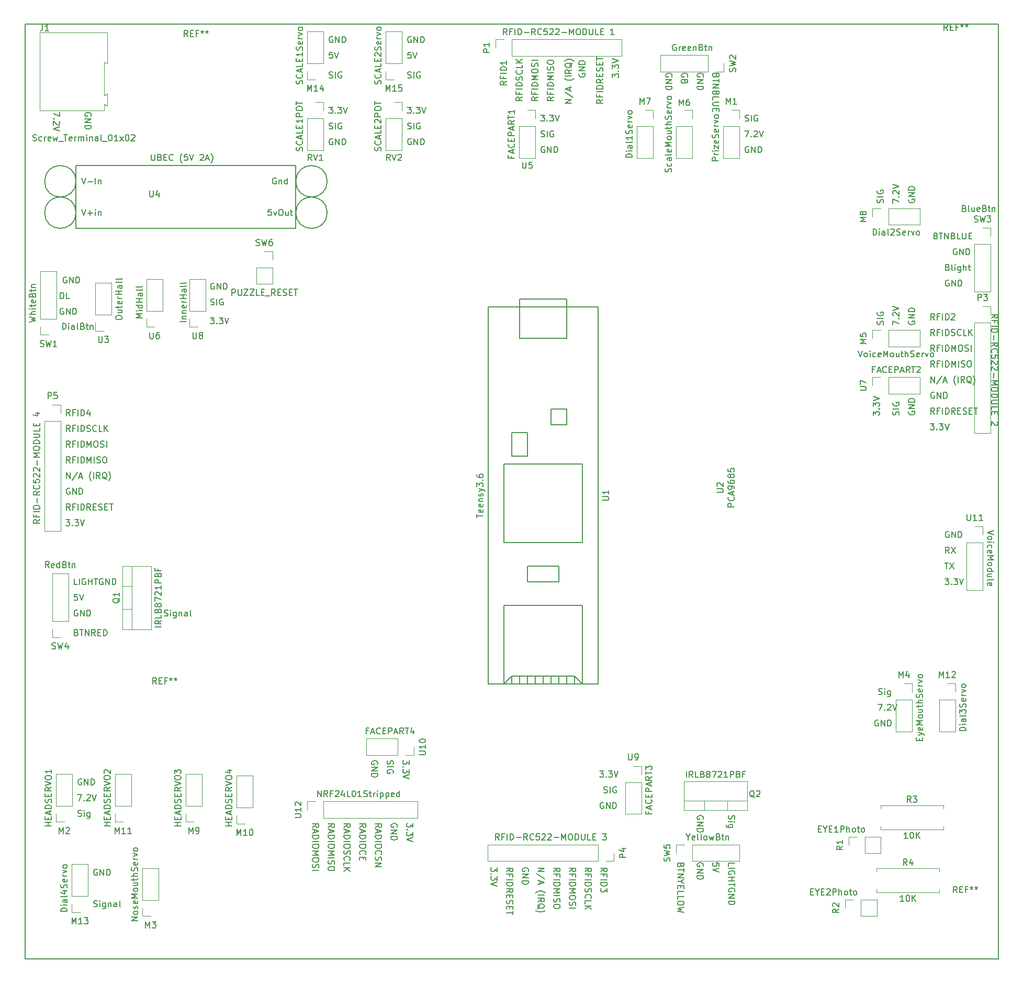
<source format=gbr>
G04 #@! TF.GenerationSoftware,KiCad,Pcbnew,(5.0.2)-1*
G04 #@! TF.CreationDate,2019-01-24T16:58:19-05:00*
G04 #@! TF.ProjectId,TrapologyKicad,54726170-6f6c-46f6-9779-4b696361642e,rev?*
G04 #@! TF.SameCoordinates,Original*
G04 #@! TF.FileFunction,Legend,Top*
G04 #@! TF.FilePolarity,Positive*
%FSLAX46Y46*%
G04 Gerber Fmt 4.6, Leading zero omitted, Abs format (unit mm)*
G04 Created by KiCad (PCBNEW (5.0.2)-1) date 1/24/2019 4:58:19 PM*
%MOMM*%
%LPD*%
G01*
G04 APERTURE LIST*
%ADD10C,0.200000*%
%ADD11C,0.120000*%
%ADD12C,0.150000*%
G04 APERTURE END LIST*
D10*
X49040857Y-63968380D02*
X49659904Y-63968380D01*
X49326571Y-64349333D01*
X49469428Y-64349333D01*
X49564666Y-64396952D01*
X49612285Y-64444571D01*
X49659904Y-64539809D01*
X49659904Y-64777904D01*
X49612285Y-64873142D01*
X49564666Y-64920761D01*
X49469428Y-64968380D01*
X49183714Y-64968380D01*
X49088476Y-64920761D01*
X49040857Y-64873142D01*
X50088476Y-64873142D02*
X50136095Y-64920761D01*
X50088476Y-64968380D01*
X50040857Y-64920761D01*
X50088476Y-64873142D01*
X50088476Y-64968380D01*
X50469428Y-63968380D02*
X51088476Y-63968380D01*
X50755142Y-64349333D01*
X50898000Y-64349333D01*
X50993238Y-64396952D01*
X51040857Y-64444571D01*
X51088476Y-64539809D01*
X51088476Y-64777904D01*
X51040857Y-64873142D01*
X50993238Y-64920761D01*
X50898000Y-64968380D01*
X50612285Y-64968380D01*
X50517047Y-64920761D01*
X50469428Y-64873142D01*
X51374190Y-63968380D02*
X51707523Y-64968380D01*
X52040857Y-63968380D01*
X49088476Y-61872761D02*
X49231333Y-61920380D01*
X49469428Y-61920380D01*
X49564666Y-61872761D01*
X49612285Y-61825142D01*
X49659904Y-61729904D01*
X49659904Y-61634666D01*
X49612285Y-61539428D01*
X49564666Y-61491809D01*
X49469428Y-61444190D01*
X49278952Y-61396571D01*
X49183714Y-61348952D01*
X49136095Y-61301333D01*
X49088476Y-61206095D01*
X49088476Y-61110857D01*
X49136095Y-61015619D01*
X49183714Y-60968000D01*
X49278952Y-60920380D01*
X49517047Y-60920380D01*
X49659904Y-60968000D01*
X50088476Y-61920380D02*
X50088476Y-60920380D01*
X51088476Y-60968000D02*
X50993238Y-60920380D01*
X50850380Y-60920380D01*
X50707523Y-60968000D01*
X50612285Y-61063238D01*
X50564666Y-61158476D01*
X50517047Y-61348952D01*
X50517047Y-61491809D01*
X50564666Y-61682285D01*
X50612285Y-61777523D01*
X50707523Y-61872761D01*
X50850380Y-61920380D01*
X50945619Y-61920380D01*
X51088476Y-61872761D01*
X51136095Y-61825142D01*
X51136095Y-61491809D01*
X50945619Y-61491809D01*
X49659904Y-58428000D02*
X49564666Y-58380380D01*
X49421809Y-58380380D01*
X49278952Y-58428000D01*
X49183714Y-58523238D01*
X49136095Y-58618476D01*
X49088476Y-58808952D01*
X49088476Y-58951809D01*
X49136095Y-59142285D01*
X49183714Y-59237523D01*
X49278952Y-59332761D01*
X49421809Y-59380380D01*
X49517047Y-59380380D01*
X49659904Y-59332761D01*
X49707523Y-59285142D01*
X49707523Y-58951809D01*
X49517047Y-58951809D01*
X50136095Y-59380380D02*
X50136095Y-58380380D01*
X50707523Y-59380380D01*
X50707523Y-58380380D01*
X51183714Y-59380380D02*
X51183714Y-58380380D01*
X51421809Y-58380380D01*
X51564666Y-58428000D01*
X51659904Y-58523238D01*
X51707523Y-58618476D01*
X51755142Y-58808952D01*
X51755142Y-58951809D01*
X51707523Y-59142285D01*
X51659904Y-59237523D01*
X51564666Y-59332761D01*
X51421809Y-59380380D01*
X51183714Y-59380380D01*
X25133095Y-65857380D02*
X25133095Y-64857380D01*
X25371190Y-64857380D01*
X25514047Y-64905000D01*
X25609285Y-65000238D01*
X25656904Y-65095476D01*
X25704523Y-65285952D01*
X25704523Y-65428809D01*
X25656904Y-65619285D01*
X25609285Y-65714523D01*
X25514047Y-65809761D01*
X25371190Y-65857380D01*
X25133095Y-65857380D01*
X26133095Y-65857380D02*
X26133095Y-65190714D01*
X26133095Y-64857380D02*
X26085476Y-64905000D01*
X26133095Y-64952619D01*
X26180714Y-64905000D01*
X26133095Y-64857380D01*
X26133095Y-64952619D01*
X27037857Y-65857380D02*
X27037857Y-65333571D01*
X26990238Y-65238333D01*
X26895000Y-65190714D01*
X26704523Y-65190714D01*
X26609285Y-65238333D01*
X27037857Y-65809761D02*
X26942619Y-65857380D01*
X26704523Y-65857380D01*
X26609285Y-65809761D01*
X26561666Y-65714523D01*
X26561666Y-65619285D01*
X26609285Y-65524047D01*
X26704523Y-65476428D01*
X26942619Y-65476428D01*
X27037857Y-65428809D01*
X27656904Y-65857380D02*
X27561666Y-65809761D01*
X27514047Y-65714523D01*
X27514047Y-64857380D01*
X28371190Y-65333571D02*
X28514047Y-65381190D01*
X28561666Y-65428809D01*
X28609285Y-65524047D01*
X28609285Y-65666904D01*
X28561666Y-65762142D01*
X28514047Y-65809761D01*
X28418809Y-65857380D01*
X28037857Y-65857380D01*
X28037857Y-64857380D01*
X28371190Y-64857380D01*
X28466428Y-64905000D01*
X28514047Y-64952619D01*
X28561666Y-65047857D01*
X28561666Y-65143095D01*
X28514047Y-65238333D01*
X28466428Y-65285952D01*
X28371190Y-65333571D01*
X28037857Y-65333571D01*
X28895000Y-65190714D02*
X29275952Y-65190714D01*
X29037857Y-64857380D02*
X29037857Y-65714523D01*
X29085476Y-65809761D01*
X29180714Y-65857380D01*
X29275952Y-65857380D01*
X29609285Y-65190714D02*
X29609285Y-65857380D01*
X29609285Y-65285952D02*
X29656904Y-65238333D01*
X29752142Y-65190714D01*
X29895000Y-65190714D01*
X29990238Y-65238333D01*
X30037857Y-65333571D01*
X30037857Y-65857380D01*
X25783904Y-57412000D02*
X25688666Y-57364380D01*
X25545809Y-57364380D01*
X25402952Y-57412000D01*
X25307714Y-57507238D01*
X25260095Y-57602476D01*
X25212476Y-57792952D01*
X25212476Y-57935809D01*
X25260095Y-58126285D01*
X25307714Y-58221523D01*
X25402952Y-58316761D01*
X25545809Y-58364380D01*
X25641047Y-58364380D01*
X25783904Y-58316761D01*
X25831523Y-58269142D01*
X25831523Y-57935809D01*
X25641047Y-57935809D01*
X26260095Y-58364380D02*
X26260095Y-57364380D01*
X26831523Y-58364380D01*
X26831523Y-57364380D01*
X27307714Y-58364380D02*
X27307714Y-57364380D01*
X27545809Y-57364380D01*
X27688666Y-57412000D01*
X27783904Y-57507238D01*
X27831523Y-57602476D01*
X27879142Y-57792952D01*
X27879142Y-57935809D01*
X27831523Y-58126285D01*
X27783904Y-58221523D01*
X27688666Y-58316761D01*
X27545809Y-58364380D01*
X27307714Y-58364380D01*
X25275904Y-62492000D02*
X25180666Y-62444380D01*
X25037809Y-62444380D01*
X24894952Y-62492000D01*
X24799714Y-62587238D01*
X24752095Y-62682476D01*
X24704476Y-62872952D01*
X24704476Y-63015809D01*
X24752095Y-63206285D01*
X24799714Y-63301523D01*
X24894952Y-63396761D01*
X25037809Y-63444380D01*
X25133047Y-63444380D01*
X25275904Y-63396761D01*
X25323523Y-63349142D01*
X25323523Y-63015809D01*
X25133047Y-63015809D01*
X25752095Y-63444380D02*
X25752095Y-62444380D01*
X26323523Y-63444380D01*
X26323523Y-62444380D01*
X26799714Y-63444380D02*
X26799714Y-62444380D01*
X27037809Y-62444380D01*
X27180666Y-62492000D01*
X27275904Y-62587238D01*
X27323523Y-62682476D01*
X27371142Y-62872952D01*
X27371142Y-63015809D01*
X27323523Y-63206285D01*
X27275904Y-63301523D01*
X27180666Y-63396761D01*
X27037809Y-63444380D01*
X26799714Y-63444380D01*
X24752095Y-60904380D02*
X24752095Y-59904380D01*
X24990190Y-59904380D01*
X25133047Y-59952000D01*
X25228285Y-60047238D01*
X25275904Y-60142476D01*
X25323523Y-60332952D01*
X25323523Y-60475809D01*
X25275904Y-60666285D01*
X25228285Y-60761523D01*
X25133047Y-60856761D01*
X24990190Y-60904380D01*
X24752095Y-60904380D01*
X26228285Y-60904380D02*
X25752095Y-60904380D01*
X25752095Y-59904380D01*
X25133095Y-65857380D02*
X25133095Y-64857380D01*
X25371190Y-64857380D01*
X25514047Y-64905000D01*
X25609285Y-65000238D01*
X25656904Y-65095476D01*
X25704523Y-65285952D01*
X25704523Y-65428809D01*
X25656904Y-65619285D01*
X25609285Y-65714523D01*
X25514047Y-65809761D01*
X25371190Y-65857380D01*
X25133095Y-65857380D01*
X26133095Y-65857380D02*
X26133095Y-65190714D01*
X26133095Y-64857380D02*
X26085476Y-64905000D01*
X26133095Y-64952619D01*
X26180714Y-64905000D01*
X26133095Y-64857380D01*
X26133095Y-64952619D01*
X27037857Y-65857380D02*
X27037857Y-65333571D01*
X26990238Y-65238333D01*
X26895000Y-65190714D01*
X26704523Y-65190714D01*
X26609285Y-65238333D01*
X27037857Y-65809761D02*
X26942619Y-65857380D01*
X26704523Y-65857380D01*
X26609285Y-65809761D01*
X26561666Y-65714523D01*
X26561666Y-65619285D01*
X26609285Y-65524047D01*
X26704523Y-65476428D01*
X26942619Y-65476428D01*
X27037857Y-65428809D01*
X27656904Y-65857380D02*
X27561666Y-65809761D01*
X27514047Y-65714523D01*
X27514047Y-64857380D01*
X28371190Y-65333571D02*
X28514047Y-65381190D01*
X28561666Y-65428809D01*
X28609285Y-65524047D01*
X28609285Y-65666904D01*
X28561666Y-65762142D01*
X28514047Y-65809761D01*
X28418809Y-65857380D01*
X28037857Y-65857380D01*
X28037857Y-64857380D01*
X28371190Y-64857380D01*
X28466428Y-64905000D01*
X28514047Y-64952619D01*
X28561666Y-65047857D01*
X28561666Y-65143095D01*
X28514047Y-65238333D01*
X28466428Y-65285952D01*
X28371190Y-65333571D01*
X28037857Y-65333571D01*
X28895000Y-65190714D02*
X29275952Y-65190714D01*
X29037857Y-64857380D02*
X29037857Y-65714523D01*
X29085476Y-65809761D01*
X29180714Y-65857380D01*
X29275952Y-65857380D01*
X29609285Y-65190714D02*
X29609285Y-65857380D01*
X29609285Y-65285952D02*
X29656904Y-65238333D01*
X29752142Y-65190714D01*
X29895000Y-65190714D01*
X29990238Y-65238333D01*
X30037857Y-65333571D01*
X30037857Y-65857380D01*
X24677619Y-30752857D02*
X24677619Y-31419523D01*
X23677619Y-30990952D01*
X23772857Y-31800476D02*
X23725238Y-31848095D01*
X23677619Y-31800476D01*
X23725238Y-31752857D01*
X23772857Y-31800476D01*
X23677619Y-31800476D01*
X24582380Y-32229047D02*
X24630000Y-32276666D01*
X24677619Y-32371904D01*
X24677619Y-32610000D01*
X24630000Y-32705238D01*
X24582380Y-32752857D01*
X24487142Y-32800476D01*
X24391904Y-32800476D01*
X24249047Y-32752857D01*
X23677619Y-32181428D01*
X23677619Y-32800476D01*
X24677619Y-33086190D02*
X23677619Y-33419523D01*
X24677619Y-33752857D01*
X29710000Y-31371904D02*
X29757619Y-31276666D01*
X29757619Y-31133809D01*
X29710000Y-30990952D01*
X29614761Y-30895714D01*
X29519523Y-30848095D01*
X29329047Y-30800476D01*
X29186190Y-30800476D01*
X28995714Y-30848095D01*
X28900476Y-30895714D01*
X28805238Y-30990952D01*
X28757619Y-31133809D01*
X28757619Y-31229047D01*
X28805238Y-31371904D01*
X28852857Y-31419523D01*
X29186190Y-31419523D01*
X29186190Y-31229047D01*
X28757619Y-31848095D02*
X29757619Y-31848095D01*
X28757619Y-32419523D01*
X29757619Y-32419523D01*
X28757619Y-32895714D02*
X29757619Y-32895714D01*
X29757619Y-33133809D01*
X29710000Y-33276666D01*
X29614761Y-33371904D01*
X29519523Y-33419523D01*
X29329047Y-33467142D01*
X29186190Y-33467142D01*
X28995714Y-33419523D01*
X28900476Y-33371904D01*
X28805238Y-33276666D01*
X28757619Y-33133809D01*
X28757619Y-32895714D01*
X68836904Y-18550000D02*
X68741666Y-18502380D01*
X68598809Y-18502380D01*
X68455952Y-18550000D01*
X68360714Y-18645238D01*
X68313095Y-18740476D01*
X68265476Y-18930952D01*
X68265476Y-19073809D01*
X68313095Y-19264285D01*
X68360714Y-19359523D01*
X68455952Y-19454761D01*
X68598809Y-19502380D01*
X68694047Y-19502380D01*
X68836904Y-19454761D01*
X68884523Y-19407142D01*
X68884523Y-19073809D01*
X68694047Y-19073809D01*
X69313095Y-19502380D02*
X69313095Y-18502380D01*
X69884523Y-19502380D01*
X69884523Y-18502380D01*
X70360714Y-19502380D02*
X70360714Y-18502380D01*
X70598809Y-18502380D01*
X70741666Y-18550000D01*
X70836904Y-18645238D01*
X70884523Y-18740476D01*
X70932142Y-18930952D01*
X70932142Y-19073809D01*
X70884523Y-19264285D01*
X70836904Y-19359523D01*
X70741666Y-19454761D01*
X70598809Y-19502380D01*
X70360714Y-19502380D01*
X68789285Y-21042380D02*
X68313095Y-21042380D01*
X68265476Y-21518571D01*
X68313095Y-21470952D01*
X68408333Y-21423333D01*
X68646428Y-21423333D01*
X68741666Y-21470952D01*
X68789285Y-21518571D01*
X68836904Y-21613809D01*
X68836904Y-21851904D01*
X68789285Y-21947142D01*
X68741666Y-21994761D01*
X68646428Y-22042380D01*
X68408333Y-22042380D01*
X68313095Y-21994761D01*
X68265476Y-21947142D01*
X69122619Y-21042380D02*
X69455952Y-22042380D01*
X69789285Y-21042380D01*
X68265476Y-25169761D02*
X68408333Y-25217380D01*
X68646428Y-25217380D01*
X68741666Y-25169761D01*
X68789285Y-25122142D01*
X68836904Y-25026904D01*
X68836904Y-24931666D01*
X68789285Y-24836428D01*
X68741666Y-24788809D01*
X68646428Y-24741190D01*
X68455952Y-24693571D01*
X68360714Y-24645952D01*
X68313095Y-24598333D01*
X68265476Y-24503095D01*
X68265476Y-24407857D01*
X68313095Y-24312619D01*
X68360714Y-24265000D01*
X68455952Y-24217380D01*
X68694047Y-24217380D01*
X68836904Y-24265000D01*
X69265476Y-25217380D02*
X69265476Y-24217380D01*
X70265476Y-24265000D02*
X70170238Y-24217380D01*
X70027380Y-24217380D01*
X69884523Y-24265000D01*
X69789285Y-24360238D01*
X69741666Y-24455476D01*
X69694047Y-24645952D01*
X69694047Y-24788809D01*
X69741666Y-24979285D01*
X69789285Y-25074523D01*
X69884523Y-25169761D01*
X70027380Y-25217380D01*
X70122619Y-25217380D01*
X70265476Y-25169761D01*
X70313095Y-25122142D01*
X70313095Y-24788809D01*
X70122619Y-24788809D01*
X80965476Y-25169761D02*
X81108333Y-25217380D01*
X81346428Y-25217380D01*
X81441666Y-25169761D01*
X81489285Y-25122142D01*
X81536904Y-25026904D01*
X81536904Y-24931666D01*
X81489285Y-24836428D01*
X81441666Y-24788809D01*
X81346428Y-24741190D01*
X81155952Y-24693571D01*
X81060714Y-24645952D01*
X81013095Y-24598333D01*
X80965476Y-24503095D01*
X80965476Y-24407857D01*
X81013095Y-24312619D01*
X81060714Y-24265000D01*
X81155952Y-24217380D01*
X81394047Y-24217380D01*
X81536904Y-24265000D01*
X81965476Y-25217380D02*
X81965476Y-24217380D01*
X82965476Y-24265000D02*
X82870238Y-24217380D01*
X82727380Y-24217380D01*
X82584523Y-24265000D01*
X82489285Y-24360238D01*
X82441666Y-24455476D01*
X82394047Y-24645952D01*
X82394047Y-24788809D01*
X82441666Y-24979285D01*
X82489285Y-25074523D01*
X82584523Y-25169761D01*
X82727380Y-25217380D01*
X82822619Y-25217380D01*
X82965476Y-25169761D01*
X83013095Y-25122142D01*
X83013095Y-24788809D01*
X82822619Y-24788809D01*
X81489285Y-21042380D02*
X81013095Y-21042380D01*
X80965476Y-21518571D01*
X81013095Y-21470952D01*
X81108333Y-21423333D01*
X81346428Y-21423333D01*
X81441666Y-21470952D01*
X81489285Y-21518571D01*
X81536904Y-21613809D01*
X81536904Y-21851904D01*
X81489285Y-21947142D01*
X81441666Y-21994761D01*
X81346428Y-22042380D01*
X81108333Y-22042380D01*
X81013095Y-21994761D01*
X80965476Y-21947142D01*
X81822619Y-21042380D02*
X82155952Y-22042380D01*
X82489285Y-21042380D01*
X81536904Y-18550000D02*
X81441666Y-18502380D01*
X81298809Y-18502380D01*
X81155952Y-18550000D01*
X81060714Y-18645238D01*
X81013095Y-18740476D01*
X80965476Y-18930952D01*
X80965476Y-19073809D01*
X81013095Y-19264285D01*
X81060714Y-19359523D01*
X81155952Y-19454761D01*
X81298809Y-19502380D01*
X81394047Y-19502380D01*
X81536904Y-19454761D01*
X81584523Y-19407142D01*
X81584523Y-19073809D01*
X81394047Y-19073809D01*
X82013095Y-19502380D02*
X82013095Y-18502380D01*
X82584523Y-19502380D01*
X82584523Y-18502380D01*
X83060714Y-19502380D02*
X83060714Y-18502380D01*
X83298809Y-18502380D01*
X83441666Y-18550000D01*
X83536904Y-18645238D01*
X83584523Y-18740476D01*
X83632142Y-18930952D01*
X83632142Y-19073809D01*
X83584523Y-19264285D01*
X83536904Y-19359523D01*
X83441666Y-19454761D01*
X83298809Y-19502380D01*
X83060714Y-19502380D01*
X68217857Y-29932380D02*
X68836904Y-29932380D01*
X68503571Y-30313333D01*
X68646428Y-30313333D01*
X68741666Y-30360952D01*
X68789285Y-30408571D01*
X68836904Y-30503809D01*
X68836904Y-30741904D01*
X68789285Y-30837142D01*
X68741666Y-30884761D01*
X68646428Y-30932380D01*
X68360714Y-30932380D01*
X68265476Y-30884761D01*
X68217857Y-30837142D01*
X69265476Y-30837142D02*
X69313095Y-30884761D01*
X69265476Y-30932380D01*
X69217857Y-30884761D01*
X69265476Y-30837142D01*
X69265476Y-30932380D01*
X69646428Y-29932380D02*
X70265476Y-29932380D01*
X69932142Y-30313333D01*
X70075000Y-30313333D01*
X70170238Y-30360952D01*
X70217857Y-30408571D01*
X70265476Y-30503809D01*
X70265476Y-30741904D01*
X70217857Y-30837142D01*
X70170238Y-30884761D01*
X70075000Y-30932380D01*
X69789285Y-30932380D01*
X69694047Y-30884761D01*
X69646428Y-30837142D01*
X70551190Y-29932380D02*
X70884523Y-30932380D01*
X71217857Y-29932380D01*
X68836904Y-35060000D02*
X68741666Y-35012380D01*
X68598809Y-35012380D01*
X68455952Y-35060000D01*
X68360714Y-35155238D01*
X68313095Y-35250476D01*
X68265476Y-35440952D01*
X68265476Y-35583809D01*
X68313095Y-35774285D01*
X68360714Y-35869523D01*
X68455952Y-35964761D01*
X68598809Y-36012380D01*
X68694047Y-36012380D01*
X68836904Y-35964761D01*
X68884523Y-35917142D01*
X68884523Y-35583809D01*
X68694047Y-35583809D01*
X69313095Y-36012380D02*
X69313095Y-35012380D01*
X69884523Y-36012380D01*
X69884523Y-35012380D01*
X70360714Y-36012380D02*
X70360714Y-35012380D01*
X70598809Y-35012380D01*
X70741666Y-35060000D01*
X70836904Y-35155238D01*
X70884523Y-35250476D01*
X70932142Y-35440952D01*
X70932142Y-35583809D01*
X70884523Y-35774285D01*
X70836904Y-35869523D01*
X70741666Y-35964761D01*
X70598809Y-36012380D01*
X70360714Y-36012380D01*
X68265476Y-33424761D02*
X68408333Y-33472380D01*
X68646428Y-33472380D01*
X68741666Y-33424761D01*
X68789285Y-33377142D01*
X68836904Y-33281904D01*
X68836904Y-33186666D01*
X68789285Y-33091428D01*
X68741666Y-33043809D01*
X68646428Y-32996190D01*
X68455952Y-32948571D01*
X68360714Y-32900952D01*
X68313095Y-32853333D01*
X68265476Y-32758095D01*
X68265476Y-32662857D01*
X68313095Y-32567619D01*
X68360714Y-32520000D01*
X68455952Y-32472380D01*
X68694047Y-32472380D01*
X68836904Y-32520000D01*
X69265476Y-33472380D02*
X69265476Y-32472380D01*
X70265476Y-32520000D02*
X70170238Y-32472380D01*
X70027380Y-32472380D01*
X69884523Y-32520000D01*
X69789285Y-32615238D01*
X69741666Y-32710476D01*
X69694047Y-32900952D01*
X69694047Y-33043809D01*
X69741666Y-33234285D01*
X69789285Y-33329523D01*
X69884523Y-33424761D01*
X70027380Y-33472380D01*
X70122619Y-33472380D01*
X70265476Y-33424761D01*
X70313095Y-33377142D01*
X70313095Y-33043809D01*
X70122619Y-33043809D01*
X80965476Y-33424761D02*
X81108333Y-33472380D01*
X81346428Y-33472380D01*
X81441666Y-33424761D01*
X81489285Y-33377142D01*
X81536904Y-33281904D01*
X81536904Y-33186666D01*
X81489285Y-33091428D01*
X81441666Y-33043809D01*
X81346428Y-32996190D01*
X81155952Y-32948571D01*
X81060714Y-32900952D01*
X81013095Y-32853333D01*
X80965476Y-32758095D01*
X80965476Y-32662857D01*
X81013095Y-32567619D01*
X81060714Y-32520000D01*
X81155952Y-32472380D01*
X81394047Y-32472380D01*
X81536904Y-32520000D01*
X81965476Y-33472380D02*
X81965476Y-32472380D01*
X82965476Y-32520000D02*
X82870238Y-32472380D01*
X82727380Y-32472380D01*
X82584523Y-32520000D01*
X82489285Y-32615238D01*
X82441666Y-32710476D01*
X82394047Y-32900952D01*
X82394047Y-33043809D01*
X82441666Y-33234285D01*
X82489285Y-33329523D01*
X82584523Y-33424761D01*
X82727380Y-33472380D01*
X82822619Y-33472380D01*
X82965476Y-33424761D01*
X83013095Y-33377142D01*
X83013095Y-33043809D01*
X82822619Y-33043809D01*
X80917857Y-29932380D02*
X81536904Y-29932380D01*
X81203571Y-30313333D01*
X81346428Y-30313333D01*
X81441666Y-30360952D01*
X81489285Y-30408571D01*
X81536904Y-30503809D01*
X81536904Y-30741904D01*
X81489285Y-30837142D01*
X81441666Y-30884761D01*
X81346428Y-30932380D01*
X81060714Y-30932380D01*
X80965476Y-30884761D01*
X80917857Y-30837142D01*
X81965476Y-30837142D02*
X82013095Y-30884761D01*
X81965476Y-30932380D01*
X81917857Y-30884761D01*
X81965476Y-30837142D01*
X81965476Y-30932380D01*
X82346428Y-29932380D02*
X82965476Y-29932380D01*
X82632142Y-30313333D01*
X82775000Y-30313333D01*
X82870238Y-30360952D01*
X82917857Y-30408571D01*
X82965476Y-30503809D01*
X82965476Y-30741904D01*
X82917857Y-30837142D01*
X82870238Y-30884761D01*
X82775000Y-30932380D01*
X82489285Y-30932380D01*
X82394047Y-30884761D01*
X82346428Y-30837142D01*
X83251190Y-29932380D02*
X83584523Y-30932380D01*
X83917857Y-29932380D01*
X81536904Y-35060000D02*
X81441666Y-35012380D01*
X81298809Y-35012380D01*
X81155952Y-35060000D01*
X81060714Y-35155238D01*
X81013095Y-35250476D01*
X80965476Y-35440952D01*
X80965476Y-35583809D01*
X81013095Y-35774285D01*
X81060714Y-35869523D01*
X81155952Y-35964761D01*
X81298809Y-36012380D01*
X81394047Y-36012380D01*
X81536904Y-35964761D01*
X81584523Y-35917142D01*
X81584523Y-35583809D01*
X81394047Y-35583809D01*
X82013095Y-36012380D02*
X82013095Y-35012380D01*
X82584523Y-36012380D01*
X82584523Y-35012380D01*
X83060714Y-36012380D02*
X83060714Y-35012380D01*
X83298809Y-35012380D01*
X83441666Y-35060000D01*
X83536904Y-35155238D01*
X83584523Y-35250476D01*
X83632142Y-35440952D01*
X83632142Y-35583809D01*
X83584523Y-35774285D01*
X83536904Y-35869523D01*
X83441666Y-35964761D01*
X83298809Y-36012380D01*
X83060714Y-36012380D01*
X102555476Y-34694761D02*
X102698333Y-34742380D01*
X102936428Y-34742380D01*
X103031666Y-34694761D01*
X103079285Y-34647142D01*
X103126904Y-34551904D01*
X103126904Y-34456666D01*
X103079285Y-34361428D01*
X103031666Y-34313809D01*
X102936428Y-34266190D01*
X102745952Y-34218571D01*
X102650714Y-34170952D01*
X102603095Y-34123333D01*
X102555476Y-34028095D01*
X102555476Y-33932857D01*
X102603095Y-33837619D01*
X102650714Y-33790000D01*
X102745952Y-33742380D01*
X102984047Y-33742380D01*
X103126904Y-33790000D01*
X103555476Y-34742380D02*
X103555476Y-33742380D01*
X104555476Y-33790000D02*
X104460238Y-33742380D01*
X104317380Y-33742380D01*
X104174523Y-33790000D01*
X104079285Y-33885238D01*
X104031666Y-33980476D01*
X103984047Y-34170952D01*
X103984047Y-34313809D01*
X104031666Y-34504285D01*
X104079285Y-34599523D01*
X104174523Y-34694761D01*
X104317380Y-34742380D01*
X104412619Y-34742380D01*
X104555476Y-34694761D01*
X104603095Y-34647142D01*
X104603095Y-34313809D01*
X104412619Y-34313809D01*
X103126904Y-36330000D02*
X103031666Y-36282380D01*
X102888809Y-36282380D01*
X102745952Y-36330000D01*
X102650714Y-36425238D01*
X102603095Y-36520476D01*
X102555476Y-36710952D01*
X102555476Y-36853809D01*
X102603095Y-37044285D01*
X102650714Y-37139523D01*
X102745952Y-37234761D01*
X102888809Y-37282380D01*
X102984047Y-37282380D01*
X103126904Y-37234761D01*
X103174523Y-37187142D01*
X103174523Y-36853809D01*
X102984047Y-36853809D01*
X103603095Y-37282380D02*
X103603095Y-36282380D01*
X104174523Y-37282380D01*
X104174523Y-36282380D01*
X104650714Y-37282380D02*
X104650714Y-36282380D01*
X104888809Y-36282380D01*
X105031666Y-36330000D01*
X105126904Y-36425238D01*
X105174523Y-36520476D01*
X105222142Y-36710952D01*
X105222142Y-36853809D01*
X105174523Y-37044285D01*
X105126904Y-37139523D01*
X105031666Y-37234761D01*
X104888809Y-37282380D01*
X104650714Y-37282380D01*
X102507857Y-31202380D02*
X103126904Y-31202380D01*
X102793571Y-31583333D01*
X102936428Y-31583333D01*
X103031666Y-31630952D01*
X103079285Y-31678571D01*
X103126904Y-31773809D01*
X103126904Y-32011904D01*
X103079285Y-32107142D01*
X103031666Y-32154761D01*
X102936428Y-32202380D01*
X102650714Y-32202380D01*
X102555476Y-32154761D01*
X102507857Y-32107142D01*
X103555476Y-32107142D02*
X103603095Y-32154761D01*
X103555476Y-32202380D01*
X103507857Y-32154761D01*
X103555476Y-32107142D01*
X103555476Y-32202380D01*
X103936428Y-31202380D02*
X104555476Y-31202380D01*
X104222142Y-31583333D01*
X104365000Y-31583333D01*
X104460238Y-31630952D01*
X104507857Y-31678571D01*
X104555476Y-31773809D01*
X104555476Y-32011904D01*
X104507857Y-32107142D01*
X104460238Y-32154761D01*
X104365000Y-32202380D01*
X104079285Y-32202380D01*
X103984047Y-32154761D01*
X103936428Y-32107142D01*
X104841190Y-31202380D02*
X105174523Y-32202380D01*
X105507857Y-31202380D01*
X114103254Y-25127142D02*
X114103254Y-24508095D01*
X114484207Y-24841428D01*
X114484207Y-24698571D01*
X114531826Y-24603333D01*
X114579445Y-24555714D01*
X114674683Y-24508095D01*
X114912778Y-24508095D01*
X115008016Y-24555714D01*
X115055635Y-24603333D01*
X115103254Y-24698571D01*
X115103254Y-24984285D01*
X115055635Y-25079523D01*
X115008016Y-25127142D01*
X115008016Y-24079523D02*
X115055635Y-24031904D01*
X115103254Y-24079523D01*
X115055635Y-24127142D01*
X115008016Y-24079523D01*
X115103254Y-24079523D01*
X114103254Y-23698571D02*
X114103254Y-23079523D01*
X114484207Y-23412857D01*
X114484207Y-23270000D01*
X114531826Y-23174761D01*
X114579445Y-23127142D01*
X114674683Y-23079523D01*
X114912778Y-23079523D01*
X115008016Y-23127142D01*
X115055635Y-23174761D01*
X115103254Y-23270000D01*
X115103254Y-23555714D01*
X115055635Y-23650952D01*
X115008016Y-23698571D01*
X114103254Y-22793809D02*
X115103254Y-22460476D01*
X114103254Y-22127142D01*
X112563254Y-28724675D02*
X112087064Y-29058008D01*
X112563254Y-29296103D02*
X111563254Y-29296103D01*
X111563254Y-28915151D01*
X111610874Y-28819913D01*
X111658493Y-28772294D01*
X111753731Y-28724675D01*
X111896588Y-28724675D01*
X111991826Y-28772294D01*
X112039445Y-28819913D01*
X112087064Y-28915151D01*
X112087064Y-29296103D01*
X112039445Y-27962770D02*
X112039445Y-28296103D01*
X112563254Y-28296103D02*
X111563254Y-28296103D01*
X111563254Y-27819913D01*
X112563254Y-27438960D02*
X111563254Y-27438960D01*
X112563254Y-26962770D02*
X111563254Y-26962770D01*
X111563254Y-26724675D01*
X111610874Y-26581818D01*
X111706112Y-26486579D01*
X111801350Y-26438960D01*
X111991826Y-26391341D01*
X112134683Y-26391341D01*
X112325159Y-26438960D01*
X112420397Y-26486579D01*
X112515635Y-26581818D01*
X112563254Y-26724675D01*
X112563254Y-26962770D01*
X112563254Y-25391341D02*
X112087064Y-25724675D01*
X112563254Y-25962770D02*
X111563254Y-25962770D01*
X111563254Y-25581818D01*
X111610874Y-25486579D01*
X111658493Y-25438960D01*
X111753731Y-25391341D01*
X111896588Y-25391341D01*
X111991826Y-25438960D01*
X112039445Y-25486579D01*
X112087064Y-25581818D01*
X112087064Y-25962770D01*
X112039445Y-24962770D02*
X112039445Y-24629437D01*
X112563254Y-24486579D02*
X112563254Y-24962770D01*
X111563254Y-24962770D01*
X111563254Y-24486579D01*
X112515635Y-24105627D02*
X112563254Y-23962770D01*
X112563254Y-23724675D01*
X112515635Y-23629437D01*
X112468016Y-23581818D01*
X112372778Y-23534199D01*
X112277540Y-23534199D01*
X112182302Y-23581818D01*
X112134683Y-23629437D01*
X112087064Y-23724675D01*
X112039445Y-23915151D01*
X111991826Y-24010389D01*
X111944207Y-24058008D01*
X111848969Y-24105627D01*
X111753731Y-24105627D01*
X111658493Y-24058008D01*
X111610874Y-24010389D01*
X111563254Y-23915151D01*
X111563254Y-23677056D01*
X111610874Y-23534199D01*
X112039445Y-23105627D02*
X112039445Y-22772294D01*
X112563254Y-22629437D02*
X112563254Y-23105627D01*
X111563254Y-23105627D01*
X111563254Y-22629437D01*
X111563254Y-22343722D02*
X111563254Y-21772294D01*
X112563254Y-22058008D02*
X111563254Y-22058008D01*
X102052380Y-28270476D02*
X101576190Y-28603809D01*
X102052380Y-28841904D02*
X101052380Y-28841904D01*
X101052380Y-28460952D01*
X101100000Y-28365714D01*
X101147619Y-28318095D01*
X101242857Y-28270476D01*
X101385714Y-28270476D01*
X101480952Y-28318095D01*
X101528571Y-28365714D01*
X101576190Y-28460952D01*
X101576190Y-28841904D01*
X101528571Y-27508571D02*
X101528571Y-27841904D01*
X102052380Y-27841904D02*
X101052380Y-27841904D01*
X101052380Y-27365714D01*
X102052380Y-26984761D02*
X101052380Y-26984761D01*
X102052380Y-26508571D02*
X101052380Y-26508571D01*
X101052380Y-26270476D01*
X101100000Y-26127619D01*
X101195238Y-26032380D01*
X101290476Y-25984761D01*
X101480952Y-25937142D01*
X101623809Y-25937142D01*
X101814285Y-25984761D01*
X101909523Y-26032380D01*
X102004761Y-26127619D01*
X102052380Y-26270476D01*
X102052380Y-26508571D01*
X102052380Y-25508571D02*
X101052380Y-25508571D01*
X101766666Y-25175238D01*
X101052380Y-24841904D01*
X102052380Y-24841904D01*
X101052380Y-24175238D02*
X101052380Y-23984761D01*
X101100000Y-23889523D01*
X101195238Y-23794285D01*
X101385714Y-23746666D01*
X101719047Y-23746666D01*
X101909523Y-23794285D01*
X102004761Y-23889523D01*
X102052380Y-23984761D01*
X102052380Y-24175238D01*
X102004761Y-24270476D01*
X101909523Y-24365714D01*
X101719047Y-24413333D01*
X101385714Y-24413333D01*
X101195238Y-24365714D01*
X101100000Y-24270476D01*
X101052380Y-24175238D01*
X102004761Y-23365714D02*
X102052380Y-23222857D01*
X102052380Y-22984761D01*
X102004761Y-22889523D01*
X101957142Y-22841904D01*
X101861904Y-22794285D01*
X101766666Y-22794285D01*
X101671428Y-22841904D01*
X101623809Y-22889523D01*
X101576190Y-22984761D01*
X101528571Y-23175238D01*
X101480952Y-23270476D01*
X101433333Y-23318095D01*
X101338095Y-23365714D01*
X101242857Y-23365714D01*
X101147619Y-23318095D01*
X101100000Y-23270476D01*
X101052380Y-23175238D01*
X101052380Y-22937142D01*
X101100000Y-22794285D01*
X102052380Y-22365714D02*
X101052380Y-22365714D01*
X108720000Y-24508095D02*
X108672380Y-24603333D01*
X108672380Y-24746190D01*
X108720000Y-24889047D01*
X108815238Y-24984285D01*
X108910476Y-25031904D01*
X109100952Y-25079523D01*
X109243809Y-25079523D01*
X109434285Y-25031904D01*
X109529523Y-24984285D01*
X109624761Y-24889047D01*
X109672380Y-24746190D01*
X109672380Y-24650952D01*
X109624761Y-24508095D01*
X109577142Y-24460476D01*
X109243809Y-24460476D01*
X109243809Y-24650952D01*
X109672380Y-24031904D02*
X108672380Y-24031904D01*
X109672380Y-23460476D01*
X108672380Y-23460476D01*
X109672380Y-22984285D02*
X108672380Y-22984285D01*
X108672380Y-22746190D01*
X108720000Y-22603333D01*
X108815238Y-22508095D01*
X108910476Y-22460476D01*
X109100952Y-22412857D01*
X109243809Y-22412857D01*
X109434285Y-22460476D01*
X109529523Y-22508095D01*
X109624761Y-22603333D01*
X109672380Y-22746190D01*
X109672380Y-22984285D01*
X96972380Y-25730476D02*
X96496190Y-26063809D01*
X96972380Y-26301904D02*
X95972380Y-26301904D01*
X95972380Y-25920952D01*
X96020000Y-25825714D01*
X96067619Y-25778095D01*
X96162857Y-25730476D01*
X96305714Y-25730476D01*
X96400952Y-25778095D01*
X96448571Y-25825714D01*
X96496190Y-25920952D01*
X96496190Y-26301904D01*
X96448571Y-24968571D02*
X96448571Y-25301904D01*
X96972380Y-25301904D02*
X95972380Y-25301904D01*
X95972380Y-24825714D01*
X96972380Y-24444761D02*
X95972380Y-24444761D01*
X96972380Y-23968571D02*
X95972380Y-23968571D01*
X95972380Y-23730476D01*
X96020000Y-23587619D01*
X96115238Y-23492380D01*
X96210476Y-23444761D01*
X96400952Y-23397142D01*
X96543809Y-23397142D01*
X96734285Y-23444761D01*
X96829523Y-23492380D01*
X96924761Y-23587619D01*
X96972380Y-23730476D01*
X96972380Y-23968571D01*
X96972380Y-22444761D02*
X96972380Y-23016190D01*
X96972380Y-22730476D02*
X95972380Y-22730476D01*
X96115238Y-22825714D01*
X96210476Y-22920952D01*
X96258095Y-23016190D01*
X99512380Y-28270476D02*
X99036190Y-28603809D01*
X99512380Y-28841904D02*
X98512380Y-28841904D01*
X98512380Y-28460952D01*
X98560000Y-28365714D01*
X98607619Y-28318095D01*
X98702857Y-28270476D01*
X98845714Y-28270476D01*
X98940952Y-28318095D01*
X98988571Y-28365714D01*
X99036190Y-28460952D01*
X99036190Y-28841904D01*
X98988571Y-27508571D02*
X98988571Y-27841904D01*
X99512380Y-27841904D02*
X98512380Y-27841904D01*
X98512380Y-27365714D01*
X99512380Y-26984761D02*
X98512380Y-26984761D01*
X99512380Y-26508571D02*
X98512380Y-26508571D01*
X98512380Y-26270476D01*
X98560000Y-26127619D01*
X98655238Y-26032380D01*
X98750476Y-25984761D01*
X98940952Y-25937142D01*
X99083809Y-25937142D01*
X99274285Y-25984761D01*
X99369523Y-26032380D01*
X99464761Y-26127619D01*
X99512380Y-26270476D01*
X99512380Y-26508571D01*
X99464761Y-25556190D02*
X99512380Y-25413333D01*
X99512380Y-25175238D01*
X99464761Y-25080000D01*
X99417142Y-25032380D01*
X99321904Y-24984761D01*
X99226666Y-24984761D01*
X99131428Y-25032380D01*
X99083809Y-25080000D01*
X99036190Y-25175238D01*
X98988571Y-25365714D01*
X98940952Y-25460952D01*
X98893333Y-25508571D01*
X98798095Y-25556190D01*
X98702857Y-25556190D01*
X98607619Y-25508571D01*
X98560000Y-25460952D01*
X98512380Y-25365714D01*
X98512380Y-25127619D01*
X98560000Y-24984761D01*
X99417142Y-23984761D02*
X99464761Y-24032380D01*
X99512380Y-24175238D01*
X99512380Y-24270476D01*
X99464761Y-24413333D01*
X99369523Y-24508571D01*
X99274285Y-24556190D01*
X99083809Y-24603809D01*
X98940952Y-24603809D01*
X98750476Y-24556190D01*
X98655238Y-24508571D01*
X98560000Y-24413333D01*
X98512380Y-24270476D01*
X98512380Y-24175238D01*
X98560000Y-24032380D01*
X98607619Y-23984761D01*
X99512380Y-23080000D02*
X99512380Y-23556190D01*
X98512380Y-23556190D01*
X99512380Y-22746666D02*
X98512380Y-22746666D01*
X99512380Y-22175238D02*
X98940952Y-22603809D01*
X98512380Y-22175238D02*
X99083809Y-22746666D01*
X107483254Y-29296103D02*
X106483254Y-29296103D01*
X107483254Y-28724675D01*
X106483254Y-28724675D01*
X106435635Y-27534199D02*
X107721350Y-28391341D01*
X107197540Y-27248484D02*
X107197540Y-26772294D01*
X107483254Y-27343722D02*
X106483254Y-27010389D01*
X107483254Y-26677056D01*
X107864207Y-25296103D02*
X107816588Y-25343722D01*
X107673731Y-25438960D01*
X107578493Y-25486579D01*
X107435635Y-25534199D01*
X107197540Y-25581818D01*
X107007064Y-25581818D01*
X106768969Y-25534199D01*
X106626112Y-25486579D01*
X106530874Y-25438960D01*
X106388016Y-25343722D01*
X106340397Y-25296103D01*
X107483254Y-24915151D02*
X106483254Y-24915151D01*
X107483254Y-23867532D02*
X107007064Y-24200865D01*
X107483254Y-24438960D02*
X106483254Y-24438960D01*
X106483254Y-24058008D01*
X106530874Y-23962770D01*
X106578493Y-23915151D01*
X106673731Y-23867532D01*
X106816588Y-23867532D01*
X106911826Y-23915151D01*
X106959445Y-23962770D01*
X107007064Y-24058008D01*
X107007064Y-24438960D01*
X107578493Y-22772294D02*
X107530874Y-22867532D01*
X107435635Y-22962770D01*
X107292778Y-23105627D01*
X107245159Y-23200865D01*
X107245159Y-23296103D01*
X107483254Y-23248484D02*
X107435635Y-23343722D01*
X107340397Y-23438960D01*
X107149921Y-23486579D01*
X106816588Y-23486579D01*
X106626112Y-23438960D01*
X106530874Y-23343722D01*
X106483254Y-23248484D01*
X106483254Y-23058008D01*
X106530874Y-22962770D01*
X106626112Y-22867532D01*
X106816588Y-22819913D01*
X107149921Y-22819913D01*
X107340397Y-22867532D01*
X107435635Y-22962770D01*
X107483254Y-23058008D01*
X107483254Y-23248484D01*
X107864207Y-22486579D02*
X107816588Y-22438960D01*
X107673731Y-22343722D01*
X107578493Y-22296103D01*
X107435635Y-22248484D01*
X107197540Y-22200865D01*
X107007064Y-22200865D01*
X106768969Y-22248484D01*
X106626112Y-22296103D01*
X106530874Y-22343722D01*
X106388016Y-22438960D01*
X106340397Y-22486579D01*
X104592380Y-28270476D02*
X104116190Y-28603809D01*
X104592380Y-28841904D02*
X103592380Y-28841904D01*
X103592380Y-28460952D01*
X103640000Y-28365714D01*
X103687619Y-28318095D01*
X103782857Y-28270476D01*
X103925714Y-28270476D01*
X104020952Y-28318095D01*
X104068571Y-28365714D01*
X104116190Y-28460952D01*
X104116190Y-28841904D01*
X104068571Y-27508571D02*
X104068571Y-27841904D01*
X104592380Y-27841904D02*
X103592380Y-27841904D01*
X103592380Y-27365714D01*
X104592380Y-26984761D02*
X103592380Y-26984761D01*
X104592380Y-26508571D02*
X103592380Y-26508571D01*
X103592380Y-26270476D01*
X103640000Y-26127619D01*
X103735238Y-26032380D01*
X103830476Y-25984761D01*
X104020952Y-25937142D01*
X104163809Y-25937142D01*
X104354285Y-25984761D01*
X104449523Y-26032380D01*
X104544761Y-26127619D01*
X104592380Y-26270476D01*
X104592380Y-26508571D01*
X104592380Y-25508571D02*
X103592380Y-25508571D01*
X104306666Y-25175238D01*
X103592380Y-24841904D01*
X104592380Y-24841904D01*
X104592380Y-24365714D02*
X103592380Y-24365714D01*
X104544761Y-23937142D02*
X104592380Y-23794285D01*
X104592380Y-23556190D01*
X104544761Y-23460952D01*
X104497142Y-23413333D01*
X104401904Y-23365714D01*
X104306666Y-23365714D01*
X104211428Y-23413333D01*
X104163809Y-23460952D01*
X104116190Y-23556190D01*
X104068571Y-23746666D01*
X104020952Y-23841904D01*
X103973333Y-23889523D01*
X103878095Y-23937142D01*
X103782857Y-23937142D01*
X103687619Y-23889523D01*
X103640000Y-23841904D01*
X103592380Y-23746666D01*
X103592380Y-23508571D01*
X103640000Y-23365714D01*
X103592380Y-22746666D02*
X103592380Y-22556190D01*
X103640000Y-22460952D01*
X103735238Y-22365714D01*
X103925714Y-22318095D01*
X104259047Y-22318095D01*
X104449523Y-22365714D01*
X104544761Y-22460952D01*
X104592380Y-22556190D01*
X104592380Y-22746666D01*
X104544761Y-22841904D01*
X104449523Y-22937142D01*
X104259047Y-22984761D01*
X103925714Y-22984761D01*
X103735238Y-22937142D01*
X103640000Y-22841904D01*
X103592380Y-22746666D01*
X130881428Y-24831428D02*
X130833809Y-24974285D01*
X130786190Y-25021904D01*
X130690952Y-25069523D01*
X130548095Y-25069523D01*
X130452857Y-25021904D01*
X130405238Y-24974285D01*
X130357619Y-24879047D01*
X130357619Y-24498095D01*
X131357619Y-24498095D01*
X131357619Y-24831428D01*
X131310000Y-24926666D01*
X131262380Y-24974285D01*
X131167142Y-25021904D01*
X131071904Y-25021904D01*
X130976666Y-24974285D01*
X130929047Y-24926666D01*
X130881428Y-24831428D01*
X130881428Y-24498095D01*
X131357619Y-25355238D02*
X131357619Y-25926666D01*
X130357619Y-25640952D02*
X131357619Y-25640952D01*
X130357619Y-26260000D02*
X131357619Y-26260000D01*
X130357619Y-26831428D01*
X131357619Y-26831428D01*
X130881428Y-27640952D02*
X130833809Y-27783809D01*
X130786190Y-27831428D01*
X130690952Y-27879047D01*
X130548095Y-27879047D01*
X130452857Y-27831428D01*
X130405238Y-27783809D01*
X130357619Y-27688571D01*
X130357619Y-27307619D01*
X131357619Y-27307619D01*
X131357619Y-27640952D01*
X131310000Y-27736190D01*
X131262380Y-27783809D01*
X131167142Y-27831428D01*
X131071904Y-27831428D01*
X130976666Y-27783809D01*
X130929047Y-27736190D01*
X130881428Y-27640952D01*
X130881428Y-27307619D01*
X130357619Y-28783809D02*
X130357619Y-28307619D01*
X131357619Y-28307619D01*
X131357619Y-29117142D02*
X130548095Y-29117142D01*
X130452857Y-29164761D01*
X130405238Y-29212380D01*
X130357619Y-29307619D01*
X130357619Y-29498095D01*
X130405238Y-29593333D01*
X130452857Y-29640952D01*
X130548095Y-29688571D01*
X131357619Y-29688571D01*
X130881428Y-30164761D02*
X130881428Y-30498095D01*
X130357619Y-30640952D02*
X130357619Y-30164761D01*
X131357619Y-30164761D01*
X131357619Y-30640952D01*
X123690000Y-25021904D02*
X123737619Y-24926666D01*
X123737619Y-24783809D01*
X123690000Y-24640952D01*
X123594761Y-24545714D01*
X123499523Y-24498095D01*
X123309047Y-24450476D01*
X123166190Y-24450476D01*
X122975714Y-24498095D01*
X122880476Y-24545714D01*
X122785238Y-24640952D01*
X122737619Y-24783809D01*
X122737619Y-24879047D01*
X122785238Y-25021904D01*
X122832857Y-25069523D01*
X123166190Y-25069523D01*
X123166190Y-24879047D01*
X122737619Y-25498095D02*
X123737619Y-25498095D01*
X122737619Y-26069523D01*
X123737619Y-26069523D01*
X122737619Y-26545714D02*
X123737619Y-26545714D01*
X123737619Y-26783809D01*
X123690000Y-26926666D01*
X123594761Y-27021904D01*
X123499523Y-27069523D01*
X123309047Y-27117142D01*
X123166190Y-27117142D01*
X122975714Y-27069523D01*
X122880476Y-27021904D01*
X122785238Y-26926666D01*
X122737619Y-26783809D01*
X122737619Y-26545714D01*
X128770000Y-25021904D02*
X128817619Y-24926666D01*
X128817619Y-24783809D01*
X128770000Y-24640952D01*
X128674761Y-24545714D01*
X128579523Y-24498095D01*
X128389047Y-24450476D01*
X128246190Y-24450476D01*
X128055714Y-24498095D01*
X127960476Y-24545714D01*
X127865238Y-24640952D01*
X127817619Y-24783809D01*
X127817619Y-24879047D01*
X127865238Y-25021904D01*
X127912857Y-25069523D01*
X128246190Y-25069523D01*
X128246190Y-24879047D01*
X127817619Y-25498095D02*
X128817619Y-25498095D01*
X127817619Y-26069523D01*
X128817619Y-26069523D01*
X127817619Y-26545714D02*
X128817619Y-26545714D01*
X128817619Y-26783809D01*
X128770000Y-26926666D01*
X128674761Y-27021904D01*
X128579523Y-27069523D01*
X128389047Y-27117142D01*
X128246190Y-27117142D01*
X128055714Y-27069523D01*
X127960476Y-27021904D01*
X127865238Y-26926666D01*
X127817619Y-26783809D01*
X127817619Y-26545714D01*
X126230000Y-25021904D02*
X126277619Y-24926666D01*
X126277619Y-24783809D01*
X126230000Y-24640952D01*
X126134761Y-24545714D01*
X126039523Y-24498095D01*
X125849047Y-24450476D01*
X125706190Y-24450476D01*
X125515714Y-24498095D01*
X125420476Y-24545714D01*
X125325238Y-24640952D01*
X125277619Y-24783809D01*
X125277619Y-24879047D01*
X125325238Y-25021904D01*
X125372857Y-25069523D01*
X125706190Y-25069523D01*
X125706190Y-24879047D01*
X125801428Y-25831428D02*
X125753809Y-25974285D01*
X125706190Y-26021904D01*
X125610952Y-26069523D01*
X125468095Y-26069523D01*
X125372857Y-26021904D01*
X125325238Y-25974285D01*
X125277619Y-25879047D01*
X125277619Y-25498095D01*
X126277619Y-25498095D01*
X126277619Y-25831428D01*
X126230000Y-25926666D01*
X126182380Y-25974285D01*
X126087142Y-26021904D01*
X125991904Y-26021904D01*
X125896666Y-25974285D01*
X125849047Y-25926666D01*
X125801428Y-25831428D01*
X125801428Y-25498095D01*
X136146904Y-36330000D02*
X136051666Y-36282380D01*
X135908809Y-36282380D01*
X135765952Y-36330000D01*
X135670714Y-36425238D01*
X135623095Y-36520476D01*
X135575476Y-36710952D01*
X135575476Y-36853809D01*
X135623095Y-37044285D01*
X135670714Y-37139523D01*
X135765952Y-37234761D01*
X135908809Y-37282380D01*
X136004047Y-37282380D01*
X136146904Y-37234761D01*
X136194523Y-37187142D01*
X136194523Y-36853809D01*
X136004047Y-36853809D01*
X136623095Y-37282380D02*
X136623095Y-36282380D01*
X137194523Y-37282380D01*
X137194523Y-36282380D01*
X137670714Y-37282380D02*
X137670714Y-36282380D01*
X137908809Y-36282380D01*
X138051666Y-36330000D01*
X138146904Y-36425238D01*
X138194523Y-36520476D01*
X138242142Y-36710952D01*
X138242142Y-36853809D01*
X138194523Y-37044285D01*
X138146904Y-37139523D01*
X138051666Y-37234761D01*
X137908809Y-37282380D01*
X137670714Y-37282380D01*
X135527857Y-33742380D02*
X136194523Y-33742380D01*
X135765952Y-34742380D01*
X136575476Y-34647142D02*
X136623095Y-34694761D01*
X136575476Y-34742380D01*
X136527857Y-34694761D01*
X136575476Y-34647142D01*
X136575476Y-34742380D01*
X137004047Y-33837619D02*
X137051666Y-33790000D01*
X137146904Y-33742380D01*
X137385000Y-33742380D01*
X137480238Y-33790000D01*
X137527857Y-33837619D01*
X137575476Y-33932857D01*
X137575476Y-34028095D01*
X137527857Y-34170952D01*
X136956428Y-34742380D01*
X137575476Y-34742380D01*
X137861190Y-33742380D02*
X138194523Y-34742380D01*
X138527857Y-33742380D01*
X135575476Y-32154761D02*
X135718333Y-32202380D01*
X135956428Y-32202380D01*
X136051666Y-32154761D01*
X136099285Y-32107142D01*
X136146904Y-32011904D01*
X136146904Y-31916666D01*
X136099285Y-31821428D01*
X136051666Y-31773809D01*
X135956428Y-31726190D01*
X135765952Y-31678571D01*
X135670714Y-31630952D01*
X135623095Y-31583333D01*
X135575476Y-31488095D01*
X135575476Y-31392857D01*
X135623095Y-31297619D01*
X135670714Y-31250000D01*
X135765952Y-31202380D01*
X136004047Y-31202380D01*
X136146904Y-31250000D01*
X136575476Y-32202380D02*
X136575476Y-31202380D01*
X137575476Y-31250000D02*
X137480238Y-31202380D01*
X137337380Y-31202380D01*
X137194523Y-31250000D01*
X137099285Y-31345238D01*
X137051666Y-31440476D01*
X137004047Y-31630952D01*
X137004047Y-31773809D01*
X137051666Y-31964285D01*
X137099285Y-32059523D01*
X137194523Y-32154761D01*
X137337380Y-32202380D01*
X137432619Y-32202380D01*
X137575476Y-32154761D01*
X137623095Y-32107142D01*
X137623095Y-31773809D01*
X137432619Y-31773809D01*
X157884761Y-45399523D02*
X157932380Y-45256666D01*
X157932380Y-45018571D01*
X157884761Y-44923333D01*
X157837142Y-44875714D01*
X157741904Y-44828095D01*
X157646666Y-44828095D01*
X157551428Y-44875714D01*
X157503809Y-44923333D01*
X157456190Y-45018571D01*
X157408571Y-45209047D01*
X157360952Y-45304285D01*
X157313333Y-45351904D01*
X157218095Y-45399523D01*
X157122857Y-45399523D01*
X157027619Y-45351904D01*
X156980000Y-45304285D01*
X156932380Y-45209047D01*
X156932380Y-44970952D01*
X156980000Y-44828095D01*
X157932380Y-44399523D02*
X156932380Y-44399523D01*
X156980000Y-43399523D02*
X156932380Y-43494761D01*
X156932380Y-43637619D01*
X156980000Y-43780476D01*
X157075238Y-43875714D01*
X157170476Y-43923333D01*
X157360952Y-43970952D01*
X157503809Y-43970952D01*
X157694285Y-43923333D01*
X157789523Y-43875714D01*
X157884761Y-43780476D01*
X157932380Y-43637619D01*
X157932380Y-43542380D01*
X157884761Y-43399523D01*
X157837142Y-43351904D01*
X157503809Y-43351904D01*
X157503809Y-43542380D01*
X159472380Y-45447142D02*
X159472380Y-44780476D01*
X160472380Y-45209047D01*
X160377142Y-44399523D02*
X160424761Y-44351904D01*
X160472380Y-44399523D01*
X160424761Y-44447142D01*
X160377142Y-44399523D01*
X160472380Y-44399523D01*
X159567619Y-43970952D02*
X159520000Y-43923333D01*
X159472380Y-43828095D01*
X159472380Y-43590000D01*
X159520000Y-43494761D01*
X159567619Y-43447142D01*
X159662857Y-43399523D01*
X159758095Y-43399523D01*
X159900952Y-43447142D01*
X160472380Y-44018571D01*
X160472380Y-43399523D01*
X159472380Y-43113809D02*
X160472380Y-42780476D01*
X159472380Y-42447142D01*
X162060000Y-44828095D02*
X162012380Y-44923333D01*
X162012380Y-45066190D01*
X162060000Y-45209047D01*
X162155238Y-45304285D01*
X162250476Y-45351904D01*
X162440952Y-45399523D01*
X162583809Y-45399523D01*
X162774285Y-45351904D01*
X162869523Y-45304285D01*
X162964761Y-45209047D01*
X163012380Y-45066190D01*
X163012380Y-44970952D01*
X162964761Y-44828095D01*
X162917142Y-44780476D01*
X162583809Y-44780476D01*
X162583809Y-44970952D01*
X163012380Y-44351904D02*
X162012380Y-44351904D01*
X163012380Y-43780476D01*
X162012380Y-43780476D01*
X163012380Y-43304285D02*
X162012380Y-43304285D01*
X162012380Y-43066190D01*
X162060000Y-42923333D01*
X162155238Y-42828095D01*
X162250476Y-42780476D01*
X162440952Y-42732857D01*
X162583809Y-42732857D01*
X162774285Y-42780476D01*
X162869523Y-42828095D01*
X162964761Y-42923333D01*
X163012380Y-43066190D01*
X163012380Y-43304285D01*
X166436428Y-50728571D02*
X166579285Y-50776190D01*
X166626904Y-50823809D01*
X166674523Y-50919047D01*
X166674523Y-51061904D01*
X166626904Y-51157142D01*
X166579285Y-51204761D01*
X166484047Y-51252380D01*
X166103095Y-51252380D01*
X166103095Y-50252380D01*
X166436428Y-50252380D01*
X166531666Y-50300000D01*
X166579285Y-50347619D01*
X166626904Y-50442857D01*
X166626904Y-50538095D01*
X166579285Y-50633333D01*
X166531666Y-50680952D01*
X166436428Y-50728571D01*
X166103095Y-50728571D01*
X166960238Y-50252380D02*
X167531666Y-50252380D01*
X167245952Y-51252380D02*
X167245952Y-50252380D01*
X167865000Y-51252380D02*
X167865000Y-50252380D01*
X168436428Y-51252380D01*
X168436428Y-50252380D01*
X169245952Y-50728571D02*
X169388809Y-50776190D01*
X169436428Y-50823809D01*
X169484047Y-50919047D01*
X169484047Y-51061904D01*
X169436428Y-51157142D01*
X169388809Y-51204761D01*
X169293571Y-51252380D01*
X168912619Y-51252380D01*
X168912619Y-50252380D01*
X169245952Y-50252380D01*
X169341190Y-50300000D01*
X169388809Y-50347619D01*
X169436428Y-50442857D01*
X169436428Y-50538095D01*
X169388809Y-50633333D01*
X169341190Y-50680952D01*
X169245952Y-50728571D01*
X168912619Y-50728571D01*
X170388809Y-51252380D02*
X169912619Y-51252380D01*
X169912619Y-50252380D01*
X170722142Y-50252380D02*
X170722142Y-51061904D01*
X170769761Y-51157142D01*
X170817380Y-51204761D01*
X170912619Y-51252380D01*
X171103095Y-51252380D01*
X171198333Y-51204761D01*
X171245952Y-51157142D01*
X171293571Y-51061904D01*
X171293571Y-50252380D01*
X171769761Y-50728571D02*
X172103095Y-50728571D01*
X172245952Y-51252380D02*
X171769761Y-51252380D01*
X171769761Y-50252380D01*
X172245952Y-50252380D01*
X169801904Y-52840000D02*
X169706666Y-52792380D01*
X169563809Y-52792380D01*
X169420952Y-52840000D01*
X169325714Y-52935238D01*
X169278095Y-53030476D01*
X169230476Y-53220952D01*
X169230476Y-53363809D01*
X169278095Y-53554285D01*
X169325714Y-53649523D01*
X169420952Y-53744761D01*
X169563809Y-53792380D01*
X169659047Y-53792380D01*
X169801904Y-53744761D01*
X169849523Y-53697142D01*
X169849523Y-53363809D01*
X169659047Y-53363809D01*
X170278095Y-53792380D02*
X170278095Y-52792380D01*
X170849523Y-53792380D01*
X170849523Y-52792380D01*
X171325714Y-53792380D02*
X171325714Y-52792380D01*
X171563809Y-52792380D01*
X171706666Y-52840000D01*
X171801904Y-52935238D01*
X171849523Y-53030476D01*
X171897142Y-53220952D01*
X171897142Y-53363809D01*
X171849523Y-53554285D01*
X171801904Y-53649523D01*
X171706666Y-53744761D01*
X171563809Y-53792380D01*
X171325714Y-53792380D01*
X168341428Y-55808571D02*
X168484285Y-55856190D01*
X168531904Y-55903809D01*
X168579523Y-55999047D01*
X168579523Y-56141904D01*
X168531904Y-56237142D01*
X168484285Y-56284761D01*
X168389047Y-56332380D01*
X168008095Y-56332380D01*
X168008095Y-55332380D01*
X168341428Y-55332380D01*
X168436666Y-55380000D01*
X168484285Y-55427619D01*
X168531904Y-55522857D01*
X168531904Y-55618095D01*
X168484285Y-55713333D01*
X168436666Y-55760952D01*
X168341428Y-55808571D01*
X168008095Y-55808571D01*
X169150952Y-56332380D02*
X169055714Y-56284761D01*
X169008095Y-56189523D01*
X169008095Y-55332380D01*
X169531904Y-56332380D02*
X169531904Y-55665714D01*
X169531904Y-55332380D02*
X169484285Y-55380000D01*
X169531904Y-55427619D01*
X169579523Y-55380000D01*
X169531904Y-55332380D01*
X169531904Y-55427619D01*
X170436666Y-55665714D02*
X170436666Y-56475238D01*
X170389047Y-56570476D01*
X170341428Y-56618095D01*
X170246190Y-56665714D01*
X170103333Y-56665714D01*
X170008095Y-56618095D01*
X170436666Y-56284761D02*
X170341428Y-56332380D01*
X170150952Y-56332380D01*
X170055714Y-56284761D01*
X170008095Y-56237142D01*
X169960476Y-56141904D01*
X169960476Y-55856190D01*
X170008095Y-55760952D01*
X170055714Y-55713333D01*
X170150952Y-55665714D01*
X170341428Y-55665714D01*
X170436666Y-55713333D01*
X170912857Y-56332380D02*
X170912857Y-55332380D01*
X171341428Y-56332380D02*
X171341428Y-55808571D01*
X171293809Y-55713333D01*
X171198571Y-55665714D01*
X171055714Y-55665714D01*
X170960476Y-55713333D01*
X170912857Y-55760952D01*
X171674761Y-55665714D02*
X172055714Y-55665714D01*
X171817619Y-55332380D02*
X171817619Y-56189523D01*
X171865238Y-56284761D01*
X171960476Y-56332380D01*
X172055714Y-56332380D01*
X168531904Y-57920000D02*
X168436666Y-57872380D01*
X168293809Y-57872380D01*
X168150952Y-57920000D01*
X168055714Y-58015238D01*
X168008095Y-58110476D01*
X167960476Y-58300952D01*
X167960476Y-58443809D01*
X168008095Y-58634285D01*
X168055714Y-58729523D01*
X168150952Y-58824761D01*
X168293809Y-58872380D01*
X168389047Y-58872380D01*
X168531904Y-58824761D01*
X168579523Y-58777142D01*
X168579523Y-58443809D01*
X168389047Y-58443809D01*
X169008095Y-58872380D02*
X169008095Y-57872380D01*
X169579523Y-58872380D01*
X169579523Y-57872380D01*
X170055714Y-58872380D02*
X170055714Y-57872380D01*
X170293809Y-57872380D01*
X170436666Y-57920000D01*
X170531904Y-58015238D01*
X170579523Y-58110476D01*
X170627142Y-58300952D01*
X170627142Y-58443809D01*
X170579523Y-58634285D01*
X170531904Y-58729523D01*
X170436666Y-58824761D01*
X170293809Y-58872380D01*
X170055714Y-58872380D01*
X166220324Y-79543254D02*
X165886991Y-79067064D01*
X165648896Y-79543254D02*
X165648896Y-78543254D01*
X166029848Y-78543254D01*
X166125086Y-78590874D01*
X166172705Y-78638493D01*
X166220324Y-78733731D01*
X166220324Y-78876588D01*
X166172705Y-78971826D01*
X166125086Y-79019445D01*
X166029848Y-79067064D01*
X165648896Y-79067064D01*
X166982229Y-79019445D02*
X166648896Y-79019445D01*
X166648896Y-79543254D02*
X166648896Y-78543254D01*
X167125086Y-78543254D01*
X167506039Y-79543254D02*
X167506039Y-78543254D01*
X167982229Y-79543254D02*
X167982229Y-78543254D01*
X168220324Y-78543254D01*
X168363181Y-78590874D01*
X168458420Y-78686112D01*
X168506039Y-78781350D01*
X168553658Y-78971826D01*
X168553658Y-79114683D01*
X168506039Y-79305159D01*
X168458420Y-79400397D01*
X168363181Y-79495635D01*
X168220324Y-79543254D01*
X167982229Y-79543254D01*
X169553658Y-79543254D02*
X169220324Y-79067064D01*
X168982229Y-79543254D02*
X168982229Y-78543254D01*
X169363181Y-78543254D01*
X169458420Y-78590874D01*
X169506039Y-78638493D01*
X169553658Y-78733731D01*
X169553658Y-78876588D01*
X169506039Y-78971826D01*
X169458420Y-79019445D01*
X169363181Y-79067064D01*
X168982229Y-79067064D01*
X169982229Y-79019445D02*
X170315562Y-79019445D01*
X170458420Y-79543254D02*
X169982229Y-79543254D01*
X169982229Y-78543254D01*
X170458420Y-78543254D01*
X170839372Y-79495635D02*
X170982229Y-79543254D01*
X171220324Y-79543254D01*
X171315562Y-79495635D01*
X171363181Y-79448016D01*
X171410801Y-79352778D01*
X171410801Y-79257540D01*
X171363181Y-79162302D01*
X171315562Y-79114683D01*
X171220324Y-79067064D01*
X171029848Y-79019445D01*
X170934610Y-78971826D01*
X170886991Y-78924207D01*
X170839372Y-78828969D01*
X170839372Y-78733731D01*
X170886991Y-78638493D01*
X170934610Y-78590874D01*
X171029848Y-78543254D01*
X171267943Y-78543254D01*
X171410801Y-78590874D01*
X171839372Y-79019445D02*
X172172705Y-79019445D01*
X172315562Y-79543254D02*
X171839372Y-79543254D01*
X171839372Y-78543254D01*
X172315562Y-78543254D01*
X172601277Y-78543254D02*
X173172705Y-78543254D01*
X172886991Y-79543254D02*
X172886991Y-78543254D01*
X165553658Y-81083254D02*
X166172705Y-81083254D01*
X165839372Y-81464207D01*
X165982229Y-81464207D01*
X166077467Y-81511826D01*
X166125086Y-81559445D01*
X166172705Y-81654683D01*
X166172705Y-81892778D01*
X166125086Y-81988016D01*
X166077467Y-82035635D01*
X165982229Y-82083254D01*
X165696515Y-82083254D01*
X165601277Y-82035635D01*
X165553658Y-81988016D01*
X166601277Y-81988016D02*
X166648896Y-82035635D01*
X166601277Y-82083254D01*
X166553658Y-82035635D01*
X166601277Y-81988016D01*
X166601277Y-82083254D01*
X166982229Y-81083254D02*
X167601277Y-81083254D01*
X167267943Y-81464207D01*
X167410801Y-81464207D01*
X167506039Y-81511826D01*
X167553658Y-81559445D01*
X167601277Y-81654683D01*
X167601277Y-81892778D01*
X167553658Y-81988016D01*
X167506039Y-82035635D01*
X167410801Y-82083254D01*
X167125086Y-82083254D01*
X167029848Y-82035635D01*
X166982229Y-81988016D01*
X167886991Y-81083254D02*
X168220324Y-82083254D01*
X168553658Y-81083254D01*
X166220324Y-71923254D02*
X165886991Y-71447064D01*
X165648896Y-71923254D02*
X165648896Y-70923254D01*
X166029848Y-70923254D01*
X166125086Y-70970874D01*
X166172705Y-71018493D01*
X166220324Y-71113731D01*
X166220324Y-71256588D01*
X166172705Y-71351826D01*
X166125086Y-71399445D01*
X166029848Y-71447064D01*
X165648896Y-71447064D01*
X166982229Y-71399445D02*
X166648896Y-71399445D01*
X166648896Y-71923254D02*
X166648896Y-70923254D01*
X167125086Y-70923254D01*
X167506039Y-71923254D02*
X167506039Y-70923254D01*
X167982229Y-71923254D02*
X167982229Y-70923254D01*
X168220324Y-70923254D01*
X168363181Y-70970874D01*
X168458420Y-71066112D01*
X168506039Y-71161350D01*
X168553658Y-71351826D01*
X168553658Y-71494683D01*
X168506039Y-71685159D01*
X168458420Y-71780397D01*
X168363181Y-71875635D01*
X168220324Y-71923254D01*
X167982229Y-71923254D01*
X168982229Y-71923254D02*
X168982229Y-70923254D01*
X169315562Y-71637540D01*
X169648896Y-70923254D01*
X169648896Y-71923254D01*
X170125086Y-71923254D02*
X170125086Y-70923254D01*
X170553658Y-71875635D02*
X170696515Y-71923254D01*
X170934610Y-71923254D01*
X171029848Y-71875635D01*
X171077467Y-71828016D01*
X171125086Y-71732778D01*
X171125086Y-71637540D01*
X171077467Y-71542302D01*
X171029848Y-71494683D01*
X170934610Y-71447064D01*
X170744134Y-71399445D01*
X170648896Y-71351826D01*
X170601277Y-71304207D01*
X170553658Y-71208969D01*
X170553658Y-71113731D01*
X170601277Y-71018493D01*
X170648896Y-70970874D01*
X170744134Y-70923254D01*
X170982229Y-70923254D01*
X171125086Y-70970874D01*
X171744134Y-70923254D02*
X171934610Y-70923254D01*
X172029848Y-70970874D01*
X172125086Y-71066112D01*
X172172705Y-71256588D01*
X172172705Y-71589921D01*
X172125086Y-71780397D01*
X172029848Y-71875635D01*
X171934610Y-71923254D01*
X171744134Y-71923254D01*
X171648896Y-71875635D01*
X171553658Y-71780397D01*
X171506039Y-71589921D01*
X171506039Y-71256588D01*
X171553658Y-71066112D01*
X171648896Y-70970874D01*
X171744134Y-70923254D01*
X166172705Y-76050874D02*
X166077467Y-76003254D01*
X165934610Y-76003254D01*
X165791753Y-76050874D01*
X165696515Y-76146112D01*
X165648896Y-76241350D01*
X165601277Y-76431826D01*
X165601277Y-76574683D01*
X165648896Y-76765159D01*
X165696515Y-76860397D01*
X165791753Y-76955635D01*
X165934610Y-77003254D01*
X166029848Y-77003254D01*
X166172705Y-76955635D01*
X166220324Y-76908016D01*
X166220324Y-76574683D01*
X166029848Y-76574683D01*
X166648896Y-77003254D02*
X166648896Y-76003254D01*
X167220324Y-77003254D01*
X167220324Y-76003254D01*
X167696515Y-77003254D02*
X167696515Y-76003254D01*
X167934610Y-76003254D01*
X168077467Y-76050874D01*
X168172705Y-76146112D01*
X168220324Y-76241350D01*
X168267943Y-76431826D01*
X168267943Y-76574683D01*
X168220324Y-76765159D01*
X168172705Y-76860397D01*
X168077467Y-76955635D01*
X167934610Y-77003254D01*
X167696515Y-77003254D01*
X166220324Y-69383254D02*
X165886991Y-68907064D01*
X165648896Y-69383254D02*
X165648896Y-68383254D01*
X166029848Y-68383254D01*
X166125086Y-68430874D01*
X166172705Y-68478493D01*
X166220324Y-68573731D01*
X166220324Y-68716588D01*
X166172705Y-68811826D01*
X166125086Y-68859445D01*
X166029848Y-68907064D01*
X165648896Y-68907064D01*
X166982229Y-68859445D02*
X166648896Y-68859445D01*
X166648896Y-69383254D02*
X166648896Y-68383254D01*
X167125086Y-68383254D01*
X167506039Y-69383254D02*
X167506039Y-68383254D01*
X167982229Y-69383254D02*
X167982229Y-68383254D01*
X168220324Y-68383254D01*
X168363181Y-68430874D01*
X168458420Y-68526112D01*
X168506039Y-68621350D01*
X168553658Y-68811826D01*
X168553658Y-68954683D01*
X168506039Y-69145159D01*
X168458420Y-69240397D01*
X168363181Y-69335635D01*
X168220324Y-69383254D01*
X167982229Y-69383254D01*
X168982229Y-69383254D02*
X168982229Y-68383254D01*
X169315562Y-69097540D01*
X169648896Y-68383254D01*
X169648896Y-69383254D01*
X170315562Y-68383254D02*
X170506039Y-68383254D01*
X170601277Y-68430874D01*
X170696515Y-68526112D01*
X170744134Y-68716588D01*
X170744134Y-69049921D01*
X170696515Y-69240397D01*
X170601277Y-69335635D01*
X170506039Y-69383254D01*
X170315562Y-69383254D01*
X170220324Y-69335635D01*
X170125086Y-69240397D01*
X170077467Y-69049921D01*
X170077467Y-68716588D01*
X170125086Y-68526112D01*
X170220324Y-68430874D01*
X170315562Y-68383254D01*
X171125086Y-69335635D02*
X171267943Y-69383254D01*
X171506039Y-69383254D01*
X171601277Y-69335635D01*
X171648896Y-69288016D01*
X171696515Y-69192778D01*
X171696515Y-69097540D01*
X171648896Y-69002302D01*
X171601277Y-68954683D01*
X171506039Y-68907064D01*
X171315562Y-68859445D01*
X171220324Y-68811826D01*
X171172705Y-68764207D01*
X171125086Y-68668969D01*
X171125086Y-68573731D01*
X171172705Y-68478493D01*
X171220324Y-68430874D01*
X171315562Y-68383254D01*
X171553658Y-68383254D01*
X171696515Y-68430874D01*
X172125086Y-69383254D02*
X172125086Y-68383254D01*
X166220324Y-66843254D02*
X165886991Y-66367064D01*
X165648896Y-66843254D02*
X165648896Y-65843254D01*
X166029848Y-65843254D01*
X166125086Y-65890874D01*
X166172705Y-65938493D01*
X166220324Y-66033731D01*
X166220324Y-66176588D01*
X166172705Y-66271826D01*
X166125086Y-66319445D01*
X166029848Y-66367064D01*
X165648896Y-66367064D01*
X166982229Y-66319445D02*
X166648896Y-66319445D01*
X166648896Y-66843254D02*
X166648896Y-65843254D01*
X167125086Y-65843254D01*
X167506039Y-66843254D02*
X167506039Y-65843254D01*
X167982229Y-66843254D02*
X167982229Y-65843254D01*
X168220324Y-65843254D01*
X168363181Y-65890874D01*
X168458420Y-65986112D01*
X168506039Y-66081350D01*
X168553658Y-66271826D01*
X168553658Y-66414683D01*
X168506039Y-66605159D01*
X168458420Y-66700397D01*
X168363181Y-66795635D01*
X168220324Y-66843254D01*
X167982229Y-66843254D01*
X168934610Y-66795635D02*
X169077467Y-66843254D01*
X169315562Y-66843254D01*
X169410801Y-66795635D01*
X169458420Y-66748016D01*
X169506039Y-66652778D01*
X169506039Y-66557540D01*
X169458420Y-66462302D01*
X169410801Y-66414683D01*
X169315562Y-66367064D01*
X169125086Y-66319445D01*
X169029848Y-66271826D01*
X168982229Y-66224207D01*
X168934610Y-66128969D01*
X168934610Y-66033731D01*
X168982229Y-65938493D01*
X169029848Y-65890874D01*
X169125086Y-65843254D01*
X169363181Y-65843254D01*
X169506039Y-65890874D01*
X170506039Y-66748016D02*
X170458420Y-66795635D01*
X170315562Y-66843254D01*
X170220324Y-66843254D01*
X170077467Y-66795635D01*
X169982229Y-66700397D01*
X169934610Y-66605159D01*
X169886991Y-66414683D01*
X169886991Y-66271826D01*
X169934610Y-66081350D01*
X169982229Y-65986112D01*
X170077467Y-65890874D01*
X170220324Y-65843254D01*
X170315562Y-65843254D01*
X170458420Y-65890874D01*
X170506039Y-65938493D01*
X171410801Y-66843254D02*
X170934610Y-66843254D01*
X170934610Y-65843254D01*
X171744134Y-66843254D02*
X171744134Y-65843254D01*
X172315562Y-66843254D02*
X171886991Y-66271826D01*
X172315562Y-65843254D02*
X171744134Y-66414683D01*
X166220324Y-64303254D02*
X165886991Y-63827064D01*
X165648896Y-64303254D02*
X165648896Y-63303254D01*
X166029848Y-63303254D01*
X166125086Y-63350874D01*
X166172705Y-63398493D01*
X166220324Y-63493731D01*
X166220324Y-63636588D01*
X166172705Y-63731826D01*
X166125086Y-63779445D01*
X166029848Y-63827064D01*
X165648896Y-63827064D01*
X166982229Y-63779445D02*
X166648896Y-63779445D01*
X166648896Y-64303254D02*
X166648896Y-63303254D01*
X167125086Y-63303254D01*
X167506039Y-64303254D02*
X167506039Y-63303254D01*
X167982229Y-64303254D02*
X167982229Y-63303254D01*
X168220324Y-63303254D01*
X168363181Y-63350874D01*
X168458420Y-63446112D01*
X168506039Y-63541350D01*
X168553658Y-63731826D01*
X168553658Y-63874683D01*
X168506039Y-64065159D01*
X168458420Y-64160397D01*
X168363181Y-64255635D01*
X168220324Y-64303254D01*
X167982229Y-64303254D01*
X168934610Y-63398493D02*
X168982229Y-63350874D01*
X169077467Y-63303254D01*
X169315562Y-63303254D01*
X169410801Y-63350874D01*
X169458420Y-63398493D01*
X169506039Y-63493731D01*
X169506039Y-63588969D01*
X169458420Y-63731826D01*
X168886991Y-64303254D01*
X169506039Y-64303254D01*
X165648896Y-74463254D02*
X165648896Y-73463254D01*
X166220324Y-74463254D01*
X166220324Y-73463254D01*
X167410801Y-73415635D02*
X166553658Y-74701350D01*
X167696515Y-74177540D02*
X168172705Y-74177540D01*
X167601277Y-74463254D02*
X167934610Y-73463254D01*
X168267943Y-74463254D01*
X169648896Y-74844207D02*
X169601277Y-74796588D01*
X169506039Y-74653731D01*
X169458420Y-74558493D01*
X169410801Y-74415635D01*
X169363181Y-74177540D01*
X169363181Y-73987064D01*
X169410801Y-73748969D01*
X169458420Y-73606112D01*
X169506039Y-73510874D01*
X169601277Y-73368016D01*
X169648896Y-73320397D01*
X170029848Y-74463254D02*
X170029848Y-73463254D01*
X171077467Y-74463254D02*
X170744134Y-73987064D01*
X170506039Y-74463254D02*
X170506039Y-73463254D01*
X170886991Y-73463254D01*
X170982229Y-73510874D01*
X171029848Y-73558493D01*
X171077467Y-73653731D01*
X171077467Y-73796588D01*
X171029848Y-73891826D01*
X170982229Y-73939445D01*
X170886991Y-73987064D01*
X170506039Y-73987064D01*
X172172705Y-74558493D02*
X172077467Y-74510874D01*
X171982229Y-74415635D01*
X171839372Y-74272778D01*
X171744134Y-74225159D01*
X171648896Y-74225159D01*
X171696515Y-74463254D02*
X171601277Y-74415635D01*
X171506039Y-74320397D01*
X171458420Y-74129921D01*
X171458420Y-73796588D01*
X171506039Y-73606112D01*
X171601277Y-73510874D01*
X171696515Y-73463254D01*
X171886991Y-73463254D01*
X171982229Y-73510874D01*
X172077467Y-73606112D01*
X172125086Y-73796588D01*
X172125086Y-74129921D01*
X172077467Y-74320397D01*
X171982229Y-74415635D01*
X171886991Y-74463254D01*
X171696515Y-74463254D01*
X172458420Y-74844207D02*
X172506039Y-74796588D01*
X172601277Y-74653731D01*
X172648896Y-74558493D01*
X172696515Y-74415635D01*
X172744134Y-74177540D01*
X172744134Y-73987064D01*
X172696515Y-73748969D01*
X172648896Y-73606112D01*
X172601277Y-73510874D01*
X172506039Y-73368016D01*
X172458420Y-73320397D01*
X157884761Y-65084523D02*
X157932380Y-64941666D01*
X157932380Y-64703571D01*
X157884761Y-64608333D01*
X157837142Y-64560714D01*
X157741904Y-64513095D01*
X157646666Y-64513095D01*
X157551428Y-64560714D01*
X157503809Y-64608333D01*
X157456190Y-64703571D01*
X157408571Y-64894047D01*
X157360952Y-64989285D01*
X157313333Y-65036904D01*
X157218095Y-65084523D01*
X157122857Y-65084523D01*
X157027619Y-65036904D01*
X156980000Y-64989285D01*
X156932380Y-64894047D01*
X156932380Y-64655952D01*
X156980000Y-64513095D01*
X157932380Y-64084523D02*
X156932380Y-64084523D01*
X156980000Y-63084523D02*
X156932380Y-63179761D01*
X156932380Y-63322619D01*
X156980000Y-63465476D01*
X157075238Y-63560714D01*
X157170476Y-63608333D01*
X157360952Y-63655952D01*
X157503809Y-63655952D01*
X157694285Y-63608333D01*
X157789523Y-63560714D01*
X157884761Y-63465476D01*
X157932380Y-63322619D01*
X157932380Y-63227380D01*
X157884761Y-63084523D01*
X157837142Y-63036904D01*
X157503809Y-63036904D01*
X157503809Y-63227380D01*
X159472380Y-65132142D02*
X159472380Y-64465476D01*
X160472380Y-64894047D01*
X160377142Y-64084523D02*
X160424761Y-64036904D01*
X160472380Y-64084523D01*
X160424761Y-64132142D01*
X160377142Y-64084523D01*
X160472380Y-64084523D01*
X159567619Y-63655952D02*
X159520000Y-63608333D01*
X159472380Y-63513095D01*
X159472380Y-63275000D01*
X159520000Y-63179761D01*
X159567619Y-63132142D01*
X159662857Y-63084523D01*
X159758095Y-63084523D01*
X159900952Y-63132142D01*
X160472380Y-63703571D01*
X160472380Y-63084523D01*
X159472380Y-62798809D02*
X160472380Y-62465476D01*
X159472380Y-62132142D01*
X162060000Y-64513095D02*
X162012380Y-64608333D01*
X162012380Y-64751190D01*
X162060000Y-64894047D01*
X162155238Y-64989285D01*
X162250476Y-65036904D01*
X162440952Y-65084523D01*
X162583809Y-65084523D01*
X162774285Y-65036904D01*
X162869523Y-64989285D01*
X162964761Y-64894047D01*
X163012380Y-64751190D01*
X163012380Y-64655952D01*
X162964761Y-64513095D01*
X162917142Y-64465476D01*
X162583809Y-64465476D01*
X162583809Y-64655952D01*
X163012380Y-64036904D02*
X162012380Y-64036904D01*
X163012380Y-63465476D01*
X162012380Y-63465476D01*
X163012380Y-62989285D02*
X162012380Y-62989285D01*
X162012380Y-62751190D01*
X162060000Y-62608333D01*
X162155238Y-62513095D01*
X162250476Y-62465476D01*
X162440952Y-62417857D01*
X162583809Y-62417857D01*
X162774285Y-62465476D01*
X162869523Y-62513095D01*
X162964761Y-62608333D01*
X163012380Y-62751190D01*
X163012380Y-62989285D01*
X160424761Y-79689523D02*
X160472380Y-79546666D01*
X160472380Y-79308571D01*
X160424761Y-79213333D01*
X160377142Y-79165714D01*
X160281904Y-79118095D01*
X160186666Y-79118095D01*
X160091428Y-79165714D01*
X160043809Y-79213333D01*
X159996190Y-79308571D01*
X159948571Y-79499047D01*
X159900952Y-79594285D01*
X159853333Y-79641904D01*
X159758095Y-79689523D01*
X159662857Y-79689523D01*
X159567619Y-79641904D01*
X159520000Y-79594285D01*
X159472380Y-79499047D01*
X159472380Y-79260952D01*
X159520000Y-79118095D01*
X160472380Y-78689523D02*
X159472380Y-78689523D01*
X159520000Y-77689523D02*
X159472380Y-77784761D01*
X159472380Y-77927619D01*
X159520000Y-78070476D01*
X159615238Y-78165714D01*
X159710476Y-78213333D01*
X159900952Y-78260952D01*
X160043809Y-78260952D01*
X160234285Y-78213333D01*
X160329523Y-78165714D01*
X160424761Y-78070476D01*
X160472380Y-77927619D01*
X160472380Y-77832380D01*
X160424761Y-77689523D01*
X160377142Y-77641904D01*
X160043809Y-77641904D01*
X160043809Y-77832380D01*
X156297380Y-79737142D02*
X156297380Y-79118095D01*
X156678333Y-79451428D01*
X156678333Y-79308571D01*
X156725952Y-79213333D01*
X156773571Y-79165714D01*
X156868809Y-79118095D01*
X157106904Y-79118095D01*
X157202142Y-79165714D01*
X157249761Y-79213333D01*
X157297380Y-79308571D01*
X157297380Y-79594285D01*
X157249761Y-79689523D01*
X157202142Y-79737142D01*
X157202142Y-78689523D02*
X157249761Y-78641904D01*
X157297380Y-78689523D01*
X157249761Y-78737142D01*
X157202142Y-78689523D01*
X157297380Y-78689523D01*
X156297380Y-78308571D02*
X156297380Y-77689523D01*
X156678333Y-78022857D01*
X156678333Y-77880000D01*
X156725952Y-77784761D01*
X156773571Y-77737142D01*
X156868809Y-77689523D01*
X157106904Y-77689523D01*
X157202142Y-77737142D01*
X157249761Y-77784761D01*
X157297380Y-77880000D01*
X157297380Y-78165714D01*
X157249761Y-78260952D01*
X157202142Y-78308571D01*
X156297380Y-77403809D02*
X157297380Y-77070476D01*
X156297380Y-76737142D01*
X162060000Y-79118095D02*
X162012380Y-79213333D01*
X162012380Y-79356190D01*
X162060000Y-79499047D01*
X162155238Y-79594285D01*
X162250476Y-79641904D01*
X162440952Y-79689523D01*
X162583809Y-79689523D01*
X162774285Y-79641904D01*
X162869523Y-79594285D01*
X162964761Y-79499047D01*
X163012380Y-79356190D01*
X163012380Y-79260952D01*
X162964761Y-79118095D01*
X162917142Y-79070476D01*
X162583809Y-79070476D01*
X162583809Y-79260952D01*
X163012380Y-78641904D02*
X162012380Y-78641904D01*
X163012380Y-78070476D01*
X162012380Y-78070476D01*
X163012380Y-77594285D02*
X162012380Y-77594285D01*
X162012380Y-77356190D01*
X162060000Y-77213333D01*
X162155238Y-77118095D01*
X162250476Y-77070476D01*
X162440952Y-77022857D01*
X162583809Y-77022857D01*
X162774285Y-77070476D01*
X162869523Y-77118095D01*
X162964761Y-77213333D01*
X163012380Y-77356190D01*
X163012380Y-77594285D01*
X168531904Y-98560000D02*
X168436666Y-98512380D01*
X168293809Y-98512380D01*
X168150952Y-98560000D01*
X168055714Y-98655238D01*
X168008095Y-98750476D01*
X167960476Y-98940952D01*
X167960476Y-99083809D01*
X168008095Y-99274285D01*
X168055714Y-99369523D01*
X168150952Y-99464761D01*
X168293809Y-99512380D01*
X168389047Y-99512380D01*
X168531904Y-99464761D01*
X168579523Y-99417142D01*
X168579523Y-99083809D01*
X168389047Y-99083809D01*
X169008095Y-99512380D02*
X169008095Y-98512380D01*
X169579523Y-99512380D01*
X169579523Y-98512380D01*
X170055714Y-99512380D02*
X170055714Y-98512380D01*
X170293809Y-98512380D01*
X170436666Y-98560000D01*
X170531904Y-98655238D01*
X170579523Y-98750476D01*
X170627142Y-98940952D01*
X170627142Y-99083809D01*
X170579523Y-99274285D01*
X170531904Y-99369523D01*
X170436666Y-99464761D01*
X170293809Y-99512380D01*
X170055714Y-99512380D01*
X168579523Y-102052380D02*
X168246190Y-101576190D01*
X168008095Y-102052380D02*
X168008095Y-101052380D01*
X168389047Y-101052380D01*
X168484285Y-101100000D01*
X168531904Y-101147619D01*
X168579523Y-101242857D01*
X168579523Y-101385714D01*
X168531904Y-101480952D01*
X168484285Y-101528571D01*
X168389047Y-101576190D01*
X168008095Y-101576190D01*
X168912857Y-101052380D02*
X169579523Y-102052380D01*
X169579523Y-101052380D02*
X168912857Y-102052380D01*
X167865238Y-103592380D02*
X168436666Y-103592380D01*
X168150952Y-104592380D02*
X168150952Y-103592380D01*
X168674761Y-103592380D02*
X169341428Y-104592380D01*
X169341428Y-103592380D02*
X168674761Y-104592380D01*
X167912857Y-106132380D02*
X168531904Y-106132380D01*
X168198571Y-106513333D01*
X168341428Y-106513333D01*
X168436666Y-106560952D01*
X168484285Y-106608571D01*
X168531904Y-106703809D01*
X168531904Y-106941904D01*
X168484285Y-107037142D01*
X168436666Y-107084761D01*
X168341428Y-107132380D01*
X168055714Y-107132380D01*
X167960476Y-107084761D01*
X167912857Y-107037142D01*
X168960476Y-107037142D02*
X169008095Y-107084761D01*
X168960476Y-107132380D01*
X168912857Y-107084761D01*
X168960476Y-107037142D01*
X168960476Y-107132380D01*
X169341428Y-106132380D02*
X169960476Y-106132380D01*
X169627142Y-106513333D01*
X169770000Y-106513333D01*
X169865238Y-106560952D01*
X169912857Y-106608571D01*
X169960476Y-106703809D01*
X169960476Y-106941904D01*
X169912857Y-107037142D01*
X169865238Y-107084761D01*
X169770000Y-107132380D01*
X169484285Y-107132380D01*
X169389047Y-107084761D01*
X169341428Y-107037142D01*
X170246190Y-106132380D02*
X170579523Y-107132380D01*
X170912857Y-106132380D01*
X157101904Y-129040000D02*
X157006666Y-128992380D01*
X156863809Y-128992380D01*
X156720952Y-129040000D01*
X156625714Y-129135238D01*
X156578095Y-129230476D01*
X156530476Y-129420952D01*
X156530476Y-129563809D01*
X156578095Y-129754285D01*
X156625714Y-129849523D01*
X156720952Y-129944761D01*
X156863809Y-129992380D01*
X156959047Y-129992380D01*
X157101904Y-129944761D01*
X157149523Y-129897142D01*
X157149523Y-129563809D01*
X156959047Y-129563809D01*
X157578095Y-129992380D02*
X157578095Y-128992380D01*
X158149523Y-129992380D01*
X158149523Y-128992380D01*
X158625714Y-129992380D02*
X158625714Y-128992380D01*
X158863809Y-128992380D01*
X159006666Y-129040000D01*
X159101904Y-129135238D01*
X159149523Y-129230476D01*
X159197142Y-129420952D01*
X159197142Y-129563809D01*
X159149523Y-129754285D01*
X159101904Y-129849523D01*
X159006666Y-129944761D01*
X158863809Y-129992380D01*
X158625714Y-129992380D01*
X157117857Y-126452380D02*
X157784523Y-126452380D01*
X157355952Y-127452380D01*
X158165476Y-127357142D02*
X158213095Y-127404761D01*
X158165476Y-127452380D01*
X158117857Y-127404761D01*
X158165476Y-127357142D01*
X158165476Y-127452380D01*
X158594047Y-126547619D02*
X158641666Y-126500000D01*
X158736904Y-126452380D01*
X158975000Y-126452380D01*
X159070238Y-126500000D01*
X159117857Y-126547619D01*
X159165476Y-126642857D01*
X159165476Y-126738095D01*
X159117857Y-126880952D01*
X158546428Y-127452380D01*
X159165476Y-127452380D01*
X159451190Y-126452380D02*
X159784523Y-127452380D01*
X160117857Y-126452380D01*
X157165476Y-124864761D02*
X157308333Y-124912380D01*
X157546428Y-124912380D01*
X157641666Y-124864761D01*
X157689285Y-124817142D01*
X157736904Y-124721904D01*
X157736904Y-124626666D01*
X157689285Y-124531428D01*
X157641666Y-124483809D01*
X157546428Y-124436190D01*
X157355952Y-124388571D01*
X157260714Y-124340952D01*
X157213095Y-124293333D01*
X157165476Y-124198095D01*
X157165476Y-124102857D01*
X157213095Y-124007619D01*
X157260714Y-123960000D01*
X157355952Y-123912380D01*
X157594047Y-123912380D01*
X157736904Y-123960000D01*
X158165476Y-124912380D02*
X158165476Y-124245714D01*
X158165476Y-123912380D02*
X158117857Y-123960000D01*
X158165476Y-124007619D01*
X158213095Y-123960000D01*
X158165476Y-123912380D01*
X158165476Y-124007619D01*
X159070238Y-124245714D02*
X159070238Y-125055238D01*
X159022619Y-125150476D01*
X158975000Y-125198095D01*
X158879761Y-125245714D01*
X158736904Y-125245714D01*
X158641666Y-125198095D01*
X159070238Y-124864761D02*
X158975000Y-124912380D01*
X158784523Y-124912380D01*
X158689285Y-124864761D01*
X158641666Y-124817142D01*
X158594047Y-124721904D01*
X158594047Y-124436190D01*
X158641666Y-124340952D01*
X158689285Y-124293333D01*
X158784523Y-124245714D01*
X158975000Y-124245714D01*
X159070238Y-124293333D01*
X125166428Y-152466428D02*
X125118809Y-152609285D01*
X125071190Y-152656904D01*
X124975952Y-152704523D01*
X124833095Y-152704523D01*
X124737857Y-152656904D01*
X124690238Y-152609285D01*
X124642619Y-152514047D01*
X124642619Y-152133095D01*
X125642619Y-152133095D01*
X125642619Y-152466428D01*
X125595000Y-152561666D01*
X125547380Y-152609285D01*
X125452142Y-152656904D01*
X125356904Y-152656904D01*
X125261666Y-152609285D01*
X125214047Y-152561666D01*
X125166428Y-152466428D01*
X125166428Y-152133095D01*
X125642619Y-152990238D02*
X125642619Y-153561666D01*
X124642619Y-153275952D02*
X125642619Y-153275952D01*
X124642619Y-153895000D02*
X125642619Y-153895000D01*
X124642619Y-154466428D01*
X125642619Y-154466428D01*
X125118809Y-155133095D02*
X124642619Y-155133095D01*
X125642619Y-154799761D02*
X125118809Y-155133095D01*
X125642619Y-155466428D01*
X125166428Y-155799761D02*
X125166428Y-156133095D01*
X124642619Y-156275952D02*
X124642619Y-155799761D01*
X125642619Y-155799761D01*
X125642619Y-156275952D01*
X124642619Y-157180714D02*
X124642619Y-156704523D01*
X125642619Y-156704523D01*
X124642619Y-157990238D02*
X124642619Y-157514047D01*
X125642619Y-157514047D01*
X125642619Y-158514047D02*
X125642619Y-158704523D01*
X125595000Y-158799761D01*
X125499761Y-158895000D01*
X125309285Y-158942619D01*
X124975952Y-158942619D01*
X124785476Y-158895000D01*
X124690238Y-158799761D01*
X124642619Y-158704523D01*
X124642619Y-158514047D01*
X124690238Y-158418809D01*
X124785476Y-158323571D01*
X124975952Y-158275952D01*
X125309285Y-158275952D01*
X125499761Y-158323571D01*
X125595000Y-158418809D01*
X125642619Y-158514047D01*
X125642619Y-159275952D02*
X124642619Y-159514047D01*
X125356904Y-159704523D01*
X124642619Y-159895000D01*
X125642619Y-160133095D01*
X131357619Y-152609285D02*
X131357619Y-152133095D01*
X130881428Y-152085476D01*
X130929047Y-152133095D01*
X130976666Y-152228333D01*
X130976666Y-152466428D01*
X130929047Y-152561666D01*
X130881428Y-152609285D01*
X130786190Y-152656904D01*
X130548095Y-152656904D01*
X130452857Y-152609285D01*
X130405238Y-152561666D01*
X130357619Y-152466428D01*
X130357619Y-152228333D01*
X130405238Y-152133095D01*
X130452857Y-152085476D01*
X131357619Y-152942619D02*
X130357619Y-153275952D01*
X131357619Y-153609285D01*
X128770000Y-152656904D02*
X128817619Y-152561666D01*
X128817619Y-152418809D01*
X128770000Y-152275952D01*
X128674761Y-152180714D01*
X128579523Y-152133095D01*
X128389047Y-152085476D01*
X128246190Y-152085476D01*
X128055714Y-152133095D01*
X127960476Y-152180714D01*
X127865238Y-152275952D01*
X127817619Y-152418809D01*
X127817619Y-152514047D01*
X127865238Y-152656904D01*
X127912857Y-152704523D01*
X128246190Y-152704523D01*
X128246190Y-152514047D01*
X127817619Y-153133095D02*
X128817619Y-153133095D01*
X127817619Y-153704523D01*
X128817619Y-153704523D01*
X127817619Y-154180714D02*
X128817619Y-154180714D01*
X128817619Y-154418809D01*
X128770000Y-154561666D01*
X128674761Y-154656904D01*
X128579523Y-154704523D01*
X128389047Y-154752142D01*
X128246190Y-154752142D01*
X128055714Y-154704523D01*
X127960476Y-154656904D01*
X127865238Y-154561666D01*
X127817619Y-154418809D01*
X127817619Y-154180714D01*
X132897619Y-152609285D02*
X132897619Y-152133095D01*
X133897619Y-152133095D01*
X132897619Y-152942619D02*
X133897619Y-152942619D01*
X133850000Y-153942619D02*
X133897619Y-153847380D01*
X133897619Y-153704523D01*
X133850000Y-153561666D01*
X133754761Y-153466428D01*
X133659523Y-153418809D01*
X133469047Y-153371190D01*
X133326190Y-153371190D01*
X133135714Y-153418809D01*
X133040476Y-153466428D01*
X132945238Y-153561666D01*
X132897619Y-153704523D01*
X132897619Y-153799761D01*
X132945238Y-153942619D01*
X132992857Y-153990238D01*
X133326190Y-153990238D01*
X133326190Y-153799761D01*
X132897619Y-154418809D02*
X133897619Y-154418809D01*
X133421428Y-154418809D02*
X133421428Y-154990238D01*
X132897619Y-154990238D02*
X133897619Y-154990238D01*
X133897619Y-155323571D02*
X133897619Y-155895000D01*
X132897619Y-155609285D02*
X133897619Y-155609285D01*
X133850000Y-156752142D02*
X133897619Y-156656904D01*
X133897619Y-156514047D01*
X133850000Y-156371190D01*
X133754761Y-156275952D01*
X133659523Y-156228333D01*
X133469047Y-156180714D01*
X133326190Y-156180714D01*
X133135714Y-156228333D01*
X133040476Y-156275952D01*
X132945238Y-156371190D01*
X132897619Y-156514047D01*
X132897619Y-156609285D01*
X132945238Y-156752142D01*
X132992857Y-156799761D01*
X133326190Y-156799761D01*
X133326190Y-156609285D01*
X132897619Y-157228333D02*
X133897619Y-157228333D01*
X132897619Y-157799761D01*
X133897619Y-157799761D01*
X132897619Y-158275952D02*
X133897619Y-158275952D01*
X133897619Y-158514047D01*
X133850000Y-158656904D01*
X133754761Y-158752142D01*
X133659523Y-158799761D01*
X133469047Y-158847380D01*
X133326190Y-158847380D01*
X133135714Y-158799761D01*
X133040476Y-158752142D01*
X132945238Y-158656904D01*
X132897619Y-158514047D01*
X132897619Y-158275952D01*
X132945238Y-144465476D02*
X132897619Y-144608333D01*
X132897619Y-144846428D01*
X132945238Y-144941666D01*
X132992857Y-144989285D01*
X133088095Y-145036904D01*
X133183333Y-145036904D01*
X133278571Y-144989285D01*
X133326190Y-144941666D01*
X133373809Y-144846428D01*
X133421428Y-144655952D01*
X133469047Y-144560714D01*
X133516666Y-144513095D01*
X133611904Y-144465476D01*
X133707142Y-144465476D01*
X133802380Y-144513095D01*
X133850000Y-144560714D01*
X133897619Y-144655952D01*
X133897619Y-144894047D01*
X133850000Y-145036904D01*
X132897619Y-145465476D02*
X133564285Y-145465476D01*
X133897619Y-145465476D02*
X133850000Y-145417857D01*
X133802380Y-145465476D01*
X133850000Y-145513095D01*
X133897619Y-145465476D01*
X133802380Y-145465476D01*
X133564285Y-146370238D02*
X132754761Y-146370238D01*
X132659523Y-146322619D01*
X132611904Y-146275000D01*
X132564285Y-146179761D01*
X132564285Y-146036904D01*
X132611904Y-145941666D01*
X132945238Y-146370238D02*
X132897619Y-146275000D01*
X132897619Y-146084523D01*
X132945238Y-145989285D01*
X132992857Y-145941666D01*
X133088095Y-145894047D01*
X133373809Y-145894047D01*
X133469047Y-145941666D01*
X133516666Y-145989285D01*
X133564285Y-146084523D01*
X133564285Y-146275000D01*
X133516666Y-146370238D01*
X128770000Y-145036904D02*
X128817619Y-144941666D01*
X128817619Y-144798809D01*
X128770000Y-144655952D01*
X128674761Y-144560714D01*
X128579523Y-144513095D01*
X128389047Y-144465476D01*
X128246190Y-144465476D01*
X128055714Y-144513095D01*
X127960476Y-144560714D01*
X127865238Y-144655952D01*
X127817619Y-144798809D01*
X127817619Y-144894047D01*
X127865238Y-145036904D01*
X127912857Y-145084523D01*
X128246190Y-145084523D01*
X128246190Y-144894047D01*
X127817619Y-145513095D02*
X128817619Y-145513095D01*
X127817619Y-146084523D01*
X128817619Y-146084523D01*
X127817619Y-146560714D02*
X128817619Y-146560714D01*
X128817619Y-146798809D01*
X128770000Y-146941666D01*
X128674761Y-147036904D01*
X128579523Y-147084523D01*
X128389047Y-147132142D01*
X128246190Y-147132142D01*
X128055714Y-147084523D01*
X127960476Y-147036904D01*
X127865238Y-146941666D01*
X127817619Y-146798809D01*
X127817619Y-146560714D01*
X112651904Y-142375000D02*
X112556666Y-142327380D01*
X112413809Y-142327380D01*
X112270952Y-142375000D01*
X112175714Y-142470238D01*
X112128095Y-142565476D01*
X112080476Y-142755952D01*
X112080476Y-142898809D01*
X112128095Y-143089285D01*
X112175714Y-143184523D01*
X112270952Y-143279761D01*
X112413809Y-143327380D01*
X112509047Y-143327380D01*
X112651904Y-143279761D01*
X112699523Y-143232142D01*
X112699523Y-142898809D01*
X112509047Y-142898809D01*
X113128095Y-143327380D02*
X113128095Y-142327380D01*
X113699523Y-143327380D01*
X113699523Y-142327380D01*
X114175714Y-143327380D02*
X114175714Y-142327380D01*
X114413809Y-142327380D01*
X114556666Y-142375000D01*
X114651904Y-142470238D01*
X114699523Y-142565476D01*
X114747142Y-142755952D01*
X114747142Y-142898809D01*
X114699523Y-143089285D01*
X114651904Y-143184523D01*
X114556666Y-143279761D01*
X114413809Y-143327380D01*
X114175714Y-143327380D01*
X112715476Y-140739761D02*
X112858333Y-140787380D01*
X113096428Y-140787380D01*
X113191666Y-140739761D01*
X113239285Y-140692142D01*
X113286904Y-140596904D01*
X113286904Y-140501666D01*
X113239285Y-140406428D01*
X113191666Y-140358809D01*
X113096428Y-140311190D01*
X112905952Y-140263571D01*
X112810714Y-140215952D01*
X112763095Y-140168333D01*
X112715476Y-140073095D01*
X112715476Y-139977857D01*
X112763095Y-139882619D01*
X112810714Y-139835000D01*
X112905952Y-139787380D01*
X113144047Y-139787380D01*
X113286904Y-139835000D01*
X113715476Y-140787380D02*
X113715476Y-139787380D01*
X114715476Y-139835000D02*
X114620238Y-139787380D01*
X114477380Y-139787380D01*
X114334523Y-139835000D01*
X114239285Y-139930238D01*
X114191666Y-140025476D01*
X114144047Y-140215952D01*
X114144047Y-140358809D01*
X114191666Y-140549285D01*
X114239285Y-140644523D01*
X114334523Y-140739761D01*
X114477380Y-140787380D01*
X114572619Y-140787380D01*
X114715476Y-140739761D01*
X114763095Y-140692142D01*
X114763095Y-140358809D01*
X114572619Y-140358809D01*
X112032857Y-137247380D02*
X112651904Y-137247380D01*
X112318571Y-137628333D01*
X112461428Y-137628333D01*
X112556666Y-137675952D01*
X112604285Y-137723571D01*
X112651904Y-137818809D01*
X112651904Y-138056904D01*
X112604285Y-138152142D01*
X112556666Y-138199761D01*
X112461428Y-138247380D01*
X112175714Y-138247380D01*
X112080476Y-138199761D01*
X112032857Y-138152142D01*
X113080476Y-138152142D02*
X113128095Y-138199761D01*
X113080476Y-138247380D01*
X113032857Y-138199761D01*
X113080476Y-138152142D01*
X113080476Y-138247380D01*
X113461428Y-137247380D02*
X114080476Y-137247380D01*
X113747142Y-137628333D01*
X113890000Y-137628333D01*
X113985238Y-137675952D01*
X114032857Y-137723571D01*
X114080476Y-137818809D01*
X114080476Y-138056904D01*
X114032857Y-138152142D01*
X113985238Y-138199761D01*
X113890000Y-138247380D01*
X113604285Y-138247380D01*
X113509047Y-138199761D01*
X113461428Y-138152142D01*
X114366190Y-137247380D02*
X114699523Y-138247380D01*
X115032857Y-137247380D01*
X96986745Y-153520324D02*
X97462935Y-153186991D01*
X96986745Y-152948896D02*
X97986745Y-152948896D01*
X97986745Y-153329848D01*
X97939126Y-153425086D01*
X97891506Y-153472705D01*
X97796268Y-153520324D01*
X97653411Y-153520324D01*
X97558173Y-153472705D01*
X97510554Y-153425086D01*
X97462935Y-153329848D01*
X97462935Y-152948896D01*
X97510554Y-154282229D02*
X97510554Y-153948896D01*
X96986745Y-153948896D02*
X97986745Y-153948896D01*
X97986745Y-154425086D01*
X96986745Y-154806039D02*
X97986745Y-154806039D01*
X96986745Y-155282229D02*
X97986745Y-155282229D01*
X97986745Y-155520324D01*
X97939126Y-155663181D01*
X97843887Y-155758420D01*
X97748649Y-155806039D01*
X97558173Y-155853658D01*
X97415316Y-155853658D01*
X97224840Y-155806039D01*
X97129602Y-155758420D01*
X97034364Y-155663181D01*
X96986745Y-155520324D01*
X96986745Y-155282229D01*
X96986745Y-156853658D02*
X97462935Y-156520324D01*
X96986745Y-156282229D02*
X97986745Y-156282229D01*
X97986745Y-156663181D01*
X97939126Y-156758420D01*
X97891506Y-156806039D01*
X97796268Y-156853658D01*
X97653411Y-156853658D01*
X97558173Y-156806039D01*
X97510554Y-156758420D01*
X97462935Y-156663181D01*
X97462935Y-156282229D01*
X97510554Y-157282229D02*
X97510554Y-157615562D01*
X96986745Y-157758420D02*
X96986745Y-157282229D01*
X97986745Y-157282229D01*
X97986745Y-157758420D01*
X97034364Y-158139372D02*
X96986745Y-158282229D01*
X96986745Y-158520324D01*
X97034364Y-158615562D01*
X97081983Y-158663181D01*
X97177221Y-158710801D01*
X97272459Y-158710801D01*
X97367697Y-158663181D01*
X97415316Y-158615562D01*
X97462935Y-158520324D01*
X97510554Y-158329848D01*
X97558173Y-158234610D01*
X97605792Y-158186991D01*
X97701030Y-158139372D01*
X97796268Y-158139372D01*
X97891506Y-158186991D01*
X97939126Y-158234610D01*
X97986745Y-158329848D01*
X97986745Y-158567943D01*
X97939126Y-158710801D01*
X97510554Y-159139372D02*
X97510554Y-159472705D01*
X96986745Y-159615562D02*
X96986745Y-159139372D01*
X97986745Y-159139372D01*
X97986745Y-159615562D01*
X97986745Y-159901277D02*
X97986745Y-160472705D01*
X96986745Y-160186991D02*
X97986745Y-160186991D01*
X100479126Y-153472705D02*
X100526745Y-153377467D01*
X100526745Y-153234610D01*
X100479126Y-153091753D01*
X100383887Y-152996515D01*
X100288649Y-152948896D01*
X100098173Y-152901277D01*
X99955316Y-152901277D01*
X99764840Y-152948896D01*
X99669602Y-152996515D01*
X99574364Y-153091753D01*
X99526745Y-153234610D01*
X99526745Y-153329848D01*
X99574364Y-153472705D01*
X99621983Y-153520324D01*
X99955316Y-153520324D01*
X99955316Y-153329848D01*
X99526745Y-153948896D02*
X100526745Y-153948896D01*
X99526745Y-154520324D01*
X100526745Y-154520324D01*
X99526745Y-154996515D02*
X100526745Y-154996515D01*
X100526745Y-155234610D01*
X100479126Y-155377467D01*
X100383887Y-155472705D01*
X100288649Y-155520324D01*
X100098173Y-155567943D01*
X99955316Y-155567943D01*
X99764840Y-155520324D01*
X99669602Y-155472705D01*
X99574364Y-155377467D01*
X99526745Y-155234610D01*
X99526745Y-154996515D01*
X102066745Y-152948896D02*
X103066745Y-152948896D01*
X102066745Y-153520324D01*
X103066745Y-153520324D01*
X103114364Y-154710801D02*
X101828649Y-153853658D01*
X102352459Y-154996515D02*
X102352459Y-155472705D01*
X102066745Y-154901277D02*
X103066745Y-155234610D01*
X102066745Y-155567943D01*
X101685792Y-156948896D02*
X101733411Y-156901277D01*
X101876268Y-156806039D01*
X101971506Y-156758420D01*
X102114364Y-156710801D01*
X102352459Y-156663181D01*
X102542935Y-156663181D01*
X102781030Y-156710801D01*
X102923887Y-156758420D01*
X103019126Y-156806039D01*
X103161983Y-156901277D01*
X103209602Y-156948896D01*
X102066745Y-157329848D02*
X103066745Y-157329848D01*
X102066745Y-158377467D02*
X102542935Y-158044134D01*
X102066745Y-157806039D02*
X103066745Y-157806039D01*
X103066745Y-158186991D01*
X103019126Y-158282229D01*
X102971506Y-158329848D01*
X102876268Y-158377467D01*
X102733411Y-158377467D01*
X102638173Y-158329848D01*
X102590554Y-158282229D01*
X102542935Y-158186991D01*
X102542935Y-157806039D01*
X101971506Y-159472705D02*
X102019126Y-159377467D01*
X102114364Y-159282229D01*
X102257221Y-159139372D01*
X102304840Y-159044134D01*
X102304840Y-158948896D01*
X102066745Y-158996515D02*
X102114364Y-158901277D01*
X102209602Y-158806039D01*
X102400078Y-158758420D01*
X102733411Y-158758420D01*
X102923887Y-158806039D01*
X103019126Y-158901277D01*
X103066745Y-158996515D01*
X103066745Y-159186991D01*
X103019126Y-159282229D01*
X102923887Y-159377467D01*
X102733411Y-159425086D01*
X102400078Y-159425086D01*
X102209602Y-159377467D01*
X102114364Y-159282229D01*
X102066745Y-159186991D01*
X102066745Y-158996515D01*
X101685792Y-159758420D02*
X101733411Y-159806039D01*
X101876268Y-159901277D01*
X101971506Y-159948896D01*
X102114364Y-159996515D01*
X102352459Y-160044134D01*
X102542935Y-160044134D01*
X102781030Y-159996515D01*
X102923887Y-159948896D01*
X103019126Y-159901277D01*
X103161983Y-159806039D01*
X103209602Y-159758420D01*
X95446745Y-152853658D02*
X95446745Y-153472705D01*
X95065792Y-153139372D01*
X95065792Y-153282229D01*
X95018173Y-153377467D01*
X94970554Y-153425086D01*
X94875316Y-153472705D01*
X94637221Y-153472705D01*
X94541983Y-153425086D01*
X94494364Y-153377467D01*
X94446745Y-153282229D01*
X94446745Y-152996515D01*
X94494364Y-152901277D01*
X94541983Y-152853658D01*
X94541983Y-153901277D02*
X94494364Y-153948896D01*
X94446745Y-153901277D01*
X94494364Y-153853658D01*
X94541983Y-153901277D01*
X94446745Y-153901277D01*
X95446745Y-154282229D02*
X95446745Y-154901277D01*
X95065792Y-154567943D01*
X95065792Y-154710801D01*
X95018173Y-154806039D01*
X94970554Y-154853658D01*
X94875316Y-154901277D01*
X94637221Y-154901277D01*
X94541983Y-154853658D01*
X94494364Y-154806039D01*
X94446745Y-154710801D01*
X94446745Y-154425086D01*
X94494364Y-154329848D01*
X94541983Y-154282229D01*
X95446745Y-155186991D02*
X94446745Y-155520324D01*
X95446745Y-155853658D01*
X104606745Y-153520324D02*
X105082935Y-153186991D01*
X104606745Y-152948896D02*
X105606745Y-152948896D01*
X105606745Y-153329848D01*
X105559126Y-153425086D01*
X105511506Y-153472705D01*
X105416268Y-153520324D01*
X105273411Y-153520324D01*
X105178173Y-153472705D01*
X105130554Y-153425086D01*
X105082935Y-153329848D01*
X105082935Y-152948896D01*
X105130554Y-154282229D02*
X105130554Y-153948896D01*
X104606745Y-153948896D02*
X105606745Y-153948896D01*
X105606745Y-154425086D01*
X104606745Y-154806039D02*
X105606745Y-154806039D01*
X104606745Y-155282229D02*
X105606745Y-155282229D01*
X105606745Y-155520324D01*
X105559126Y-155663181D01*
X105463887Y-155758420D01*
X105368649Y-155806039D01*
X105178173Y-155853658D01*
X105035316Y-155853658D01*
X104844840Y-155806039D01*
X104749602Y-155758420D01*
X104654364Y-155663181D01*
X104606745Y-155520324D01*
X104606745Y-155282229D01*
X104606745Y-156282229D02*
X105606745Y-156282229D01*
X104892459Y-156615562D01*
X105606745Y-156948896D01*
X104606745Y-156948896D01*
X104606745Y-157425086D02*
X105606745Y-157425086D01*
X104654364Y-157853658D02*
X104606745Y-157996515D01*
X104606745Y-158234610D01*
X104654364Y-158329848D01*
X104701983Y-158377467D01*
X104797221Y-158425086D01*
X104892459Y-158425086D01*
X104987697Y-158377467D01*
X105035316Y-158329848D01*
X105082935Y-158234610D01*
X105130554Y-158044134D01*
X105178173Y-157948896D01*
X105225792Y-157901277D01*
X105321030Y-157853658D01*
X105416268Y-157853658D01*
X105511506Y-157901277D01*
X105559126Y-157948896D01*
X105606745Y-158044134D01*
X105606745Y-158282229D01*
X105559126Y-158425086D01*
X105606745Y-159044134D02*
X105606745Y-159234610D01*
X105559126Y-159329848D01*
X105463887Y-159425086D01*
X105273411Y-159472705D01*
X104940078Y-159472705D01*
X104749602Y-159425086D01*
X104654364Y-159329848D01*
X104606745Y-159234610D01*
X104606745Y-159044134D01*
X104654364Y-158948896D01*
X104749602Y-158853658D01*
X104940078Y-158806039D01*
X105273411Y-158806039D01*
X105463887Y-158853658D01*
X105559126Y-158948896D01*
X105606745Y-159044134D01*
X107146745Y-153520324D02*
X107622935Y-153186991D01*
X107146745Y-152948896D02*
X108146745Y-152948896D01*
X108146745Y-153329848D01*
X108099126Y-153425086D01*
X108051506Y-153472705D01*
X107956268Y-153520324D01*
X107813411Y-153520324D01*
X107718173Y-153472705D01*
X107670554Y-153425086D01*
X107622935Y-153329848D01*
X107622935Y-152948896D01*
X107670554Y-154282229D02*
X107670554Y-153948896D01*
X107146745Y-153948896D02*
X108146745Y-153948896D01*
X108146745Y-154425086D01*
X107146745Y-154806039D02*
X108146745Y-154806039D01*
X107146745Y-155282229D02*
X108146745Y-155282229D01*
X108146745Y-155520324D01*
X108099126Y-155663181D01*
X108003887Y-155758420D01*
X107908649Y-155806039D01*
X107718173Y-155853658D01*
X107575316Y-155853658D01*
X107384840Y-155806039D01*
X107289602Y-155758420D01*
X107194364Y-155663181D01*
X107146745Y-155520324D01*
X107146745Y-155282229D01*
X107146745Y-156282229D02*
X108146745Y-156282229D01*
X107432459Y-156615562D01*
X108146745Y-156948896D01*
X107146745Y-156948896D01*
X108146745Y-157615562D02*
X108146745Y-157806039D01*
X108099126Y-157901277D01*
X108003887Y-157996515D01*
X107813411Y-158044134D01*
X107480078Y-158044134D01*
X107289602Y-157996515D01*
X107194364Y-157901277D01*
X107146745Y-157806039D01*
X107146745Y-157615562D01*
X107194364Y-157520324D01*
X107289602Y-157425086D01*
X107480078Y-157377467D01*
X107813411Y-157377467D01*
X108003887Y-157425086D01*
X108099126Y-157520324D01*
X108146745Y-157615562D01*
X107194364Y-158425086D02*
X107146745Y-158567943D01*
X107146745Y-158806039D01*
X107194364Y-158901277D01*
X107241983Y-158948896D01*
X107337221Y-158996515D01*
X107432459Y-158996515D01*
X107527697Y-158948896D01*
X107575316Y-158901277D01*
X107622935Y-158806039D01*
X107670554Y-158615562D01*
X107718173Y-158520324D01*
X107765792Y-158472705D01*
X107861030Y-158425086D01*
X107956268Y-158425086D01*
X108051506Y-158472705D01*
X108099126Y-158520324D01*
X108146745Y-158615562D01*
X108146745Y-158853658D01*
X108099126Y-158996515D01*
X107146745Y-159425086D02*
X108146745Y-159425086D01*
X112226745Y-153520324D02*
X112702935Y-153186991D01*
X112226745Y-152948896D02*
X113226745Y-152948896D01*
X113226745Y-153329848D01*
X113179126Y-153425086D01*
X113131506Y-153472705D01*
X113036268Y-153520324D01*
X112893411Y-153520324D01*
X112798173Y-153472705D01*
X112750554Y-153425086D01*
X112702935Y-153329848D01*
X112702935Y-152948896D01*
X112750554Y-154282229D02*
X112750554Y-153948896D01*
X112226745Y-153948896D02*
X113226745Y-153948896D01*
X113226745Y-154425086D01*
X112226745Y-154806039D02*
X113226745Y-154806039D01*
X112226745Y-155282229D02*
X113226745Y-155282229D01*
X113226745Y-155520324D01*
X113179126Y-155663181D01*
X113083887Y-155758420D01*
X112988649Y-155806039D01*
X112798173Y-155853658D01*
X112655316Y-155853658D01*
X112464840Y-155806039D01*
X112369602Y-155758420D01*
X112274364Y-155663181D01*
X112226745Y-155520324D01*
X112226745Y-155282229D01*
X113226745Y-156186991D02*
X113226745Y-156806039D01*
X112845792Y-156472705D01*
X112845792Y-156615562D01*
X112798173Y-156710801D01*
X112750554Y-156758420D01*
X112655316Y-156806039D01*
X112417221Y-156806039D01*
X112321983Y-156758420D01*
X112274364Y-156710801D01*
X112226745Y-156615562D01*
X112226745Y-156329848D01*
X112274364Y-156234610D01*
X112321983Y-156186991D01*
X109686745Y-153520324D02*
X110162935Y-153186991D01*
X109686745Y-152948896D02*
X110686745Y-152948896D01*
X110686745Y-153329848D01*
X110639126Y-153425086D01*
X110591506Y-153472705D01*
X110496268Y-153520324D01*
X110353411Y-153520324D01*
X110258173Y-153472705D01*
X110210554Y-153425086D01*
X110162935Y-153329848D01*
X110162935Y-152948896D01*
X110210554Y-154282229D02*
X110210554Y-153948896D01*
X109686745Y-153948896D02*
X110686745Y-153948896D01*
X110686745Y-154425086D01*
X109686745Y-154806039D02*
X110686745Y-154806039D01*
X109686745Y-155282229D02*
X110686745Y-155282229D01*
X110686745Y-155520324D01*
X110639126Y-155663181D01*
X110543887Y-155758420D01*
X110448649Y-155806039D01*
X110258173Y-155853658D01*
X110115316Y-155853658D01*
X109924840Y-155806039D01*
X109829602Y-155758420D01*
X109734364Y-155663181D01*
X109686745Y-155520324D01*
X109686745Y-155282229D01*
X109734364Y-156234610D02*
X109686745Y-156377467D01*
X109686745Y-156615562D01*
X109734364Y-156710801D01*
X109781983Y-156758420D01*
X109877221Y-156806039D01*
X109972459Y-156806039D01*
X110067697Y-156758420D01*
X110115316Y-156710801D01*
X110162935Y-156615562D01*
X110210554Y-156425086D01*
X110258173Y-156329848D01*
X110305792Y-156282229D01*
X110401030Y-156234610D01*
X110496268Y-156234610D01*
X110591506Y-156282229D01*
X110639126Y-156329848D01*
X110686745Y-156425086D01*
X110686745Y-156663181D01*
X110639126Y-156806039D01*
X109781983Y-157806039D02*
X109734364Y-157758420D01*
X109686745Y-157615562D01*
X109686745Y-157520324D01*
X109734364Y-157377467D01*
X109829602Y-157282229D01*
X109924840Y-157234610D01*
X110115316Y-157186991D01*
X110258173Y-157186991D01*
X110448649Y-157234610D01*
X110543887Y-157282229D01*
X110639126Y-157377467D01*
X110686745Y-157520324D01*
X110686745Y-157615562D01*
X110639126Y-157758420D01*
X110591506Y-157806039D01*
X109686745Y-158710801D02*
X109686745Y-158234610D01*
X110686745Y-158234610D01*
X109686745Y-159044134D02*
X110686745Y-159044134D01*
X109686745Y-159615562D02*
X110258173Y-159186991D01*
X110686745Y-159615562D02*
X110115316Y-159044134D01*
X81192619Y-135527857D02*
X81192619Y-136146904D01*
X80811666Y-135813571D01*
X80811666Y-135956428D01*
X80764047Y-136051666D01*
X80716428Y-136099285D01*
X80621190Y-136146904D01*
X80383095Y-136146904D01*
X80287857Y-136099285D01*
X80240238Y-136051666D01*
X80192619Y-135956428D01*
X80192619Y-135670714D01*
X80240238Y-135575476D01*
X80287857Y-135527857D01*
X80287857Y-136575476D02*
X80240238Y-136623095D01*
X80192619Y-136575476D01*
X80240238Y-136527857D01*
X80287857Y-136575476D01*
X80192619Y-136575476D01*
X81192619Y-136956428D02*
X81192619Y-137575476D01*
X80811666Y-137242142D01*
X80811666Y-137385000D01*
X80764047Y-137480238D01*
X80716428Y-137527857D01*
X80621190Y-137575476D01*
X80383095Y-137575476D01*
X80287857Y-137527857D01*
X80240238Y-137480238D01*
X80192619Y-137385000D01*
X80192619Y-137099285D01*
X80240238Y-137004047D01*
X80287857Y-136956428D01*
X81192619Y-137861190D02*
X80192619Y-138194523D01*
X81192619Y-138527857D01*
X77700238Y-135575476D02*
X77652619Y-135718333D01*
X77652619Y-135956428D01*
X77700238Y-136051666D01*
X77747857Y-136099285D01*
X77843095Y-136146904D01*
X77938333Y-136146904D01*
X78033571Y-136099285D01*
X78081190Y-136051666D01*
X78128809Y-135956428D01*
X78176428Y-135765952D01*
X78224047Y-135670714D01*
X78271666Y-135623095D01*
X78366904Y-135575476D01*
X78462142Y-135575476D01*
X78557380Y-135623095D01*
X78605000Y-135670714D01*
X78652619Y-135765952D01*
X78652619Y-136004047D01*
X78605000Y-136146904D01*
X77652619Y-136575476D02*
X78652619Y-136575476D01*
X78605000Y-137575476D02*
X78652619Y-137480238D01*
X78652619Y-137337380D01*
X78605000Y-137194523D01*
X78509761Y-137099285D01*
X78414523Y-137051666D01*
X78224047Y-137004047D01*
X78081190Y-137004047D01*
X77890714Y-137051666D01*
X77795476Y-137099285D01*
X77700238Y-137194523D01*
X77652619Y-137337380D01*
X77652619Y-137432619D01*
X77700238Y-137575476D01*
X77747857Y-137623095D01*
X78081190Y-137623095D01*
X78081190Y-137432619D01*
X76065000Y-136146904D02*
X76112619Y-136051666D01*
X76112619Y-135908809D01*
X76065000Y-135765952D01*
X75969761Y-135670714D01*
X75874523Y-135623095D01*
X75684047Y-135575476D01*
X75541190Y-135575476D01*
X75350714Y-135623095D01*
X75255476Y-135670714D01*
X75160238Y-135765952D01*
X75112619Y-135908809D01*
X75112619Y-136004047D01*
X75160238Y-136146904D01*
X75207857Y-136194523D01*
X75541190Y-136194523D01*
X75541190Y-136004047D01*
X75112619Y-136623095D02*
X76112619Y-136623095D01*
X75112619Y-137194523D01*
X76112619Y-137194523D01*
X75112619Y-137670714D02*
X76112619Y-137670714D01*
X76112619Y-137908809D01*
X76065000Y-138051666D01*
X75969761Y-138146904D01*
X75874523Y-138194523D01*
X75684047Y-138242142D01*
X75541190Y-138242142D01*
X75350714Y-138194523D01*
X75255476Y-138146904D01*
X75160238Y-138051666D01*
X75112619Y-137908809D01*
X75112619Y-137670714D01*
X81827619Y-145687857D02*
X81827619Y-146306904D01*
X81446666Y-145973571D01*
X81446666Y-146116428D01*
X81399047Y-146211666D01*
X81351428Y-146259285D01*
X81256190Y-146306904D01*
X81018095Y-146306904D01*
X80922857Y-146259285D01*
X80875238Y-146211666D01*
X80827619Y-146116428D01*
X80827619Y-145830714D01*
X80875238Y-145735476D01*
X80922857Y-145687857D01*
X80922857Y-146735476D02*
X80875238Y-146783095D01*
X80827619Y-146735476D01*
X80875238Y-146687857D01*
X80922857Y-146735476D01*
X80827619Y-146735476D01*
X81827619Y-147116428D02*
X81827619Y-147735476D01*
X81446666Y-147402142D01*
X81446666Y-147545000D01*
X81399047Y-147640238D01*
X81351428Y-147687857D01*
X81256190Y-147735476D01*
X81018095Y-147735476D01*
X80922857Y-147687857D01*
X80875238Y-147640238D01*
X80827619Y-147545000D01*
X80827619Y-147259285D01*
X80875238Y-147164047D01*
X80922857Y-147116428D01*
X81827619Y-148021190D02*
X80827619Y-148354523D01*
X81827619Y-148687857D01*
X79240000Y-146306904D02*
X79287619Y-146211666D01*
X79287619Y-146068809D01*
X79240000Y-145925952D01*
X79144761Y-145830714D01*
X79049523Y-145783095D01*
X78859047Y-145735476D01*
X78716190Y-145735476D01*
X78525714Y-145783095D01*
X78430476Y-145830714D01*
X78335238Y-145925952D01*
X78287619Y-146068809D01*
X78287619Y-146164047D01*
X78335238Y-146306904D01*
X78382857Y-146354523D01*
X78716190Y-146354523D01*
X78716190Y-146164047D01*
X78287619Y-146783095D02*
X79287619Y-146783095D01*
X78287619Y-147354523D01*
X79287619Y-147354523D01*
X78287619Y-147830714D02*
X79287619Y-147830714D01*
X79287619Y-148068809D01*
X79240000Y-148211666D01*
X79144761Y-148306904D01*
X79049523Y-148354523D01*
X78859047Y-148402142D01*
X78716190Y-148402142D01*
X78525714Y-148354523D01*
X78430476Y-148306904D01*
X78335238Y-148211666D01*
X78287619Y-148068809D01*
X78287619Y-147830714D01*
X75747619Y-146354523D02*
X76223809Y-146021190D01*
X75747619Y-145783095D02*
X76747619Y-145783095D01*
X76747619Y-146164047D01*
X76700000Y-146259285D01*
X76652380Y-146306904D01*
X76557142Y-146354523D01*
X76414285Y-146354523D01*
X76319047Y-146306904D01*
X76271428Y-146259285D01*
X76223809Y-146164047D01*
X76223809Y-145783095D01*
X76033333Y-146735476D02*
X76033333Y-147211666D01*
X75747619Y-146640238D02*
X76747619Y-146973571D01*
X75747619Y-147306904D01*
X75747619Y-147640238D02*
X76747619Y-147640238D01*
X76747619Y-147878333D01*
X76700000Y-148021190D01*
X76604761Y-148116428D01*
X76509523Y-148164047D01*
X76319047Y-148211666D01*
X76176190Y-148211666D01*
X75985714Y-148164047D01*
X75890476Y-148116428D01*
X75795238Y-148021190D01*
X75747619Y-147878333D01*
X75747619Y-147640238D01*
X75747619Y-148640238D02*
X76747619Y-148640238D01*
X76747619Y-149306904D02*
X76747619Y-149497380D01*
X76700000Y-149592619D01*
X76604761Y-149687857D01*
X76414285Y-149735476D01*
X76080952Y-149735476D01*
X75890476Y-149687857D01*
X75795238Y-149592619D01*
X75747619Y-149497380D01*
X75747619Y-149306904D01*
X75795238Y-149211666D01*
X75890476Y-149116428D01*
X76080952Y-149068809D01*
X76414285Y-149068809D01*
X76604761Y-149116428D01*
X76700000Y-149211666D01*
X76747619Y-149306904D01*
X75842857Y-150735476D02*
X75795238Y-150687857D01*
X75747619Y-150545000D01*
X75747619Y-150449761D01*
X75795238Y-150306904D01*
X75890476Y-150211666D01*
X75985714Y-150164047D01*
X76176190Y-150116428D01*
X76319047Y-150116428D01*
X76509523Y-150164047D01*
X76604761Y-150211666D01*
X76700000Y-150306904D01*
X76747619Y-150449761D01*
X76747619Y-150545000D01*
X76700000Y-150687857D01*
X76652380Y-150735476D01*
X75795238Y-151116428D02*
X75747619Y-151259285D01*
X75747619Y-151497380D01*
X75795238Y-151592619D01*
X75842857Y-151640238D01*
X75938095Y-151687857D01*
X76033333Y-151687857D01*
X76128571Y-151640238D01*
X76176190Y-151592619D01*
X76223809Y-151497380D01*
X76271428Y-151306904D01*
X76319047Y-151211666D01*
X76366666Y-151164047D01*
X76461904Y-151116428D01*
X76557142Y-151116428D01*
X76652380Y-151164047D01*
X76700000Y-151211666D01*
X76747619Y-151306904D01*
X76747619Y-151545000D01*
X76700000Y-151687857D01*
X75747619Y-152116428D02*
X76747619Y-152116428D01*
X75747619Y-152687857D01*
X76747619Y-152687857D01*
X73207619Y-146354523D02*
X73683809Y-146021190D01*
X73207619Y-145783095D02*
X74207619Y-145783095D01*
X74207619Y-146164047D01*
X74160000Y-146259285D01*
X74112380Y-146306904D01*
X74017142Y-146354523D01*
X73874285Y-146354523D01*
X73779047Y-146306904D01*
X73731428Y-146259285D01*
X73683809Y-146164047D01*
X73683809Y-145783095D01*
X73493333Y-146735476D02*
X73493333Y-147211666D01*
X73207619Y-146640238D02*
X74207619Y-146973571D01*
X73207619Y-147306904D01*
X73207619Y-147640238D02*
X74207619Y-147640238D01*
X74207619Y-147878333D01*
X74160000Y-148021190D01*
X74064761Y-148116428D01*
X73969523Y-148164047D01*
X73779047Y-148211666D01*
X73636190Y-148211666D01*
X73445714Y-148164047D01*
X73350476Y-148116428D01*
X73255238Y-148021190D01*
X73207619Y-147878333D01*
X73207619Y-147640238D01*
X73207619Y-148640238D02*
X74207619Y-148640238D01*
X74207619Y-149306904D02*
X74207619Y-149497380D01*
X74160000Y-149592619D01*
X74064761Y-149687857D01*
X73874285Y-149735476D01*
X73540952Y-149735476D01*
X73350476Y-149687857D01*
X73255238Y-149592619D01*
X73207619Y-149497380D01*
X73207619Y-149306904D01*
X73255238Y-149211666D01*
X73350476Y-149116428D01*
X73540952Y-149068809D01*
X73874285Y-149068809D01*
X74064761Y-149116428D01*
X74160000Y-149211666D01*
X74207619Y-149306904D01*
X73302857Y-150735476D02*
X73255238Y-150687857D01*
X73207619Y-150545000D01*
X73207619Y-150449761D01*
X73255238Y-150306904D01*
X73350476Y-150211666D01*
X73445714Y-150164047D01*
X73636190Y-150116428D01*
X73779047Y-150116428D01*
X73969523Y-150164047D01*
X74064761Y-150211666D01*
X74160000Y-150306904D01*
X74207619Y-150449761D01*
X74207619Y-150545000D01*
X74160000Y-150687857D01*
X74112380Y-150735476D01*
X73731428Y-151164047D02*
X73731428Y-151497380D01*
X73207619Y-151640238D02*
X73207619Y-151164047D01*
X74207619Y-151164047D01*
X74207619Y-151640238D01*
X70667619Y-146354523D02*
X71143809Y-146021190D01*
X70667619Y-145783095D02*
X71667619Y-145783095D01*
X71667619Y-146164047D01*
X71620000Y-146259285D01*
X71572380Y-146306904D01*
X71477142Y-146354523D01*
X71334285Y-146354523D01*
X71239047Y-146306904D01*
X71191428Y-146259285D01*
X71143809Y-146164047D01*
X71143809Y-145783095D01*
X70953333Y-146735476D02*
X70953333Y-147211666D01*
X70667619Y-146640238D02*
X71667619Y-146973571D01*
X70667619Y-147306904D01*
X70667619Y-147640238D02*
X71667619Y-147640238D01*
X71667619Y-147878333D01*
X71620000Y-148021190D01*
X71524761Y-148116428D01*
X71429523Y-148164047D01*
X71239047Y-148211666D01*
X71096190Y-148211666D01*
X70905714Y-148164047D01*
X70810476Y-148116428D01*
X70715238Y-148021190D01*
X70667619Y-147878333D01*
X70667619Y-147640238D01*
X70667619Y-148640238D02*
X71667619Y-148640238D01*
X71667619Y-149306904D02*
X71667619Y-149497380D01*
X71620000Y-149592619D01*
X71524761Y-149687857D01*
X71334285Y-149735476D01*
X71000952Y-149735476D01*
X70810476Y-149687857D01*
X70715238Y-149592619D01*
X70667619Y-149497380D01*
X70667619Y-149306904D01*
X70715238Y-149211666D01*
X70810476Y-149116428D01*
X71000952Y-149068809D01*
X71334285Y-149068809D01*
X71524761Y-149116428D01*
X71620000Y-149211666D01*
X71667619Y-149306904D01*
X70715238Y-150116428D02*
X70667619Y-150259285D01*
X70667619Y-150497380D01*
X70715238Y-150592619D01*
X70762857Y-150640238D01*
X70858095Y-150687857D01*
X70953333Y-150687857D01*
X71048571Y-150640238D01*
X71096190Y-150592619D01*
X71143809Y-150497380D01*
X71191428Y-150306904D01*
X71239047Y-150211666D01*
X71286666Y-150164047D01*
X71381904Y-150116428D01*
X71477142Y-150116428D01*
X71572380Y-150164047D01*
X71620000Y-150211666D01*
X71667619Y-150306904D01*
X71667619Y-150545000D01*
X71620000Y-150687857D01*
X70762857Y-151687857D02*
X70715238Y-151640238D01*
X70667619Y-151497380D01*
X70667619Y-151402142D01*
X70715238Y-151259285D01*
X70810476Y-151164047D01*
X70905714Y-151116428D01*
X71096190Y-151068809D01*
X71239047Y-151068809D01*
X71429523Y-151116428D01*
X71524761Y-151164047D01*
X71620000Y-151259285D01*
X71667619Y-151402142D01*
X71667619Y-151497380D01*
X71620000Y-151640238D01*
X71572380Y-151687857D01*
X70667619Y-152592619D02*
X70667619Y-152116428D01*
X71667619Y-152116428D01*
X70667619Y-152925952D02*
X71667619Y-152925952D01*
X70667619Y-153497380D02*
X71239047Y-153068809D01*
X71667619Y-153497380D02*
X71096190Y-152925952D01*
X68127619Y-146354523D02*
X68603809Y-146021190D01*
X68127619Y-145783095D02*
X69127619Y-145783095D01*
X69127619Y-146164047D01*
X69080000Y-146259285D01*
X69032380Y-146306904D01*
X68937142Y-146354523D01*
X68794285Y-146354523D01*
X68699047Y-146306904D01*
X68651428Y-146259285D01*
X68603809Y-146164047D01*
X68603809Y-145783095D01*
X68413333Y-146735476D02*
X68413333Y-147211666D01*
X68127619Y-146640238D02*
X69127619Y-146973571D01*
X68127619Y-147306904D01*
X68127619Y-147640238D02*
X69127619Y-147640238D01*
X69127619Y-147878333D01*
X69080000Y-148021190D01*
X68984761Y-148116428D01*
X68889523Y-148164047D01*
X68699047Y-148211666D01*
X68556190Y-148211666D01*
X68365714Y-148164047D01*
X68270476Y-148116428D01*
X68175238Y-148021190D01*
X68127619Y-147878333D01*
X68127619Y-147640238D01*
X68127619Y-148640238D02*
X69127619Y-148640238D01*
X69127619Y-149306904D02*
X69127619Y-149497380D01*
X69080000Y-149592619D01*
X68984761Y-149687857D01*
X68794285Y-149735476D01*
X68460952Y-149735476D01*
X68270476Y-149687857D01*
X68175238Y-149592619D01*
X68127619Y-149497380D01*
X68127619Y-149306904D01*
X68175238Y-149211666D01*
X68270476Y-149116428D01*
X68460952Y-149068809D01*
X68794285Y-149068809D01*
X68984761Y-149116428D01*
X69080000Y-149211666D01*
X69127619Y-149306904D01*
X68127619Y-150164047D02*
X69127619Y-150164047D01*
X68413333Y-150497380D01*
X69127619Y-150830714D01*
X68127619Y-150830714D01*
X68127619Y-151306904D02*
X69127619Y-151306904D01*
X68175238Y-151735476D02*
X68127619Y-151878333D01*
X68127619Y-152116428D01*
X68175238Y-152211666D01*
X68222857Y-152259285D01*
X68318095Y-152306904D01*
X68413333Y-152306904D01*
X68508571Y-152259285D01*
X68556190Y-152211666D01*
X68603809Y-152116428D01*
X68651428Y-151925952D01*
X68699047Y-151830714D01*
X68746666Y-151783095D01*
X68841904Y-151735476D01*
X68937142Y-151735476D01*
X69032380Y-151783095D01*
X69080000Y-151830714D01*
X69127619Y-151925952D01*
X69127619Y-152164047D01*
X69080000Y-152306904D01*
X69127619Y-152925952D02*
X69127619Y-153116428D01*
X69080000Y-153211666D01*
X68984761Y-153306904D01*
X68794285Y-153354523D01*
X68460952Y-153354523D01*
X68270476Y-153306904D01*
X68175238Y-153211666D01*
X68127619Y-153116428D01*
X68127619Y-152925952D01*
X68175238Y-152830714D01*
X68270476Y-152735476D01*
X68460952Y-152687857D01*
X68794285Y-152687857D01*
X68984761Y-152735476D01*
X69080000Y-152830714D01*
X69127619Y-152925952D01*
X65587619Y-146354523D02*
X66063809Y-146021190D01*
X65587619Y-145783095D02*
X66587619Y-145783095D01*
X66587619Y-146164047D01*
X66540000Y-146259285D01*
X66492380Y-146306904D01*
X66397142Y-146354523D01*
X66254285Y-146354523D01*
X66159047Y-146306904D01*
X66111428Y-146259285D01*
X66063809Y-146164047D01*
X66063809Y-145783095D01*
X65873333Y-146735476D02*
X65873333Y-147211666D01*
X65587619Y-146640238D02*
X66587619Y-146973571D01*
X65587619Y-147306904D01*
X65587619Y-147640238D02*
X66587619Y-147640238D01*
X66587619Y-147878333D01*
X66540000Y-148021190D01*
X66444761Y-148116428D01*
X66349523Y-148164047D01*
X66159047Y-148211666D01*
X66016190Y-148211666D01*
X65825714Y-148164047D01*
X65730476Y-148116428D01*
X65635238Y-148021190D01*
X65587619Y-147878333D01*
X65587619Y-147640238D01*
X65587619Y-148640238D02*
X66587619Y-148640238D01*
X66587619Y-149306904D02*
X66587619Y-149497380D01*
X66540000Y-149592619D01*
X66444761Y-149687857D01*
X66254285Y-149735476D01*
X65920952Y-149735476D01*
X65730476Y-149687857D01*
X65635238Y-149592619D01*
X65587619Y-149497380D01*
X65587619Y-149306904D01*
X65635238Y-149211666D01*
X65730476Y-149116428D01*
X65920952Y-149068809D01*
X66254285Y-149068809D01*
X66444761Y-149116428D01*
X66540000Y-149211666D01*
X66587619Y-149306904D01*
X65587619Y-150164047D02*
X66587619Y-150164047D01*
X65873333Y-150497380D01*
X66587619Y-150830714D01*
X65587619Y-150830714D01*
X66587619Y-151497380D02*
X66587619Y-151687857D01*
X66540000Y-151783095D01*
X66444761Y-151878333D01*
X66254285Y-151925952D01*
X65920952Y-151925952D01*
X65730476Y-151878333D01*
X65635238Y-151783095D01*
X65587619Y-151687857D01*
X65587619Y-151497380D01*
X65635238Y-151402142D01*
X65730476Y-151306904D01*
X65920952Y-151259285D01*
X66254285Y-151259285D01*
X66444761Y-151306904D01*
X66540000Y-151402142D01*
X66587619Y-151497380D01*
X65635238Y-152306904D02*
X65587619Y-152449761D01*
X65587619Y-152687857D01*
X65635238Y-152783095D01*
X65682857Y-152830714D01*
X65778095Y-152878333D01*
X65873333Y-152878333D01*
X65968571Y-152830714D01*
X66016190Y-152783095D01*
X66063809Y-152687857D01*
X66111428Y-152497380D01*
X66159047Y-152402142D01*
X66206666Y-152354523D01*
X66301904Y-152306904D01*
X66397142Y-152306904D01*
X66492380Y-152354523D01*
X66540000Y-152402142D01*
X66587619Y-152497380D01*
X66587619Y-152735476D01*
X66540000Y-152878333D01*
X65587619Y-153306904D02*
X66587619Y-153306904D01*
X30165476Y-159154761D02*
X30308333Y-159202380D01*
X30546428Y-159202380D01*
X30641666Y-159154761D01*
X30689285Y-159107142D01*
X30736904Y-159011904D01*
X30736904Y-158916666D01*
X30689285Y-158821428D01*
X30641666Y-158773809D01*
X30546428Y-158726190D01*
X30355952Y-158678571D01*
X30260714Y-158630952D01*
X30213095Y-158583333D01*
X30165476Y-158488095D01*
X30165476Y-158392857D01*
X30213095Y-158297619D01*
X30260714Y-158250000D01*
X30355952Y-158202380D01*
X30594047Y-158202380D01*
X30736904Y-158250000D01*
X31165476Y-159202380D02*
X31165476Y-158535714D01*
X31165476Y-158202380D02*
X31117857Y-158250000D01*
X31165476Y-158297619D01*
X31213095Y-158250000D01*
X31165476Y-158202380D01*
X31165476Y-158297619D01*
X32070238Y-158535714D02*
X32070238Y-159345238D01*
X32022619Y-159440476D01*
X31975000Y-159488095D01*
X31879761Y-159535714D01*
X31736904Y-159535714D01*
X31641666Y-159488095D01*
X32070238Y-159154761D02*
X31975000Y-159202380D01*
X31784523Y-159202380D01*
X31689285Y-159154761D01*
X31641666Y-159107142D01*
X31594047Y-159011904D01*
X31594047Y-158726190D01*
X31641666Y-158630952D01*
X31689285Y-158583333D01*
X31784523Y-158535714D01*
X31975000Y-158535714D01*
X32070238Y-158583333D01*
X32546428Y-158535714D02*
X32546428Y-159202380D01*
X32546428Y-158630952D02*
X32594047Y-158583333D01*
X32689285Y-158535714D01*
X32832142Y-158535714D01*
X32927380Y-158583333D01*
X32975000Y-158678571D01*
X32975000Y-159202380D01*
X33879761Y-159202380D02*
X33879761Y-158678571D01*
X33832142Y-158583333D01*
X33736904Y-158535714D01*
X33546428Y-158535714D01*
X33451190Y-158583333D01*
X33879761Y-159154761D02*
X33784523Y-159202380D01*
X33546428Y-159202380D01*
X33451190Y-159154761D01*
X33403571Y-159059523D01*
X33403571Y-158964285D01*
X33451190Y-158869047D01*
X33546428Y-158821428D01*
X33784523Y-158821428D01*
X33879761Y-158773809D01*
X34498809Y-159202380D02*
X34403571Y-159154761D01*
X34355952Y-159059523D01*
X34355952Y-158202380D01*
X30736904Y-153170000D02*
X30641666Y-153122380D01*
X30498809Y-153122380D01*
X30355952Y-153170000D01*
X30260714Y-153265238D01*
X30213095Y-153360476D01*
X30165476Y-153550952D01*
X30165476Y-153693809D01*
X30213095Y-153884285D01*
X30260714Y-153979523D01*
X30355952Y-154074761D01*
X30498809Y-154122380D01*
X30594047Y-154122380D01*
X30736904Y-154074761D01*
X30784523Y-154027142D01*
X30784523Y-153693809D01*
X30594047Y-153693809D01*
X31213095Y-154122380D02*
X31213095Y-153122380D01*
X31784523Y-154122380D01*
X31784523Y-153122380D01*
X32260714Y-154122380D02*
X32260714Y-153122380D01*
X32498809Y-153122380D01*
X32641666Y-153170000D01*
X32736904Y-153265238D01*
X32784523Y-153360476D01*
X32832142Y-153550952D01*
X32832142Y-153693809D01*
X32784523Y-153884285D01*
X32736904Y-153979523D01*
X32641666Y-154074761D01*
X32498809Y-154122380D01*
X32260714Y-154122380D01*
X27625476Y-144549761D02*
X27768333Y-144597380D01*
X28006428Y-144597380D01*
X28101666Y-144549761D01*
X28149285Y-144502142D01*
X28196904Y-144406904D01*
X28196904Y-144311666D01*
X28149285Y-144216428D01*
X28101666Y-144168809D01*
X28006428Y-144121190D01*
X27815952Y-144073571D01*
X27720714Y-144025952D01*
X27673095Y-143978333D01*
X27625476Y-143883095D01*
X27625476Y-143787857D01*
X27673095Y-143692619D01*
X27720714Y-143645000D01*
X27815952Y-143597380D01*
X28054047Y-143597380D01*
X28196904Y-143645000D01*
X28625476Y-144597380D02*
X28625476Y-143930714D01*
X28625476Y-143597380D02*
X28577857Y-143645000D01*
X28625476Y-143692619D01*
X28673095Y-143645000D01*
X28625476Y-143597380D01*
X28625476Y-143692619D01*
X29530238Y-143930714D02*
X29530238Y-144740238D01*
X29482619Y-144835476D01*
X29435000Y-144883095D01*
X29339761Y-144930714D01*
X29196904Y-144930714D01*
X29101666Y-144883095D01*
X29530238Y-144549761D02*
X29435000Y-144597380D01*
X29244523Y-144597380D01*
X29149285Y-144549761D01*
X29101666Y-144502142D01*
X29054047Y-144406904D01*
X29054047Y-144121190D01*
X29101666Y-144025952D01*
X29149285Y-143978333D01*
X29244523Y-143930714D01*
X29435000Y-143930714D01*
X29530238Y-143978333D01*
X27577857Y-141057380D02*
X28244523Y-141057380D01*
X27815952Y-142057380D01*
X28625476Y-141962142D02*
X28673095Y-142009761D01*
X28625476Y-142057380D01*
X28577857Y-142009761D01*
X28625476Y-141962142D01*
X28625476Y-142057380D01*
X29054047Y-141152619D02*
X29101666Y-141105000D01*
X29196904Y-141057380D01*
X29435000Y-141057380D01*
X29530238Y-141105000D01*
X29577857Y-141152619D01*
X29625476Y-141247857D01*
X29625476Y-141343095D01*
X29577857Y-141485952D01*
X29006428Y-142057380D01*
X29625476Y-142057380D01*
X29911190Y-141057380D02*
X30244523Y-142057380D01*
X30577857Y-141057380D01*
X28196904Y-138565000D02*
X28101666Y-138517380D01*
X27958809Y-138517380D01*
X27815952Y-138565000D01*
X27720714Y-138660238D01*
X27673095Y-138755476D01*
X27625476Y-138945952D01*
X27625476Y-139088809D01*
X27673095Y-139279285D01*
X27720714Y-139374523D01*
X27815952Y-139469761D01*
X27958809Y-139517380D01*
X28054047Y-139517380D01*
X28196904Y-139469761D01*
X28244523Y-139422142D01*
X28244523Y-139088809D01*
X28054047Y-139088809D01*
X28673095Y-139517380D02*
X28673095Y-138517380D01*
X29244523Y-139517380D01*
X29244523Y-138517380D01*
X29720714Y-139517380D02*
X29720714Y-138517380D01*
X29958809Y-138517380D01*
X30101666Y-138565000D01*
X30196904Y-138660238D01*
X30244523Y-138755476D01*
X30292142Y-138945952D01*
X30292142Y-139088809D01*
X30244523Y-139279285D01*
X30196904Y-139374523D01*
X30101666Y-139469761D01*
X29958809Y-139517380D01*
X29720714Y-139517380D01*
X41595476Y-112164761D02*
X41738333Y-112212380D01*
X41976428Y-112212380D01*
X42071666Y-112164761D01*
X42119285Y-112117142D01*
X42166904Y-112021904D01*
X42166904Y-111926666D01*
X42119285Y-111831428D01*
X42071666Y-111783809D01*
X41976428Y-111736190D01*
X41785952Y-111688571D01*
X41690714Y-111640952D01*
X41643095Y-111593333D01*
X41595476Y-111498095D01*
X41595476Y-111402857D01*
X41643095Y-111307619D01*
X41690714Y-111260000D01*
X41785952Y-111212380D01*
X42024047Y-111212380D01*
X42166904Y-111260000D01*
X42595476Y-112212380D02*
X42595476Y-111545714D01*
X42595476Y-111212380D02*
X42547857Y-111260000D01*
X42595476Y-111307619D01*
X42643095Y-111260000D01*
X42595476Y-111212380D01*
X42595476Y-111307619D01*
X43500238Y-111545714D02*
X43500238Y-112355238D01*
X43452619Y-112450476D01*
X43405000Y-112498095D01*
X43309761Y-112545714D01*
X43166904Y-112545714D01*
X43071666Y-112498095D01*
X43500238Y-112164761D02*
X43405000Y-112212380D01*
X43214523Y-112212380D01*
X43119285Y-112164761D01*
X43071666Y-112117142D01*
X43024047Y-112021904D01*
X43024047Y-111736190D01*
X43071666Y-111640952D01*
X43119285Y-111593333D01*
X43214523Y-111545714D01*
X43405000Y-111545714D01*
X43500238Y-111593333D01*
X43976428Y-111545714D02*
X43976428Y-112212380D01*
X43976428Y-111640952D02*
X44024047Y-111593333D01*
X44119285Y-111545714D01*
X44262142Y-111545714D01*
X44357380Y-111593333D01*
X44405000Y-111688571D01*
X44405000Y-112212380D01*
X45309761Y-112212380D02*
X45309761Y-111688571D01*
X45262142Y-111593333D01*
X45166904Y-111545714D01*
X44976428Y-111545714D01*
X44881190Y-111593333D01*
X45309761Y-112164761D02*
X45214523Y-112212380D01*
X44976428Y-112212380D01*
X44881190Y-112164761D01*
X44833571Y-112069523D01*
X44833571Y-111974285D01*
X44881190Y-111879047D01*
X44976428Y-111831428D01*
X45214523Y-111831428D01*
X45309761Y-111783809D01*
X45928809Y-112212380D02*
X45833571Y-112164761D01*
X45785952Y-112069523D01*
X45785952Y-111212380D01*
X27514285Y-107132380D02*
X27038095Y-107132380D01*
X27038095Y-106132380D01*
X27847619Y-107132380D02*
X27847619Y-106132380D01*
X28847619Y-106180000D02*
X28752380Y-106132380D01*
X28609523Y-106132380D01*
X28466666Y-106180000D01*
X28371428Y-106275238D01*
X28323809Y-106370476D01*
X28276190Y-106560952D01*
X28276190Y-106703809D01*
X28323809Y-106894285D01*
X28371428Y-106989523D01*
X28466666Y-107084761D01*
X28609523Y-107132380D01*
X28704761Y-107132380D01*
X28847619Y-107084761D01*
X28895238Y-107037142D01*
X28895238Y-106703809D01*
X28704761Y-106703809D01*
X29323809Y-107132380D02*
X29323809Y-106132380D01*
X29323809Y-106608571D02*
X29895238Y-106608571D01*
X29895238Y-107132380D02*
X29895238Y-106132380D01*
X30228571Y-106132380D02*
X30800000Y-106132380D01*
X30514285Y-107132380D02*
X30514285Y-106132380D01*
X31657142Y-106180000D02*
X31561904Y-106132380D01*
X31419047Y-106132380D01*
X31276190Y-106180000D01*
X31180952Y-106275238D01*
X31133333Y-106370476D01*
X31085714Y-106560952D01*
X31085714Y-106703809D01*
X31133333Y-106894285D01*
X31180952Y-106989523D01*
X31276190Y-107084761D01*
X31419047Y-107132380D01*
X31514285Y-107132380D01*
X31657142Y-107084761D01*
X31704761Y-107037142D01*
X31704761Y-106703809D01*
X31514285Y-106703809D01*
X32133333Y-107132380D02*
X32133333Y-106132380D01*
X32704761Y-107132380D01*
X32704761Y-106132380D01*
X33180952Y-107132380D02*
X33180952Y-106132380D01*
X33419047Y-106132380D01*
X33561904Y-106180000D01*
X33657142Y-106275238D01*
X33704761Y-106370476D01*
X33752380Y-106560952D01*
X33752380Y-106703809D01*
X33704761Y-106894285D01*
X33657142Y-106989523D01*
X33561904Y-107084761D01*
X33419047Y-107132380D01*
X33180952Y-107132380D01*
X27514285Y-108672380D02*
X27038095Y-108672380D01*
X26990476Y-109148571D01*
X27038095Y-109100952D01*
X27133333Y-109053333D01*
X27371428Y-109053333D01*
X27466666Y-109100952D01*
X27514285Y-109148571D01*
X27561904Y-109243809D01*
X27561904Y-109481904D01*
X27514285Y-109577142D01*
X27466666Y-109624761D01*
X27371428Y-109672380D01*
X27133333Y-109672380D01*
X27038095Y-109624761D01*
X26990476Y-109577142D01*
X27847619Y-108672380D02*
X28180952Y-109672380D01*
X28514285Y-108672380D01*
X27561904Y-111260000D02*
X27466666Y-111212380D01*
X27323809Y-111212380D01*
X27180952Y-111260000D01*
X27085714Y-111355238D01*
X27038095Y-111450476D01*
X26990476Y-111640952D01*
X26990476Y-111783809D01*
X27038095Y-111974285D01*
X27085714Y-112069523D01*
X27180952Y-112164761D01*
X27323809Y-112212380D01*
X27419047Y-112212380D01*
X27561904Y-112164761D01*
X27609523Y-112117142D01*
X27609523Y-111783809D01*
X27419047Y-111783809D01*
X28038095Y-112212380D02*
X28038095Y-111212380D01*
X28609523Y-112212380D01*
X28609523Y-111212380D01*
X29085714Y-112212380D02*
X29085714Y-111212380D01*
X29323809Y-111212380D01*
X29466666Y-111260000D01*
X29561904Y-111355238D01*
X29609523Y-111450476D01*
X29657142Y-111640952D01*
X29657142Y-111783809D01*
X29609523Y-111974285D01*
X29561904Y-112069523D01*
X29466666Y-112164761D01*
X29323809Y-112212380D01*
X29085714Y-112212380D01*
X27371428Y-114863571D02*
X27514285Y-114911190D01*
X27561904Y-114958809D01*
X27609523Y-115054047D01*
X27609523Y-115196904D01*
X27561904Y-115292142D01*
X27514285Y-115339761D01*
X27419047Y-115387380D01*
X27038095Y-115387380D01*
X27038095Y-114387380D01*
X27371428Y-114387380D01*
X27466666Y-114435000D01*
X27514285Y-114482619D01*
X27561904Y-114577857D01*
X27561904Y-114673095D01*
X27514285Y-114768333D01*
X27466666Y-114815952D01*
X27371428Y-114863571D01*
X27038095Y-114863571D01*
X27895238Y-114387380D02*
X28466666Y-114387380D01*
X28180952Y-115387380D02*
X28180952Y-114387380D01*
X28800000Y-115387380D02*
X28800000Y-114387380D01*
X29371428Y-115387380D01*
X29371428Y-114387380D01*
X30419047Y-115387380D02*
X30085714Y-114911190D01*
X29847619Y-115387380D02*
X29847619Y-114387380D01*
X30228571Y-114387380D01*
X30323809Y-114435000D01*
X30371428Y-114482619D01*
X30419047Y-114577857D01*
X30419047Y-114720714D01*
X30371428Y-114815952D01*
X30323809Y-114863571D01*
X30228571Y-114911190D01*
X29847619Y-114911190D01*
X30847619Y-114863571D02*
X31180952Y-114863571D01*
X31323809Y-115387380D02*
X30847619Y-115387380D01*
X30847619Y-114387380D01*
X31323809Y-114387380D01*
X31752380Y-115387380D02*
X31752380Y-114387380D01*
X31990476Y-114387380D01*
X32133333Y-114435000D01*
X32228571Y-114530238D01*
X32276190Y-114625476D01*
X32323809Y-114815952D01*
X32323809Y-114958809D01*
X32276190Y-115149285D01*
X32228571Y-115244523D01*
X32133333Y-115339761D01*
X31990476Y-115387380D01*
X31752380Y-115387380D01*
X25672857Y-96607380D02*
X26291904Y-96607380D01*
X25958571Y-96988333D01*
X26101428Y-96988333D01*
X26196666Y-97035952D01*
X26244285Y-97083571D01*
X26291904Y-97178809D01*
X26291904Y-97416904D01*
X26244285Y-97512142D01*
X26196666Y-97559761D01*
X26101428Y-97607380D01*
X25815714Y-97607380D01*
X25720476Y-97559761D01*
X25672857Y-97512142D01*
X26720476Y-97512142D02*
X26768095Y-97559761D01*
X26720476Y-97607380D01*
X26672857Y-97559761D01*
X26720476Y-97512142D01*
X26720476Y-97607380D01*
X27101428Y-96607380D02*
X27720476Y-96607380D01*
X27387142Y-96988333D01*
X27530000Y-96988333D01*
X27625238Y-97035952D01*
X27672857Y-97083571D01*
X27720476Y-97178809D01*
X27720476Y-97416904D01*
X27672857Y-97512142D01*
X27625238Y-97559761D01*
X27530000Y-97607380D01*
X27244285Y-97607380D01*
X27149047Y-97559761D01*
X27101428Y-97512142D01*
X28006190Y-96607380D02*
X28339523Y-97607380D01*
X28672857Y-96607380D01*
X26339523Y-95067380D02*
X26006190Y-94591190D01*
X25768095Y-95067380D02*
X25768095Y-94067380D01*
X26149047Y-94067380D01*
X26244285Y-94115000D01*
X26291904Y-94162619D01*
X26339523Y-94257857D01*
X26339523Y-94400714D01*
X26291904Y-94495952D01*
X26244285Y-94543571D01*
X26149047Y-94591190D01*
X25768095Y-94591190D01*
X27101428Y-94543571D02*
X26768095Y-94543571D01*
X26768095Y-95067380D02*
X26768095Y-94067380D01*
X27244285Y-94067380D01*
X27625238Y-95067380D02*
X27625238Y-94067380D01*
X28101428Y-95067380D02*
X28101428Y-94067380D01*
X28339523Y-94067380D01*
X28482380Y-94115000D01*
X28577619Y-94210238D01*
X28625238Y-94305476D01*
X28672857Y-94495952D01*
X28672857Y-94638809D01*
X28625238Y-94829285D01*
X28577619Y-94924523D01*
X28482380Y-95019761D01*
X28339523Y-95067380D01*
X28101428Y-95067380D01*
X29672857Y-95067380D02*
X29339523Y-94591190D01*
X29101428Y-95067380D02*
X29101428Y-94067380D01*
X29482380Y-94067380D01*
X29577619Y-94115000D01*
X29625238Y-94162619D01*
X29672857Y-94257857D01*
X29672857Y-94400714D01*
X29625238Y-94495952D01*
X29577619Y-94543571D01*
X29482380Y-94591190D01*
X29101428Y-94591190D01*
X30101428Y-94543571D02*
X30434761Y-94543571D01*
X30577619Y-95067380D02*
X30101428Y-95067380D01*
X30101428Y-94067380D01*
X30577619Y-94067380D01*
X30958571Y-95019761D02*
X31101428Y-95067380D01*
X31339523Y-95067380D01*
X31434761Y-95019761D01*
X31482380Y-94972142D01*
X31530000Y-94876904D01*
X31530000Y-94781666D01*
X31482380Y-94686428D01*
X31434761Y-94638809D01*
X31339523Y-94591190D01*
X31149047Y-94543571D01*
X31053809Y-94495952D01*
X31006190Y-94448333D01*
X30958571Y-94353095D01*
X30958571Y-94257857D01*
X31006190Y-94162619D01*
X31053809Y-94115000D01*
X31149047Y-94067380D01*
X31387142Y-94067380D01*
X31530000Y-94115000D01*
X31958571Y-94543571D02*
X32291904Y-94543571D01*
X32434761Y-95067380D02*
X31958571Y-95067380D01*
X31958571Y-94067380D01*
X32434761Y-94067380D01*
X32720476Y-94067380D02*
X33291904Y-94067380D01*
X33006190Y-95067380D02*
X33006190Y-94067380D01*
X26291904Y-91575000D02*
X26196666Y-91527380D01*
X26053809Y-91527380D01*
X25910952Y-91575000D01*
X25815714Y-91670238D01*
X25768095Y-91765476D01*
X25720476Y-91955952D01*
X25720476Y-92098809D01*
X25768095Y-92289285D01*
X25815714Y-92384523D01*
X25910952Y-92479761D01*
X26053809Y-92527380D01*
X26149047Y-92527380D01*
X26291904Y-92479761D01*
X26339523Y-92432142D01*
X26339523Y-92098809D01*
X26149047Y-92098809D01*
X26768095Y-92527380D02*
X26768095Y-91527380D01*
X27339523Y-92527380D01*
X27339523Y-91527380D01*
X27815714Y-92527380D02*
X27815714Y-91527380D01*
X28053809Y-91527380D01*
X28196666Y-91575000D01*
X28291904Y-91670238D01*
X28339523Y-91765476D01*
X28387142Y-91955952D01*
X28387142Y-92098809D01*
X28339523Y-92289285D01*
X28291904Y-92384523D01*
X28196666Y-92479761D01*
X28053809Y-92527380D01*
X27815714Y-92527380D01*
X25768095Y-89987380D02*
X25768095Y-88987380D01*
X26339523Y-89987380D01*
X26339523Y-88987380D01*
X27530000Y-88939761D02*
X26672857Y-90225476D01*
X27815714Y-89701666D02*
X28291904Y-89701666D01*
X27720476Y-89987380D02*
X28053809Y-88987380D01*
X28387142Y-89987380D01*
X29768095Y-90368333D02*
X29720476Y-90320714D01*
X29625238Y-90177857D01*
X29577619Y-90082619D01*
X29530000Y-89939761D01*
X29482380Y-89701666D01*
X29482380Y-89511190D01*
X29530000Y-89273095D01*
X29577619Y-89130238D01*
X29625238Y-89035000D01*
X29720476Y-88892142D01*
X29768095Y-88844523D01*
X30149047Y-89987380D02*
X30149047Y-88987380D01*
X31196666Y-89987380D02*
X30863333Y-89511190D01*
X30625238Y-89987380D02*
X30625238Y-88987380D01*
X31006190Y-88987380D01*
X31101428Y-89035000D01*
X31149047Y-89082619D01*
X31196666Y-89177857D01*
X31196666Y-89320714D01*
X31149047Y-89415952D01*
X31101428Y-89463571D01*
X31006190Y-89511190D01*
X30625238Y-89511190D01*
X32291904Y-90082619D02*
X32196666Y-90035000D01*
X32101428Y-89939761D01*
X31958571Y-89796904D01*
X31863333Y-89749285D01*
X31768095Y-89749285D01*
X31815714Y-89987380D02*
X31720476Y-89939761D01*
X31625238Y-89844523D01*
X31577619Y-89654047D01*
X31577619Y-89320714D01*
X31625238Y-89130238D01*
X31720476Y-89035000D01*
X31815714Y-88987380D01*
X32006190Y-88987380D01*
X32101428Y-89035000D01*
X32196666Y-89130238D01*
X32244285Y-89320714D01*
X32244285Y-89654047D01*
X32196666Y-89844523D01*
X32101428Y-89939761D01*
X32006190Y-89987380D01*
X31815714Y-89987380D01*
X32577619Y-90368333D02*
X32625238Y-90320714D01*
X32720476Y-90177857D01*
X32768095Y-90082619D01*
X32815714Y-89939761D01*
X32863333Y-89701666D01*
X32863333Y-89511190D01*
X32815714Y-89273095D01*
X32768095Y-89130238D01*
X32720476Y-89035000D01*
X32625238Y-88892142D01*
X32577619Y-88844523D01*
X26339523Y-87447380D02*
X26006190Y-86971190D01*
X25768095Y-87447380D02*
X25768095Y-86447380D01*
X26149047Y-86447380D01*
X26244285Y-86495000D01*
X26291904Y-86542619D01*
X26339523Y-86637857D01*
X26339523Y-86780714D01*
X26291904Y-86875952D01*
X26244285Y-86923571D01*
X26149047Y-86971190D01*
X25768095Y-86971190D01*
X27101428Y-86923571D02*
X26768095Y-86923571D01*
X26768095Y-87447380D02*
X26768095Y-86447380D01*
X27244285Y-86447380D01*
X27625238Y-87447380D02*
X27625238Y-86447380D01*
X28101428Y-87447380D02*
X28101428Y-86447380D01*
X28339523Y-86447380D01*
X28482380Y-86495000D01*
X28577619Y-86590238D01*
X28625238Y-86685476D01*
X28672857Y-86875952D01*
X28672857Y-87018809D01*
X28625238Y-87209285D01*
X28577619Y-87304523D01*
X28482380Y-87399761D01*
X28339523Y-87447380D01*
X28101428Y-87447380D01*
X29101428Y-87447380D02*
X29101428Y-86447380D01*
X29434761Y-87161666D01*
X29768095Y-86447380D01*
X29768095Y-87447380D01*
X30244285Y-87447380D02*
X30244285Y-86447380D01*
X30672857Y-87399761D02*
X30815714Y-87447380D01*
X31053809Y-87447380D01*
X31149047Y-87399761D01*
X31196666Y-87352142D01*
X31244285Y-87256904D01*
X31244285Y-87161666D01*
X31196666Y-87066428D01*
X31149047Y-87018809D01*
X31053809Y-86971190D01*
X30863333Y-86923571D01*
X30768095Y-86875952D01*
X30720476Y-86828333D01*
X30672857Y-86733095D01*
X30672857Y-86637857D01*
X30720476Y-86542619D01*
X30768095Y-86495000D01*
X30863333Y-86447380D01*
X31101428Y-86447380D01*
X31244285Y-86495000D01*
X31863333Y-86447380D02*
X32053809Y-86447380D01*
X32149047Y-86495000D01*
X32244285Y-86590238D01*
X32291904Y-86780714D01*
X32291904Y-87114047D01*
X32244285Y-87304523D01*
X32149047Y-87399761D01*
X32053809Y-87447380D01*
X31863333Y-87447380D01*
X31768095Y-87399761D01*
X31672857Y-87304523D01*
X31625238Y-87114047D01*
X31625238Y-86780714D01*
X31672857Y-86590238D01*
X31768095Y-86495000D01*
X31863333Y-86447380D01*
X26339523Y-84907380D02*
X26006190Y-84431190D01*
X25768095Y-84907380D02*
X25768095Y-83907380D01*
X26149047Y-83907380D01*
X26244285Y-83955000D01*
X26291904Y-84002619D01*
X26339523Y-84097857D01*
X26339523Y-84240714D01*
X26291904Y-84335952D01*
X26244285Y-84383571D01*
X26149047Y-84431190D01*
X25768095Y-84431190D01*
X27101428Y-84383571D02*
X26768095Y-84383571D01*
X26768095Y-84907380D02*
X26768095Y-83907380D01*
X27244285Y-83907380D01*
X27625238Y-84907380D02*
X27625238Y-83907380D01*
X28101428Y-84907380D02*
X28101428Y-83907380D01*
X28339523Y-83907380D01*
X28482380Y-83955000D01*
X28577619Y-84050238D01*
X28625238Y-84145476D01*
X28672857Y-84335952D01*
X28672857Y-84478809D01*
X28625238Y-84669285D01*
X28577619Y-84764523D01*
X28482380Y-84859761D01*
X28339523Y-84907380D01*
X28101428Y-84907380D01*
X29101428Y-84907380D02*
X29101428Y-83907380D01*
X29434761Y-84621666D01*
X29768095Y-83907380D01*
X29768095Y-84907380D01*
X30434761Y-83907380D02*
X30625238Y-83907380D01*
X30720476Y-83955000D01*
X30815714Y-84050238D01*
X30863333Y-84240714D01*
X30863333Y-84574047D01*
X30815714Y-84764523D01*
X30720476Y-84859761D01*
X30625238Y-84907380D01*
X30434761Y-84907380D01*
X30339523Y-84859761D01*
X30244285Y-84764523D01*
X30196666Y-84574047D01*
X30196666Y-84240714D01*
X30244285Y-84050238D01*
X30339523Y-83955000D01*
X30434761Y-83907380D01*
X31244285Y-84859761D02*
X31387142Y-84907380D01*
X31625238Y-84907380D01*
X31720476Y-84859761D01*
X31768095Y-84812142D01*
X31815714Y-84716904D01*
X31815714Y-84621666D01*
X31768095Y-84526428D01*
X31720476Y-84478809D01*
X31625238Y-84431190D01*
X31434761Y-84383571D01*
X31339523Y-84335952D01*
X31291904Y-84288333D01*
X31244285Y-84193095D01*
X31244285Y-84097857D01*
X31291904Y-84002619D01*
X31339523Y-83955000D01*
X31434761Y-83907380D01*
X31672857Y-83907380D01*
X31815714Y-83955000D01*
X32244285Y-84907380D02*
X32244285Y-83907380D01*
X26339523Y-79827380D02*
X26006190Y-79351190D01*
X25768095Y-79827380D02*
X25768095Y-78827380D01*
X26149047Y-78827380D01*
X26244285Y-78875000D01*
X26291904Y-78922619D01*
X26339523Y-79017857D01*
X26339523Y-79160714D01*
X26291904Y-79255952D01*
X26244285Y-79303571D01*
X26149047Y-79351190D01*
X25768095Y-79351190D01*
X27101428Y-79303571D02*
X26768095Y-79303571D01*
X26768095Y-79827380D02*
X26768095Y-78827380D01*
X27244285Y-78827380D01*
X27625238Y-79827380D02*
X27625238Y-78827380D01*
X28101428Y-79827380D02*
X28101428Y-78827380D01*
X28339523Y-78827380D01*
X28482380Y-78875000D01*
X28577619Y-78970238D01*
X28625238Y-79065476D01*
X28672857Y-79255952D01*
X28672857Y-79398809D01*
X28625238Y-79589285D01*
X28577619Y-79684523D01*
X28482380Y-79779761D01*
X28339523Y-79827380D01*
X28101428Y-79827380D01*
X29530000Y-79160714D02*
X29530000Y-79827380D01*
X29291904Y-78779761D02*
X29053809Y-79494047D01*
X29672857Y-79494047D01*
X26339523Y-82367380D02*
X26006190Y-81891190D01*
X25768095Y-82367380D02*
X25768095Y-81367380D01*
X26149047Y-81367380D01*
X26244285Y-81415000D01*
X26291904Y-81462619D01*
X26339523Y-81557857D01*
X26339523Y-81700714D01*
X26291904Y-81795952D01*
X26244285Y-81843571D01*
X26149047Y-81891190D01*
X25768095Y-81891190D01*
X27101428Y-81843571D02*
X26768095Y-81843571D01*
X26768095Y-82367380D02*
X26768095Y-81367380D01*
X27244285Y-81367380D01*
X27625238Y-82367380D02*
X27625238Y-81367380D01*
X28101428Y-82367380D02*
X28101428Y-81367380D01*
X28339523Y-81367380D01*
X28482380Y-81415000D01*
X28577619Y-81510238D01*
X28625238Y-81605476D01*
X28672857Y-81795952D01*
X28672857Y-81938809D01*
X28625238Y-82129285D01*
X28577619Y-82224523D01*
X28482380Y-82319761D01*
X28339523Y-82367380D01*
X28101428Y-82367380D01*
X29053809Y-82319761D02*
X29196666Y-82367380D01*
X29434761Y-82367380D01*
X29530000Y-82319761D01*
X29577619Y-82272142D01*
X29625238Y-82176904D01*
X29625238Y-82081666D01*
X29577619Y-81986428D01*
X29530000Y-81938809D01*
X29434761Y-81891190D01*
X29244285Y-81843571D01*
X29149047Y-81795952D01*
X29101428Y-81748333D01*
X29053809Y-81653095D01*
X29053809Y-81557857D01*
X29101428Y-81462619D01*
X29149047Y-81415000D01*
X29244285Y-81367380D01*
X29482380Y-81367380D01*
X29625238Y-81415000D01*
X30625238Y-82272142D02*
X30577619Y-82319761D01*
X30434761Y-82367380D01*
X30339523Y-82367380D01*
X30196666Y-82319761D01*
X30101428Y-82224523D01*
X30053809Y-82129285D01*
X30006190Y-81938809D01*
X30006190Y-81795952D01*
X30053809Y-81605476D01*
X30101428Y-81510238D01*
X30196666Y-81415000D01*
X30339523Y-81367380D01*
X30434761Y-81367380D01*
X30577619Y-81415000D01*
X30625238Y-81462619D01*
X31530000Y-82367380D02*
X31053809Y-82367380D01*
X31053809Y-81367380D01*
X31863333Y-82367380D02*
X31863333Y-81367380D01*
X32434761Y-82367380D02*
X32006190Y-81795952D01*
X32434761Y-81367380D02*
X31863333Y-81938809D01*
X176530000Y-167640000D02*
X176530000Y-16510000D01*
X176530000Y-16510000D02*
X19050000Y-16510000D01*
X19050000Y-16510000D02*
X19050000Y-167640000D01*
X19050000Y-167640000D02*
X176530000Y-167640000D01*
D11*
G04 #@! TO.C,Q1*
X34830000Y-107369000D02*
X36340000Y-107369000D01*
X34830000Y-111070000D02*
X36340000Y-111070000D01*
X36340000Y-114340000D02*
X36340000Y-104100000D01*
X34830000Y-104100000D02*
X39471000Y-104100000D01*
X34830000Y-114340000D02*
X39471000Y-114340000D01*
X39471000Y-114340000D02*
X39471000Y-104100000D01*
X34830000Y-114340000D02*
X34830000Y-104100000D01*
D12*
G04 #@! TO.C,U1*
X106680000Y-78740000D02*
X104140000Y-78740000D01*
X104140000Y-78740000D02*
X104140000Y-81280000D01*
X104140000Y-81280000D02*
X106680000Y-81280000D01*
X106680000Y-81280000D02*
X106680000Y-78740000D01*
X97790000Y-86360000D02*
X97790000Y-82550000D01*
X97790000Y-82550000D02*
X100330000Y-82550000D01*
X100330000Y-82550000D02*
X100330000Y-86360000D01*
X100330000Y-86360000D02*
X97790000Y-86360000D01*
X96520000Y-100330000D02*
X109220000Y-100330000D01*
X109220000Y-87630000D02*
X96520000Y-87630000D01*
X96520000Y-87630000D02*
X96520000Y-100330000D01*
X109220000Y-87630000D02*
X109220000Y-100330000D01*
X97790000Y-121920000D02*
X97790000Y-123190000D01*
X99060000Y-121920000D02*
X99060000Y-123190000D01*
X100330000Y-121920000D02*
X100330000Y-123190000D01*
X101600000Y-121920000D02*
X101600000Y-123190000D01*
X102870000Y-121920000D02*
X102870000Y-123190000D01*
X104140000Y-121920000D02*
X104140000Y-123190000D01*
X105410000Y-121920000D02*
X105410000Y-123190000D01*
X106680000Y-121920000D02*
X106680000Y-123190000D01*
X107950000Y-121920000D02*
X107950000Y-123190000D01*
X96520000Y-123190000D02*
X97790000Y-121920000D01*
X97790000Y-121920000D02*
X107950000Y-121920000D01*
X107950000Y-121920000D02*
X109220000Y-123190000D01*
X109220000Y-123190000D02*
X109220000Y-110490000D01*
X109220000Y-110490000D02*
X96520000Y-110490000D01*
X96520000Y-110490000D02*
X96520000Y-123190000D01*
X111760000Y-123190000D02*
X111760000Y-62230000D01*
X93980000Y-62230000D02*
X93980000Y-123190000D01*
X99060000Y-62230000D02*
X99060000Y-60960000D01*
X99060000Y-60960000D02*
X106680000Y-60960000D01*
X106680000Y-60960000D02*
X106680000Y-62230000D01*
X99060000Y-67310000D02*
X106680000Y-67310000D01*
X106680000Y-67310000D02*
X106680000Y-62230000D01*
X99060000Y-67310000D02*
X99060000Y-62230000D01*
X105410000Y-106680000D02*
X100330000Y-106680000D01*
X100330000Y-106680000D02*
X100330000Y-104140000D01*
X100330000Y-104140000D02*
X105410000Y-104140000D01*
X105410000Y-104140000D02*
X105410000Y-106680000D01*
X111760000Y-123190000D02*
X93980000Y-123190000D01*
X93980000Y-62230000D02*
X111760000Y-62230000D01*
D11*
G04 #@! TO.C,U11*
X171390000Y-100330000D02*
X174050000Y-100330000D01*
X171390000Y-100330000D02*
X171390000Y-108010000D01*
X171390000Y-108010000D02*
X174050000Y-108010000D01*
X174050000Y-100330000D02*
X174050000Y-108010000D01*
X174050000Y-97730000D02*
X174050000Y-99060000D01*
X172720000Y-97730000D02*
X174050000Y-97730000D01*
G04 #@! TO.C,P5*
X22165000Y-80645000D02*
X24825000Y-80645000D01*
X22165000Y-80645000D02*
X22165000Y-98485000D01*
X22165000Y-98485000D02*
X24825000Y-98485000D01*
X24825000Y-80645000D02*
X24825000Y-98485000D01*
X24825000Y-78045000D02*
X24825000Y-79375000D01*
X23495000Y-78045000D02*
X24825000Y-78045000D01*
G04 #@! TO.C,P3*
X173990000Y-62170000D02*
X175320000Y-62170000D01*
X175320000Y-62170000D02*
X175320000Y-63500000D01*
X175320000Y-64770000D02*
X175320000Y-82610000D01*
X172660000Y-82610000D02*
X175320000Y-82610000D01*
X172660000Y-64770000D02*
X172660000Y-82610000D01*
X172660000Y-64770000D02*
X175320000Y-64770000D01*
G04 #@! TO.C,P1*
X97790000Y-21650000D02*
X97790000Y-18990000D01*
X97790000Y-21650000D02*
X115630000Y-21650000D01*
X115630000Y-21650000D02*
X115630000Y-18990000D01*
X97790000Y-18990000D02*
X115630000Y-18990000D01*
X95190000Y-18990000D02*
X96520000Y-18990000D01*
X95190000Y-20320000D02*
X95190000Y-18990000D01*
G04 #@! TO.C,SW6*
X56455000Y-55880000D02*
X59115000Y-55880000D01*
X56455000Y-55880000D02*
X56455000Y-58480000D01*
X56455000Y-58480000D02*
X59115000Y-58480000D01*
X59115000Y-55880000D02*
X59115000Y-58480000D01*
X59115000Y-53280000D02*
X59115000Y-54610000D01*
X57785000Y-53280000D02*
X59115000Y-53280000D01*
G04 #@! TO.C,P4*
X114360000Y-150495000D02*
X114360000Y-151825000D01*
X114360000Y-151825000D02*
X113030000Y-151825000D01*
X111760000Y-151825000D02*
X93920000Y-151825000D01*
X93920000Y-149165000D02*
X93920000Y-151825000D01*
X111760000Y-149165000D02*
X93920000Y-149165000D01*
X111760000Y-149165000D02*
X111760000Y-151825000D01*
D12*
G04 #@! TO.C,U4*
X40005000Y-39370000D02*
X29845000Y-39370000D01*
X37465000Y-49530000D02*
X27305000Y-49530000D01*
X27305000Y-41910000D02*
G75*
G03X27305000Y-41910000I-2540000J0D01*
G01*
X27305000Y-46990000D02*
G75*
G03X27305000Y-46990000I-2540000J0D01*
G01*
X67945000Y-41910000D02*
G75*
G03X67945000Y-41910000I-2540000J0D01*
G01*
X67945000Y-46990000D02*
G75*
G03X67945000Y-46990000I-2540000J0D01*
G01*
X37465000Y-49530000D02*
X62865000Y-49530000D01*
X27305000Y-39370000D02*
X27305000Y-49530000D01*
X29845000Y-39370000D02*
X27305000Y-39370000D01*
X62865000Y-39370000D02*
X40005000Y-39370000D01*
X62865000Y-49530000D02*
X62865000Y-39370000D01*
D11*
G04 #@! TO.C,J1*
X32330000Y-17830000D02*
X21480000Y-17830000D01*
X32330000Y-22930000D02*
X32330000Y-17830000D01*
X31830000Y-22630000D02*
X32330000Y-22930000D01*
X31830000Y-28030000D02*
X31830000Y-22630000D01*
X32330000Y-27780000D02*
X31830000Y-28030000D01*
X32330000Y-27830000D02*
X32330000Y-27780000D01*
X32330000Y-29730000D02*
X32330000Y-27830000D01*
X31830000Y-29480000D02*
X32330000Y-29730000D01*
X31830000Y-30430000D02*
X31830000Y-29480000D01*
X21480000Y-30430000D02*
X31830000Y-30430000D01*
X21480000Y-17830000D02*
X21480000Y-30430000D01*
G04 #@! TO.C,R3*
X167630000Y-146700000D02*
X167630000Y-146220000D01*
X157490000Y-146700000D02*
X167630000Y-146700000D01*
X157490000Y-146220000D02*
X157490000Y-146700000D01*
X167630000Y-142860000D02*
X167630000Y-143340000D01*
X157490000Y-142860000D02*
X167630000Y-142860000D01*
X157490000Y-143340000D02*
X157490000Y-142860000D01*
G04 #@! TO.C,R4*
X166995000Y-156860000D02*
X166995000Y-156380000D01*
X156855000Y-156860000D02*
X166995000Y-156860000D01*
X156855000Y-156380000D02*
X156855000Y-156860000D01*
X166995000Y-153020000D02*
X166995000Y-153500000D01*
X156855000Y-153020000D02*
X166995000Y-153020000D01*
X156855000Y-153500000D02*
X156855000Y-153020000D01*
G04 #@! TO.C,Q2*
X128959000Y-143605000D02*
X128959000Y-142095000D01*
X132660000Y-143605000D02*
X132660000Y-142095000D01*
X135930000Y-142095000D02*
X125690000Y-142095000D01*
X125690000Y-143605000D02*
X125690000Y-138964000D01*
X135930000Y-143605000D02*
X135930000Y-138964000D01*
X135930000Y-138964000D02*
X125690000Y-138964000D01*
X135930000Y-143605000D02*
X125690000Y-143605000D01*
G04 #@! TO.C,SW2*
X132140000Y-22860000D02*
X132140000Y-24190000D01*
X132140000Y-24190000D02*
X130810000Y-24190000D01*
X129540000Y-24190000D02*
X121860000Y-24190000D01*
X121860000Y-21530000D02*
X121860000Y-24190000D01*
X129540000Y-21530000D02*
X121860000Y-21530000D01*
X129540000Y-21530000D02*
X129540000Y-24190000D01*
G04 #@! TO.C,SW1*
X22860000Y-66735000D02*
X21530000Y-66735000D01*
X21530000Y-66735000D02*
X21530000Y-65405000D01*
X21530000Y-64135000D02*
X21530000Y-56455000D01*
X24190000Y-56455000D02*
X21530000Y-56455000D01*
X24190000Y-64135000D02*
X24190000Y-56455000D01*
X24190000Y-64135000D02*
X21530000Y-64135000D01*
G04 #@! TO.C,SW3*
X173990000Y-49470000D02*
X175320000Y-49470000D01*
X175320000Y-49470000D02*
X175320000Y-50800000D01*
X175320000Y-52070000D02*
X175320000Y-59750000D01*
X172660000Y-59750000D02*
X175320000Y-59750000D01*
X172660000Y-52070000D02*
X172660000Y-59750000D01*
X172660000Y-52070000D02*
X175320000Y-52070000D01*
G04 #@! TO.C,SW5*
X124400000Y-150495000D02*
X124400000Y-149165000D01*
X124400000Y-149165000D02*
X125730000Y-149165000D01*
X127000000Y-149165000D02*
X134680000Y-149165000D01*
X134680000Y-151825000D02*
X134680000Y-149165000D01*
X127000000Y-151825000D02*
X134680000Y-151825000D01*
X127000000Y-151825000D02*
X127000000Y-149165000D01*
G04 #@! TO.C,SW4*
X24765000Y-115630000D02*
X23435000Y-115630000D01*
X23435000Y-115630000D02*
X23435000Y-114300000D01*
X23435000Y-113030000D02*
X23435000Y-105350000D01*
X26095000Y-105350000D02*
X23435000Y-105350000D01*
X26095000Y-113030000D02*
X26095000Y-105350000D01*
X26095000Y-113030000D02*
X23435000Y-113030000D01*
G04 #@! TO.C,M7*
X119380000Y-30420000D02*
X120710000Y-30420000D01*
X120710000Y-30420000D02*
X120710000Y-31750000D01*
X120710000Y-33020000D02*
X120710000Y-38160000D01*
X118050000Y-38160000D02*
X120710000Y-38160000D01*
X118050000Y-33020000D02*
X118050000Y-38160000D01*
X118050000Y-33020000D02*
X120710000Y-33020000D01*
G04 #@! TO.C,M1*
X132020000Y-33020000D02*
X134680000Y-33020000D01*
X132020000Y-33020000D02*
X132020000Y-38160000D01*
X132020000Y-38160000D02*
X134680000Y-38160000D01*
X134680000Y-33020000D02*
X134680000Y-38160000D01*
X134680000Y-30420000D02*
X134680000Y-31750000D01*
X133350000Y-30420000D02*
X134680000Y-30420000D01*
G04 #@! TO.C,R2*
X151705000Y-159385000D02*
X151705000Y-158055000D01*
X151705000Y-158055000D02*
X153035000Y-158055000D01*
X154305000Y-158055000D02*
X156905000Y-158055000D01*
X156905000Y-160715000D02*
X156905000Y-158055000D01*
X154305000Y-160715000D02*
X156905000Y-160715000D01*
X154305000Y-160715000D02*
X154305000Y-158055000D01*
G04 #@! TO.C,U12*
X64710000Y-143510000D02*
X64710000Y-142180000D01*
X64710000Y-142180000D02*
X66040000Y-142180000D01*
X67310000Y-142180000D02*
X82610000Y-142180000D01*
X82610000Y-144840000D02*
X82610000Y-142180000D01*
X67310000Y-144840000D02*
X82610000Y-144840000D01*
X67310000Y-144840000D02*
X67310000Y-142180000D01*
G04 #@! TO.C,R1*
X152340000Y-149225000D02*
X152340000Y-147895000D01*
X152340000Y-147895000D02*
X153670000Y-147895000D01*
X154940000Y-147895000D02*
X157540000Y-147895000D01*
X157540000Y-150555000D02*
X157540000Y-147895000D01*
X154940000Y-150555000D02*
X157540000Y-150555000D01*
X154940000Y-150555000D02*
X154940000Y-147895000D01*
G04 #@! TO.C,U8*
X48320000Y-62865000D02*
X45660000Y-62865000D01*
X48320000Y-62865000D02*
X48320000Y-57725000D01*
X48320000Y-57725000D02*
X45660000Y-57725000D01*
X45660000Y-62865000D02*
X45660000Y-57725000D01*
X45660000Y-65465000D02*
X45660000Y-64135000D01*
X46990000Y-65465000D02*
X45660000Y-65465000D01*
G04 #@! TO.C,M6*
X125730000Y-30420000D02*
X127060000Y-30420000D01*
X127060000Y-30420000D02*
X127060000Y-31750000D01*
X127060000Y-33020000D02*
X127060000Y-38160000D01*
X124400000Y-38160000D02*
X127060000Y-38160000D01*
X124400000Y-33020000D02*
X124400000Y-38160000D01*
X124400000Y-33020000D02*
X127060000Y-33020000D01*
G04 #@! TO.C,U3*
X33080000Y-63500000D02*
X30420000Y-63500000D01*
X33080000Y-63500000D02*
X33080000Y-58360000D01*
X33080000Y-58360000D02*
X30420000Y-58360000D01*
X30420000Y-63500000D02*
X30420000Y-58360000D01*
X30420000Y-66100000D02*
X30420000Y-64770000D01*
X31750000Y-66100000D02*
X30420000Y-66100000D01*
G04 #@! TO.C,M4*
X161290000Y-123130000D02*
X162620000Y-123130000D01*
X162620000Y-123130000D02*
X162620000Y-124460000D01*
X162620000Y-125730000D02*
X162620000Y-130870000D01*
X159960000Y-130870000D02*
X162620000Y-130870000D01*
X159960000Y-125730000D02*
X159960000Y-130870000D01*
X159960000Y-125730000D02*
X162620000Y-125730000D01*
G04 #@! TO.C,M12*
X168275000Y-123130000D02*
X169605000Y-123130000D01*
X169605000Y-123130000D02*
X169605000Y-124460000D01*
X169605000Y-125730000D02*
X169605000Y-130870000D01*
X166945000Y-130870000D02*
X169605000Y-130870000D01*
X166945000Y-125730000D02*
X166945000Y-130870000D01*
X166945000Y-125730000D02*
X169605000Y-125730000D01*
G04 #@! TO.C,U7*
X156150000Y-74930000D02*
X156150000Y-73600000D01*
X156150000Y-73600000D02*
X157480000Y-73600000D01*
X158750000Y-73600000D02*
X163890000Y-73600000D01*
X163890000Y-76260000D02*
X163890000Y-73600000D01*
X158750000Y-76260000D02*
X163890000Y-76260000D01*
X158750000Y-76260000D02*
X158750000Y-73600000D01*
G04 #@! TO.C,M3*
X39370000Y-160715000D02*
X38040000Y-160715000D01*
X38040000Y-160715000D02*
X38040000Y-159385000D01*
X38040000Y-158115000D02*
X38040000Y-152975000D01*
X40700000Y-152975000D02*
X38040000Y-152975000D01*
X40700000Y-158115000D02*
X40700000Y-152975000D01*
X40700000Y-158115000D02*
X38040000Y-158115000D01*
G04 #@! TO.C,M11*
X34925000Y-145475000D02*
X33595000Y-145475000D01*
X33595000Y-145475000D02*
X33595000Y-144145000D01*
X33595000Y-142875000D02*
X33595000Y-137735000D01*
X36255000Y-137735000D02*
X33595000Y-137735000D01*
X36255000Y-142875000D02*
X36255000Y-137735000D01*
X36255000Y-142875000D02*
X33595000Y-142875000D01*
G04 #@! TO.C,U5*
X100330000Y-30420000D02*
X101660000Y-30420000D01*
X101660000Y-30420000D02*
X101660000Y-31750000D01*
X101660000Y-33020000D02*
X101660000Y-38160000D01*
X99000000Y-38160000D02*
X101660000Y-38160000D01*
X99000000Y-33020000D02*
X99000000Y-38160000D01*
X99000000Y-33020000D02*
X101660000Y-33020000D01*
G04 #@! TO.C,M13*
X29270000Y-157480000D02*
X26610000Y-157480000D01*
X29270000Y-157480000D02*
X29270000Y-152340000D01*
X29270000Y-152340000D02*
X26610000Y-152340000D01*
X26610000Y-157480000D02*
X26610000Y-152340000D01*
X26610000Y-160080000D02*
X26610000Y-158750000D01*
X27940000Y-160080000D02*
X26610000Y-160080000D01*
G04 #@! TO.C,M2*
X25400000Y-145475000D02*
X24070000Y-145475000D01*
X24070000Y-145475000D02*
X24070000Y-144145000D01*
X24070000Y-142875000D02*
X24070000Y-137735000D01*
X26730000Y-137735000D02*
X24070000Y-137735000D01*
X26730000Y-142875000D02*
X26730000Y-137735000D01*
X26730000Y-142875000D02*
X24070000Y-142875000D01*
G04 #@! TO.C,M9*
X46355000Y-145475000D02*
X45025000Y-145475000D01*
X45025000Y-145475000D02*
X45025000Y-144145000D01*
X45025000Y-142875000D02*
X45025000Y-137735000D01*
X47685000Y-137735000D02*
X45025000Y-137735000D01*
X47685000Y-142875000D02*
X47685000Y-137735000D01*
X47685000Y-142875000D02*
X45025000Y-142875000D01*
G04 #@! TO.C,RV1*
X66040000Y-29150000D02*
X67370000Y-29150000D01*
X67370000Y-29150000D02*
X67370000Y-30480000D01*
X67370000Y-31750000D02*
X67370000Y-36890000D01*
X64710000Y-36890000D02*
X67370000Y-36890000D01*
X64710000Y-31750000D02*
X64710000Y-36890000D01*
X64710000Y-31750000D02*
X67370000Y-31750000D01*
G04 #@! TO.C,M10*
X54610000Y-145772863D02*
X53280000Y-145772863D01*
X53280000Y-145772863D02*
X53280000Y-144442863D01*
X53280000Y-143172863D02*
X53280000Y-138032863D01*
X55940000Y-138032863D02*
X53280000Y-138032863D01*
X55940000Y-143172863D02*
X55940000Y-138032863D01*
X55940000Y-143172863D02*
X53280000Y-143172863D01*
G04 #@! TO.C,U10*
X81975000Y-133350000D02*
X81975000Y-134680000D01*
X81975000Y-134680000D02*
X80645000Y-134680000D01*
X79375000Y-134680000D02*
X74235000Y-134680000D01*
X74235000Y-132020000D02*
X74235000Y-134680000D01*
X79375000Y-132020000D02*
X74235000Y-132020000D01*
X79375000Y-132020000D02*
X79375000Y-134680000D01*
G04 #@! TO.C,U6*
X41335000Y-62865000D02*
X38675000Y-62865000D01*
X41335000Y-62865000D02*
X41335000Y-57725000D01*
X41335000Y-57725000D02*
X38675000Y-57725000D01*
X38675000Y-62865000D02*
X38675000Y-57725000D01*
X38675000Y-65465000D02*
X38675000Y-64135000D01*
X40005000Y-65465000D02*
X38675000Y-65465000D01*
G04 #@! TO.C,M14*
X66040000Y-25460000D02*
X64710000Y-25460000D01*
X64710000Y-25460000D02*
X64710000Y-24130000D01*
X64710000Y-22860000D02*
X64710000Y-17720000D01*
X67370000Y-17720000D02*
X64710000Y-17720000D01*
X67370000Y-22860000D02*
X67370000Y-17720000D01*
X67370000Y-22860000D02*
X64710000Y-22860000D01*
G04 #@! TO.C,M8*
X156150000Y-47625000D02*
X156150000Y-46295000D01*
X156150000Y-46295000D02*
X157480000Y-46295000D01*
X158750000Y-46295000D02*
X163890000Y-46295000D01*
X163890000Y-48955000D02*
X163890000Y-46295000D01*
X158750000Y-48955000D02*
X163890000Y-48955000D01*
X158750000Y-48955000D02*
X158750000Y-46295000D01*
G04 #@! TO.C,M15*
X78740000Y-25460000D02*
X77410000Y-25460000D01*
X77410000Y-25460000D02*
X77410000Y-24130000D01*
X77410000Y-22860000D02*
X77410000Y-17720000D01*
X80070000Y-17720000D02*
X77410000Y-17720000D01*
X80070000Y-22860000D02*
X80070000Y-17720000D01*
X80070000Y-22860000D02*
X77410000Y-22860000D01*
G04 #@! TO.C,RV2*
X78740000Y-29150000D02*
X80070000Y-29150000D01*
X80070000Y-29150000D02*
X80070000Y-30480000D01*
X80070000Y-31750000D02*
X80070000Y-36890000D01*
X77410000Y-36890000D02*
X80070000Y-36890000D01*
X77410000Y-31750000D02*
X77410000Y-36890000D01*
X77410000Y-31750000D02*
X80070000Y-31750000D01*
G04 #@! TO.C,M5*
X156150000Y-67310000D02*
X156150000Y-65980000D01*
X156150000Y-65980000D02*
X157480000Y-65980000D01*
X158750000Y-65980000D02*
X163890000Y-65980000D01*
X163890000Y-68640000D02*
X163890000Y-65980000D01*
X158750000Y-68640000D02*
X163890000Y-68640000D01*
X158750000Y-68640000D02*
X158750000Y-65980000D01*
G04 #@! TO.C,U9*
X117475000Y-136465000D02*
X118805000Y-136465000D01*
X118805000Y-136465000D02*
X118805000Y-137795000D01*
X118805000Y-139065000D02*
X118805000Y-144205000D01*
X116145000Y-144205000D02*
X118805000Y-144205000D01*
X116145000Y-139065000D02*
X116145000Y-144205000D01*
X116145000Y-139065000D02*
X118805000Y-139065000D01*
G04 #@! TO.C,REF\002A\002A*
D12*
X45402666Y-18536380D02*
X45069333Y-18060190D01*
X44831238Y-18536380D02*
X44831238Y-17536380D01*
X45212190Y-17536380D01*
X45307428Y-17584000D01*
X45355047Y-17631619D01*
X45402666Y-17726857D01*
X45402666Y-17869714D01*
X45355047Y-17964952D01*
X45307428Y-18012571D01*
X45212190Y-18060190D01*
X44831238Y-18060190D01*
X45831238Y-18012571D02*
X46164571Y-18012571D01*
X46307428Y-18536380D02*
X45831238Y-18536380D01*
X45831238Y-17536380D01*
X46307428Y-17536380D01*
X47069333Y-18012571D02*
X46736000Y-18012571D01*
X46736000Y-18536380D02*
X46736000Y-17536380D01*
X47212190Y-17536380D01*
X47736000Y-17536380D02*
X47736000Y-17774476D01*
X47497904Y-17679238D02*
X47736000Y-17774476D01*
X47974095Y-17679238D01*
X47593142Y-17964952D02*
X47736000Y-17774476D01*
X47878857Y-17964952D01*
X48497904Y-17536380D02*
X48497904Y-17774476D01*
X48259809Y-17679238D02*
X48497904Y-17774476D01*
X48736000Y-17679238D01*
X48355047Y-17964952D02*
X48497904Y-17774476D01*
X48640761Y-17964952D01*
X40322666Y-123184380D02*
X39989333Y-122708190D01*
X39751238Y-123184380D02*
X39751238Y-122184380D01*
X40132190Y-122184380D01*
X40227428Y-122232000D01*
X40275047Y-122279619D01*
X40322666Y-122374857D01*
X40322666Y-122517714D01*
X40275047Y-122612952D01*
X40227428Y-122660571D01*
X40132190Y-122708190D01*
X39751238Y-122708190D01*
X40751238Y-122660571D02*
X41084571Y-122660571D01*
X41227428Y-123184380D02*
X40751238Y-123184380D01*
X40751238Y-122184380D01*
X41227428Y-122184380D01*
X41989333Y-122660571D02*
X41656000Y-122660571D01*
X41656000Y-123184380D02*
X41656000Y-122184380D01*
X42132190Y-122184380D01*
X42656000Y-122184380D02*
X42656000Y-122422476D01*
X42417904Y-122327238D02*
X42656000Y-122422476D01*
X42894095Y-122327238D01*
X42513142Y-122612952D02*
X42656000Y-122422476D01*
X42798857Y-122612952D01*
X43417904Y-122184380D02*
X43417904Y-122422476D01*
X43179809Y-122327238D02*
X43417904Y-122422476D01*
X43656000Y-122327238D01*
X43275047Y-122612952D02*
X43417904Y-122422476D01*
X43560761Y-122612952D01*
X169862666Y-156916380D02*
X169529333Y-156440190D01*
X169291238Y-156916380D02*
X169291238Y-155916380D01*
X169672190Y-155916380D01*
X169767428Y-155964000D01*
X169815047Y-156011619D01*
X169862666Y-156106857D01*
X169862666Y-156249714D01*
X169815047Y-156344952D01*
X169767428Y-156392571D01*
X169672190Y-156440190D01*
X169291238Y-156440190D01*
X170291238Y-156392571D02*
X170624571Y-156392571D01*
X170767428Y-156916380D02*
X170291238Y-156916380D01*
X170291238Y-155916380D01*
X170767428Y-155916380D01*
X171529333Y-156392571D02*
X171196000Y-156392571D01*
X171196000Y-156916380D02*
X171196000Y-155916380D01*
X171672190Y-155916380D01*
X172196000Y-155916380D02*
X172196000Y-156154476D01*
X171957904Y-156059238D02*
X172196000Y-156154476D01*
X172434095Y-156059238D01*
X172053142Y-156344952D02*
X172196000Y-156154476D01*
X172338857Y-156344952D01*
X172957904Y-155916380D02*
X172957904Y-156154476D01*
X172719809Y-156059238D02*
X172957904Y-156154476D01*
X173196000Y-156059238D01*
X172815047Y-156344952D02*
X172957904Y-156154476D01*
X173100761Y-156344952D01*
G04 #@! TO.C,Q1*
X34377619Y-109315238D02*
X34330000Y-109410476D01*
X34234761Y-109505714D01*
X34091904Y-109648571D01*
X34044285Y-109743809D01*
X34044285Y-109839047D01*
X34282380Y-109791428D02*
X34234761Y-109886666D01*
X34139523Y-109981904D01*
X33949047Y-110029523D01*
X33615714Y-110029523D01*
X33425238Y-109981904D01*
X33330000Y-109886666D01*
X33282380Y-109791428D01*
X33282380Y-109600952D01*
X33330000Y-109505714D01*
X33425238Y-109410476D01*
X33615714Y-109362857D01*
X33949047Y-109362857D01*
X34139523Y-109410476D01*
X34234761Y-109505714D01*
X34282380Y-109600952D01*
X34282380Y-109791428D01*
X34282380Y-108410476D02*
X34282380Y-108981904D01*
X34282380Y-108696190D02*
X33282380Y-108696190D01*
X33425238Y-108791428D01*
X33520476Y-108886666D01*
X33568095Y-108981904D01*
X41092380Y-113958095D02*
X40092380Y-113958095D01*
X41092380Y-112910476D02*
X40616190Y-113243809D01*
X41092380Y-113481904D02*
X40092380Y-113481904D01*
X40092380Y-113100952D01*
X40140000Y-113005714D01*
X40187619Y-112958095D01*
X40282857Y-112910476D01*
X40425714Y-112910476D01*
X40520952Y-112958095D01*
X40568571Y-113005714D01*
X40616190Y-113100952D01*
X40616190Y-113481904D01*
X41092380Y-112005714D02*
X41092380Y-112481904D01*
X40092380Y-112481904D01*
X40568571Y-111339047D02*
X40616190Y-111196190D01*
X40663809Y-111148571D01*
X40759047Y-111100952D01*
X40901904Y-111100952D01*
X40997142Y-111148571D01*
X41044761Y-111196190D01*
X41092380Y-111291428D01*
X41092380Y-111672380D01*
X40092380Y-111672380D01*
X40092380Y-111339047D01*
X40140000Y-111243809D01*
X40187619Y-111196190D01*
X40282857Y-111148571D01*
X40378095Y-111148571D01*
X40473333Y-111196190D01*
X40520952Y-111243809D01*
X40568571Y-111339047D01*
X40568571Y-111672380D01*
X40520952Y-110529523D02*
X40473333Y-110624761D01*
X40425714Y-110672380D01*
X40330476Y-110720000D01*
X40282857Y-110720000D01*
X40187619Y-110672380D01*
X40140000Y-110624761D01*
X40092380Y-110529523D01*
X40092380Y-110339047D01*
X40140000Y-110243809D01*
X40187619Y-110196190D01*
X40282857Y-110148571D01*
X40330476Y-110148571D01*
X40425714Y-110196190D01*
X40473333Y-110243809D01*
X40520952Y-110339047D01*
X40520952Y-110529523D01*
X40568571Y-110624761D01*
X40616190Y-110672380D01*
X40711428Y-110720000D01*
X40901904Y-110720000D01*
X40997142Y-110672380D01*
X41044761Y-110624761D01*
X41092380Y-110529523D01*
X41092380Y-110339047D01*
X41044761Y-110243809D01*
X40997142Y-110196190D01*
X40901904Y-110148571D01*
X40711428Y-110148571D01*
X40616190Y-110196190D01*
X40568571Y-110243809D01*
X40520952Y-110339047D01*
X40092380Y-109815238D02*
X40092380Y-109148571D01*
X41092380Y-109577142D01*
X40187619Y-108815238D02*
X40140000Y-108767619D01*
X40092380Y-108672380D01*
X40092380Y-108434285D01*
X40140000Y-108339047D01*
X40187619Y-108291428D01*
X40282857Y-108243809D01*
X40378095Y-108243809D01*
X40520952Y-108291428D01*
X41092380Y-108862857D01*
X41092380Y-108243809D01*
X41092380Y-107291428D02*
X41092380Y-107862857D01*
X41092380Y-107577142D02*
X40092380Y-107577142D01*
X40235238Y-107672380D01*
X40330476Y-107767619D01*
X40378095Y-107862857D01*
X41092380Y-106862857D02*
X40092380Y-106862857D01*
X40092380Y-106481904D01*
X40140000Y-106386666D01*
X40187619Y-106339047D01*
X40282857Y-106291428D01*
X40425714Y-106291428D01*
X40520952Y-106339047D01*
X40568571Y-106386666D01*
X40616190Y-106481904D01*
X40616190Y-106862857D01*
X40568571Y-105529523D02*
X40616190Y-105386666D01*
X40663809Y-105339047D01*
X40759047Y-105291428D01*
X40901904Y-105291428D01*
X40997142Y-105339047D01*
X41044761Y-105386666D01*
X41092380Y-105481904D01*
X41092380Y-105862857D01*
X40092380Y-105862857D01*
X40092380Y-105529523D01*
X40140000Y-105434285D01*
X40187619Y-105386666D01*
X40282857Y-105339047D01*
X40378095Y-105339047D01*
X40473333Y-105386666D01*
X40520952Y-105434285D01*
X40568571Y-105529523D01*
X40568571Y-105862857D01*
X40568571Y-104529523D02*
X40568571Y-104862857D01*
X41092380Y-104862857D02*
X40092380Y-104862857D01*
X40092380Y-104386666D01*
G04 #@! TO.C,U1*
X112482380Y-93471904D02*
X113291904Y-93471904D01*
X113387142Y-93424285D01*
X113434761Y-93376666D01*
X113482380Y-93281428D01*
X113482380Y-93090952D01*
X113434761Y-92995714D01*
X113387142Y-92948095D01*
X113291904Y-92900476D01*
X112482380Y-92900476D01*
X113482380Y-91900476D02*
X113482380Y-92471904D01*
X113482380Y-92186190D02*
X112482380Y-92186190D01*
X112625238Y-92281428D01*
X112720476Y-92376666D01*
X112768095Y-92471904D01*
X92162380Y-96281428D02*
X92162380Y-95710000D01*
X93162380Y-95995714D02*
X92162380Y-95995714D01*
X93114761Y-94995714D02*
X93162380Y-95090952D01*
X93162380Y-95281428D01*
X93114761Y-95376666D01*
X93019523Y-95424285D01*
X92638571Y-95424285D01*
X92543333Y-95376666D01*
X92495714Y-95281428D01*
X92495714Y-95090952D01*
X92543333Y-94995714D01*
X92638571Y-94948095D01*
X92733809Y-94948095D01*
X92829047Y-95424285D01*
X93114761Y-94138571D02*
X93162380Y-94233809D01*
X93162380Y-94424285D01*
X93114761Y-94519523D01*
X93019523Y-94567142D01*
X92638571Y-94567142D01*
X92543333Y-94519523D01*
X92495714Y-94424285D01*
X92495714Y-94233809D01*
X92543333Y-94138571D01*
X92638571Y-94090952D01*
X92733809Y-94090952D01*
X92829047Y-94567142D01*
X92495714Y-93662380D02*
X93162380Y-93662380D01*
X92590952Y-93662380D02*
X92543333Y-93614761D01*
X92495714Y-93519523D01*
X92495714Y-93376666D01*
X92543333Y-93281428D01*
X92638571Y-93233809D01*
X93162380Y-93233809D01*
X93114761Y-92805238D02*
X93162380Y-92710000D01*
X93162380Y-92519523D01*
X93114761Y-92424285D01*
X93019523Y-92376666D01*
X92971904Y-92376666D01*
X92876666Y-92424285D01*
X92829047Y-92519523D01*
X92829047Y-92662380D01*
X92781428Y-92757619D01*
X92686190Y-92805238D01*
X92638571Y-92805238D01*
X92543333Y-92757619D01*
X92495714Y-92662380D01*
X92495714Y-92519523D01*
X92543333Y-92424285D01*
X92495714Y-92043333D02*
X93162380Y-91805238D01*
X92495714Y-91567142D02*
X93162380Y-91805238D01*
X93400476Y-91900476D01*
X93448095Y-91948095D01*
X93495714Y-92043333D01*
X92162380Y-91281428D02*
X92162380Y-90662380D01*
X92543333Y-90995714D01*
X92543333Y-90852857D01*
X92590952Y-90757619D01*
X92638571Y-90710000D01*
X92733809Y-90662380D01*
X92971904Y-90662380D01*
X93067142Y-90710000D01*
X93114761Y-90757619D01*
X93162380Y-90852857D01*
X93162380Y-91138571D01*
X93114761Y-91233809D01*
X93067142Y-91281428D01*
X93067142Y-90233809D02*
X93114761Y-90186190D01*
X93162380Y-90233809D01*
X93114761Y-90281428D01*
X93067142Y-90233809D01*
X93162380Y-90233809D01*
X92162380Y-89329047D02*
X92162380Y-89519523D01*
X92210000Y-89614761D01*
X92257619Y-89662380D01*
X92400476Y-89757619D01*
X92590952Y-89805238D01*
X92971904Y-89805238D01*
X93067142Y-89757619D01*
X93114761Y-89710000D01*
X93162380Y-89614761D01*
X93162380Y-89424285D01*
X93114761Y-89329047D01*
X93067142Y-89281428D01*
X92971904Y-89233809D01*
X92733809Y-89233809D01*
X92638571Y-89281428D01*
X92590952Y-89329047D01*
X92543333Y-89424285D01*
X92543333Y-89614761D01*
X92590952Y-89710000D01*
X92638571Y-89757619D01*
X92733809Y-89805238D01*
G04 #@! TO.C,U2*
X131032380Y-92201904D02*
X131841904Y-92201904D01*
X131937142Y-92154285D01*
X131984761Y-92106666D01*
X132032380Y-92011428D01*
X132032380Y-91820952D01*
X131984761Y-91725714D01*
X131937142Y-91678095D01*
X131841904Y-91630476D01*
X131032380Y-91630476D01*
X131127619Y-91201904D02*
X131080000Y-91154285D01*
X131032380Y-91059047D01*
X131032380Y-90820952D01*
X131080000Y-90725714D01*
X131127619Y-90678095D01*
X131222857Y-90630476D01*
X131318095Y-90630476D01*
X131460952Y-90678095D01*
X132032380Y-91249523D01*
X132032380Y-90630476D01*
X133802380Y-94535238D02*
X132802380Y-94535238D01*
X132802380Y-94154285D01*
X132850000Y-94059047D01*
X132897619Y-94011428D01*
X132992857Y-93963809D01*
X133135714Y-93963809D01*
X133230952Y-94011428D01*
X133278571Y-94059047D01*
X133326190Y-94154285D01*
X133326190Y-94535238D01*
X133707142Y-92963809D02*
X133754761Y-93011428D01*
X133802380Y-93154285D01*
X133802380Y-93249523D01*
X133754761Y-93392380D01*
X133659523Y-93487619D01*
X133564285Y-93535238D01*
X133373809Y-93582857D01*
X133230952Y-93582857D01*
X133040476Y-93535238D01*
X132945238Y-93487619D01*
X132850000Y-93392380D01*
X132802380Y-93249523D01*
X132802380Y-93154285D01*
X132850000Y-93011428D01*
X132897619Y-92963809D01*
X133516666Y-92582857D02*
X133516666Y-92106666D01*
X133802380Y-92678095D02*
X132802380Y-92344761D01*
X133802380Y-92011428D01*
X133802380Y-91630476D02*
X133802380Y-91440000D01*
X133754761Y-91344761D01*
X133707142Y-91297142D01*
X133564285Y-91201904D01*
X133373809Y-91154285D01*
X132992857Y-91154285D01*
X132897619Y-91201904D01*
X132850000Y-91249523D01*
X132802380Y-91344761D01*
X132802380Y-91535238D01*
X132850000Y-91630476D01*
X132897619Y-91678095D01*
X132992857Y-91725714D01*
X133230952Y-91725714D01*
X133326190Y-91678095D01*
X133373809Y-91630476D01*
X133421428Y-91535238D01*
X133421428Y-91344761D01*
X133373809Y-91249523D01*
X133326190Y-91201904D01*
X133230952Y-91154285D01*
X132802380Y-90297142D02*
X132802380Y-90487619D01*
X132850000Y-90582857D01*
X132897619Y-90630476D01*
X133040476Y-90725714D01*
X133230952Y-90773333D01*
X133611904Y-90773333D01*
X133707142Y-90725714D01*
X133754761Y-90678095D01*
X133802380Y-90582857D01*
X133802380Y-90392380D01*
X133754761Y-90297142D01*
X133707142Y-90249523D01*
X133611904Y-90201904D01*
X133373809Y-90201904D01*
X133278571Y-90249523D01*
X133230952Y-90297142D01*
X133183333Y-90392380D01*
X133183333Y-90582857D01*
X133230952Y-90678095D01*
X133278571Y-90725714D01*
X133373809Y-90773333D01*
X133230952Y-89630476D02*
X133183333Y-89725714D01*
X133135714Y-89773333D01*
X133040476Y-89820952D01*
X132992857Y-89820952D01*
X132897619Y-89773333D01*
X132850000Y-89725714D01*
X132802380Y-89630476D01*
X132802380Y-89440000D01*
X132850000Y-89344761D01*
X132897619Y-89297142D01*
X132992857Y-89249523D01*
X133040476Y-89249523D01*
X133135714Y-89297142D01*
X133183333Y-89344761D01*
X133230952Y-89440000D01*
X133230952Y-89630476D01*
X133278571Y-89725714D01*
X133326190Y-89773333D01*
X133421428Y-89820952D01*
X133611904Y-89820952D01*
X133707142Y-89773333D01*
X133754761Y-89725714D01*
X133802380Y-89630476D01*
X133802380Y-89440000D01*
X133754761Y-89344761D01*
X133707142Y-89297142D01*
X133611904Y-89249523D01*
X133421428Y-89249523D01*
X133326190Y-89297142D01*
X133278571Y-89344761D01*
X133230952Y-89440000D01*
X132802380Y-88344761D02*
X132802380Y-88820952D01*
X133278571Y-88868571D01*
X133230952Y-88820952D01*
X133183333Y-88725714D01*
X133183333Y-88487619D01*
X133230952Y-88392380D01*
X133278571Y-88344761D01*
X133373809Y-88297142D01*
X133611904Y-88297142D01*
X133707142Y-88344761D01*
X133754761Y-88392380D01*
X133802380Y-88487619D01*
X133802380Y-88725714D01*
X133754761Y-88820952D01*
X133707142Y-88868571D01*
G04 #@! TO.C,U11*
X171481904Y-95742380D02*
X171481904Y-96551904D01*
X171529523Y-96647142D01*
X171577142Y-96694761D01*
X171672380Y-96742380D01*
X171862857Y-96742380D01*
X171958095Y-96694761D01*
X172005714Y-96647142D01*
X172053333Y-96551904D01*
X172053333Y-95742380D01*
X173053333Y-96742380D02*
X172481904Y-96742380D01*
X172767619Y-96742380D02*
X172767619Y-95742380D01*
X172672380Y-95885238D01*
X172577142Y-95980476D01*
X172481904Y-96028095D01*
X174005714Y-96742380D02*
X173434285Y-96742380D01*
X173720000Y-96742380D02*
X173720000Y-95742380D01*
X173624761Y-95885238D01*
X173529523Y-95980476D01*
X173434285Y-96028095D01*
X175807619Y-98370000D02*
X174807619Y-98703333D01*
X175807619Y-99036666D01*
X174807619Y-99512857D02*
X174855238Y-99417619D01*
X174902857Y-99370000D01*
X174998095Y-99322380D01*
X175283809Y-99322380D01*
X175379047Y-99370000D01*
X175426666Y-99417619D01*
X175474285Y-99512857D01*
X175474285Y-99655714D01*
X175426666Y-99750952D01*
X175379047Y-99798571D01*
X175283809Y-99846190D01*
X174998095Y-99846190D01*
X174902857Y-99798571D01*
X174855238Y-99750952D01*
X174807619Y-99655714D01*
X174807619Y-99512857D01*
X174807619Y-100274761D02*
X175474285Y-100274761D01*
X175807619Y-100274761D02*
X175760000Y-100227142D01*
X175712380Y-100274761D01*
X175760000Y-100322380D01*
X175807619Y-100274761D01*
X175712380Y-100274761D01*
X174855238Y-101179523D02*
X174807619Y-101084285D01*
X174807619Y-100893809D01*
X174855238Y-100798571D01*
X174902857Y-100750952D01*
X174998095Y-100703333D01*
X175283809Y-100703333D01*
X175379047Y-100750952D01*
X175426666Y-100798571D01*
X175474285Y-100893809D01*
X175474285Y-101084285D01*
X175426666Y-101179523D01*
X174855238Y-101989047D02*
X174807619Y-101893809D01*
X174807619Y-101703333D01*
X174855238Y-101608095D01*
X174950476Y-101560476D01*
X175331428Y-101560476D01*
X175426666Y-101608095D01*
X175474285Y-101703333D01*
X175474285Y-101893809D01*
X175426666Y-101989047D01*
X175331428Y-102036666D01*
X175236190Y-102036666D01*
X175140952Y-101560476D01*
X174807619Y-102465238D02*
X175807619Y-102465238D01*
X175093333Y-102798571D01*
X175807619Y-103131904D01*
X174807619Y-103131904D01*
X174807619Y-103750952D02*
X174855238Y-103655714D01*
X174902857Y-103608095D01*
X174998095Y-103560476D01*
X175283809Y-103560476D01*
X175379047Y-103608095D01*
X175426666Y-103655714D01*
X175474285Y-103750952D01*
X175474285Y-103893809D01*
X175426666Y-103989047D01*
X175379047Y-104036666D01*
X175283809Y-104084285D01*
X174998095Y-104084285D01*
X174902857Y-104036666D01*
X174855238Y-103989047D01*
X174807619Y-103893809D01*
X174807619Y-103750952D01*
X174807619Y-104941428D02*
X175807619Y-104941428D01*
X174855238Y-104941428D02*
X174807619Y-104846190D01*
X174807619Y-104655714D01*
X174855238Y-104560476D01*
X174902857Y-104512857D01*
X174998095Y-104465238D01*
X175283809Y-104465238D01*
X175379047Y-104512857D01*
X175426666Y-104560476D01*
X175474285Y-104655714D01*
X175474285Y-104846190D01*
X175426666Y-104941428D01*
X175474285Y-105846190D02*
X174807619Y-105846190D01*
X175474285Y-105417619D02*
X174950476Y-105417619D01*
X174855238Y-105465238D01*
X174807619Y-105560476D01*
X174807619Y-105703333D01*
X174855238Y-105798571D01*
X174902857Y-105846190D01*
X174807619Y-106465238D02*
X174855238Y-106370000D01*
X174950476Y-106322380D01*
X175807619Y-106322380D01*
X174855238Y-107227142D02*
X174807619Y-107131904D01*
X174807619Y-106941428D01*
X174855238Y-106846190D01*
X174950476Y-106798571D01*
X175331428Y-106798571D01*
X175426666Y-106846190D01*
X175474285Y-106941428D01*
X175474285Y-107131904D01*
X175426666Y-107227142D01*
X175331428Y-107274761D01*
X175236190Y-107274761D01*
X175140952Y-106798571D01*
G04 #@! TO.C,P5*
X22756904Y-77057380D02*
X22756904Y-76057380D01*
X23137857Y-76057380D01*
X23233095Y-76105000D01*
X23280714Y-76152619D01*
X23328333Y-76247857D01*
X23328333Y-76390714D01*
X23280714Y-76485952D01*
X23233095Y-76533571D01*
X23137857Y-76581190D01*
X22756904Y-76581190D01*
X24233095Y-76057380D02*
X23756904Y-76057380D01*
X23709285Y-76533571D01*
X23756904Y-76485952D01*
X23852142Y-76438333D01*
X24090238Y-76438333D01*
X24185476Y-76485952D01*
X24233095Y-76533571D01*
X24280714Y-76628809D01*
X24280714Y-76866904D01*
X24233095Y-76962142D01*
X24185476Y-77009761D01*
X24090238Y-77057380D01*
X23852142Y-77057380D01*
X23756904Y-77009761D01*
X23709285Y-76962142D01*
X21407380Y-96622142D02*
X20931190Y-96955476D01*
X21407380Y-97193571D02*
X20407380Y-97193571D01*
X20407380Y-96812619D01*
X20455000Y-96717380D01*
X20502619Y-96669761D01*
X20597857Y-96622142D01*
X20740714Y-96622142D01*
X20835952Y-96669761D01*
X20883571Y-96717380D01*
X20931190Y-96812619D01*
X20931190Y-97193571D01*
X20883571Y-95860238D02*
X20883571Y-96193571D01*
X21407380Y-96193571D02*
X20407380Y-96193571D01*
X20407380Y-95717380D01*
X21407380Y-95336428D02*
X20407380Y-95336428D01*
X21407380Y-94860238D02*
X20407380Y-94860238D01*
X20407380Y-94622142D01*
X20455000Y-94479285D01*
X20550238Y-94384047D01*
X20645476Y-94336428D01*
X20835952Y-94288809D01*
X20978809Y-94288809D01*
X21169285Y-94336428D01*
X21264523Y-94384047D01*
X21359761Y-94479285D01*
X21407380Y-94622142D01*
X21407380Y-94860238D01*
X21026428Y-93860238D02*
X21026428Y-93098333D01*
X21407380Y-92050714D02*
X20931190Y-92384047D01*
X21407380Y-92622142D02*
X20407380Y-92622142D01*
X20407380Y-92241190D01*
X20455000Y-92145952D01*
X20502619Y-92098333D01*
X20597857Y-92050714D01*
X20740714Y-92050714D01*
X20835952Y-92098333D01*
X20883571Y-92145952D01*
X20931190Y-92241190D01*
X20931190Y-92622142D01*
X21312142Y-91050714D02*
X21359761Y-91098333D01*
X21407380Y-91241190D01*
X21407380Y-91336428D01*
X21359761Y-91479285D01*
X21264523Y-91574523D01*
X21169285Y-91622142D01*
X20978809Y-91669761D01*
X20835952Y-91669761D01*
X20645476Y-91622142D01*
X20550238Y-91574523D01*
X20455000Y-91479285D01*
X20407380Y-91336428D01*
X20407380Y-91241190D01*
X20455000Y-91098333D01*
X20502619Y-91050714D01*
X20407380Y-90145952D02*
X20407380Y-90622142D01*
X20883571Y-90669761D01*
X20835952Y-90622142D01*
X20788333Y-90526904D01*
X20788333Y-90288809D01*
X20835952Y-90193571D01*
X20883571Y-90145952D01*
X20978809Y-90098333D01*
X21216904Y-90098333D01*
X21312142Y-90145952D01*
X21359761Y-90193571D01*
X21407380Y-90288809D01*
X21407380Y-90526904D01*
X21359761Y-90622142D01*
X21312142Y-90669761D01*
X20502619Y-89717380D02*
X20455000Y-89669761D01*
X20407380Y-89574523D01*
X20407380Y-89336428D01*
X20455000Y-89241190D01*
X20502619Y-89193571D01*
X20597857Y-89145952D01*
X20693095Y-89145952D01*
X20835952Y-89193571D01*
X21407380Y-89765000D01*
X21407380Y-89145952D01*
X20502619Y-88765000D02*
X20455000Y-88717380D01*
X20407380Y-88622142D01*
X20407380Y-88384047D01*
X20455000Y-88288809D01*
X20502619Y-88241190D01*
X20597857Y-88193571D01*
X20693095Y-88193571D01*
X20835952Y-88241190D01*
X21407380Y-88812619D01*
X21407380Y-88193571D01*
X21026428Y-87765000D02*
X21026428Y-87003095D01*
X21407380Y-86526904D02*
X20407380Y-86526904D01*
X21121666Y-86193571D01*
X20407380Y-85860238D01*
X21407380Y-85860238D01*
X20407380Y-85193571D02*
X20407380Y-85003095D01*
X20455000Y-84907857D01*
X20550238Y-84812619D01*
X20740714Y-84765000D01*
X21074047Y-84765000D01*
X21264523Y-84812619D01*
X21359761Y-84907857D01*
X21407380Y-85003095D01*
X21407380Y-85193571D01*
X21359761Y-85288809D01*
X21264523Y-85384047D01*
X21074047Y-85431666D01*
X20740714Y-85431666D01*
X20550238Y-85384047D01*
X20455000Y-85288809D01*
X20407380Y-85193571D01*
X21407380Y-84336428D02*
X20407380Y-84336428D01*
X20407380Y-84098333D01*
X20455000Y-83955476D01*
X20550238Y-83860238D01*
X20645476Y-83812619D01*
X20835952Y-83765000D01*
X20978809Y-83765000D01*
X21169285Y-83812619D01*
X21264523Y-83860238D01*
X21359761Y-83955476D01*
X21407380Y-84098333D01*
X21407380Y-84336428D01*
X20407380Y-83336428D02*
X21216904Y-83336428D01*
X21312142Y-83288809D01*
X21359761Y-83241190D01*
X21407380Y-83145952D01*
X21407380Y-82955476D01*
X21359761Y-82860238D01*
X21312142Y-82812619D01*
X21216904Y-82765000D01*
X20407380Y-82765000D01*
X21407380Y-81812619D02*
X21407380Y-82288809D01*
X20407380Y-82288809D01*
X20883571Y-81479285D02*
X20883571Y-81145952D01*
X21407380Y-81003095D02*
X21407380Y-81479285D01*
X20407380Y-81479285D01*
X20407380Y-81003095D01*
X20740714Y-79384047D02*
X21407380Y-79384047D01*
X20359761Y-79622142D02*
X21074047Y-79860238D01*
X21074047Y-79241190D01*
G04 #@! TO.C,P3*
X173251904Y-61182380D02*
X173251904Y-60182380D01*
X173632857Y-60182380D01*
X173728095Y-60230000D01*
X173775714Y-60277619D01*
X173823333Y-60372857D01*
X173823333Y-60515714D01*
X173775714Y-60610952D01*
X173728095Y-60658571D01*
X173632857Y-60706190D01*
X173251904Y-60706190D01*
X174156666Y-60182380D02*
X174775714Y-60182380D01*
X174442380Y-60563333D01*
X174585238Y-60563333D01*
X174680476Y-60610952D01*
X174728095Y-60658571D01*
X174775714Y-60753809D01*
X174775714Y-60991904D01*
X174728095Y-61087142D01*
X174680476Y-61134761D01*
X174585238Y-61182380D01*
X174299523Y-61182380D01*
X174204285Y-61134761D01*
X174156666Y-61087142D01*
X175442619Y-64032857D02*
X175918809Y-63699523D01*
X175442619Y-63461428D02*
X176442619Y-63461428D01*
X176442619Y-63842380D01*
X176395000Y-63937619D01*
X176347380Y-63985238D01*
X176252142Y-64032857D01*
X176109285Y-64032857D01*
X176014047Y-63985238D01*
X175966428Y-63937619D01*
X175918809Y-63842380D01*
X175918809Y-63461428D01*
X175966428Y-64794761D02*
X175966428Y-64461428D01*
X175442619Y-64461428D02*
X176442619Y-64461428D01*
X176442619Y-64937619D01*
X175442619Y-65318571D02*
X176442619Y-65318571D01*
X175442619Y-65794761D02*
X176442619Y-65794761D01*
X176442619Y-66032857D01*
X176395000Y-66175714D01*
X176299761Y-66270952D01*
X176204523Y-66318571D01*
X176014047Y-66366190D01*
X175871190Y-66366190D01*
X175680714Y-66318571D01*
X175585476Y-66270952D01*
X175490238Y-66175714D01*
X175442619Y-66032857D01*
X175442619Y-65794761D01*
X175823571Y-66794761D02*
X175823571Y-67556666D01*
X175442619Y-68604285D02*
X175918809Y-68270952D01*
X175442619Y-68032857D02*
X176442619Y-68032857D01*
X176442619Y-68413809D01*
X176395000Y-68509047D01*
X176347380Y-68556666D01*
X176252142Y-68604285D01*
X176109285Y-68604285D01*
X176014047Y-68556666D01*
X175966428Y-68509047D01*
X175918809Y-68413809D01*
X175918809Y-68032857D01*
X175537857Y-69604285D02*
X175490238Y-69556666D01*
X175442619Y-69413809D01*
X175442619Y-69318571D01*
X175490238Y-69175714D01*
X175585476Y-69080476D01*
X175680714Y-69032857D01*
X175871190Y-68985238D01*
X176014047Y-68985238D01*
X176204523Y-69032857D01*
X176299761Y-69080476D01*
X176395000Y-69175714D01*
X176442619Y-69318571D01*
X176442619Y-69413809D01*
X176395000Y-69556666D01*
X176347380Y-69604285D01*
X176442619Y-70509047D02*
X176442619Y-70032857D01*
X175966428Y-69985238D01*
X176014047Y-70032857D01*
X176061666Y-70128095D01*
X176061666Y-70366190D01*
X176014047Y-70461428D01*
X175966428Y-70509047D01*
X175871190Y-70556666D01*
X175633095Y-70556666D01*
X175537857Y-70509047D01*
X175490238Y-70461428D01*
X175442619Y-70366190D01*
X175442619Y-70128095D01*
X175490238Y-70032857D01*
X175537857Y-69985238D01*
X176347380Y-70937619D02*
X176395000Y-70985238D01*
X176442619Y-71080476D01*
X176442619Y-71318571D01*
X176395000Y-71413809D01*
X176347380Y-71461428D01*
X176252142Y-71509047D01*
X176156904Y-71509047D01*
X176014047Y-71461428D01*
X175442619Y-70890000D01*
X175442619Y-71509047D01*
X176347380Y-71890000D02*
X176395000Y-71937619D01*
X176442619Y-72032857D01*
X176442619Y-72270952D01*
X176395000Y-72366190D01*
X176347380Y-72413809D01*
X176252142Y-72461428D01*
X176156904Y-72461428D01*
X176014047Y-72413809D01*
X175442619Y-71842380D01*
X175442619Y-72461428D01*
X175823571Y-72890000D02*
X175823571Y-73651904D01*
X175442619Y-74128095D02*
X176442619Y-74128095D01*
X175728333Y-74461428D01*
X176442619Y-74794761D01*
X175442619Y-74794761D01*
X176442619Y-75461428D02*
X176442619Y-75651904D01*
X176395000Y-75747142D01*
X176299761Y-75842380D01*
X176109285Y-75890000D01*
X175775952Y-75890000D01*
X175585476Y-75842380D01*
X175490238Y-75747142D01*
X175442619Y-75651904D01*
X175442619Y-75461428D01*
X175490238Y-75366190D01*
X175585476Y-75270952D01*
X175775952Y-75223333D01*
X176109285Y-75223333D01*
X176299761Y-75270952D01*
X176395000Y-75366190D01*
X176442619Y-75461428D01*
X175442619Y-76318571D02*
X176442619Y-76318571D01*
X176442619Y-76556666D01*
X176395000Y-76699523D01*
X176299761Y-76794761D01*
X176204523Y-76842380D01*
X176014047Y-76890000D01*
X175871190Y-76890000D01*
X175680714Y-76842380D01*
X175585476Y-76794761D01*
X175490238Y-76699523D01*
X175442619Y-76556666D01*
X175442619Y-76318571D01*
X176442619Y-77318571D02*
X175633095Y-77318571D01*
X175537857Y-77366190D01*
X175490238Y-77413809D01*
X175442619Y-77509047D01*
X175442619Y-77699523D01*
X175490238Y-77794761D01*
X175537857Y-77842380D01*
X175633095Y-77890000D01*
X176442619Y-77890000D01*
X175442619Y-78842380D02*
X175442619Y-78366190D01*
X176442619Y-78366190D01*
X175966428Y-79175714D02*
X175966428Y-79509047D01*
X175442619Y-79651904D02*
X175442619Y-79175714D01*
X176442619Y-79175714D01*
X176442619Y-79651904D01*
X176347380Y-80794761D02*
X176395000Y-80842380D01*
X176442619Y-80937619D01*
X176442619Y-81175714D01*
X176395000Y-81270952D01*
X176347380Y-81318571D01*
X176252142Y-81366190D01*
X176156904Y-81366190D01*
X176014047Y-81318571D01*
X175442619Y-80747142D01*
X175442619Y-81366190D01*
G04 #@! TO.C,P1*
X94202380Y-21058095D02*
X93202380Y-21058095D01*
X93202380Y-20677142D01*
X93250000Y-20581904D01*
X93297619Y-20534285D01*
X93392857Y-20486666D01*
X93535714Y-20486666D01*
X93630952Y-20534285D01*
X93678571Y-20581904D01*
X93726190Y-20677142D01*
X93726190Y-21058095D01*
X94202380Y-19534285D02*
X94202380Y-20105714D01*
X94202380Y-19820000D02*
X93202380Y-19820000D01*
X93345238Y-19915238D01*
X93440476Y-20010476D01*
X93488095Y-20105714D01*
X97052857Y-18232380D02*
X96719523Y-17756190D01*
X96481428Y-18232380D02*
X96481428Y-17232380D01*
X96862380Y-17232380D01*
X96957619Y-17280000D01*
X97005238Y-17327619D01*
X97052857Y-17422857D01*
X97052857Y-17565714D01*
X97005238Y-17660952D01*
X96957619Y-17708571D01*
X96862380Y-17756190D01*
X96481428Y-17756190D01*
X97814761Y-17708571D02*
X97481428Y-17708571D01*
X97481428Y-18232380D02*
X97481428Y-17232380D01*
X97957619Y-17232380D01*
X98338571Y-18232380D02*
X98338571Y-17232380D01*
X98814761Y-18232380D02*
X98814761Y-17232380D01*
X99052857Y-17232380D01*
X99195714Y-17280000D01*
X99290952Y-17375238D01*
X99338571Y-17470476D01*
X99386190Y-17660952D01*
X99386190Y-17803809D01*
X99338571Y-17994285D01*
X99290952Y-18089523D01*
X99195714Y-18184761D01*
X99052857Y-18232380D01*
X98814761Y-18232380D01*
X99814761Y-17851428D02*
X100576666Y-17851428D01*
X101624285Y-18232380D02*
X101290952Y-17756190D01*
X101052857Y-18232380D02*
X101052857Y-17232380D01*
X101433809Y-17232380D01*
X101529047Y-17280000D01*
X101576666Y-17327619D01*
X101624285Y-17422857D01*
X101624285Y-17565714D01*
X101576666Y-17660952D01*
X101529047Y-17708571D01*
X101433809Y-17756190D01*
X101052857Y-17756190D01*
X102624285Y-18137142D02*
X102576666Y-18184761D01*
X102433809Y-18232380D01*
X102338571Y-18232380D01*
X102195714Y-18184761D01*
X102100476Y-18089523D01*
X102052857Y-17994285D01*
X102005238Y-17803809D01*
X102005238Y-17660952D01*
X102052857Y-17470476D01*
X102100476Y-17375238D01*
X102195714Y-17280000D01*
X102338571Y-17232380D01*
X102433809Y-17232380D01*
X102576666Y-17280000D01*
X102624285Y-17327619D01*
X103529047Y-17232380D02*
X103052857Y-17232380D01*
X103005238Y-17708571D01*
X103052857Y-17660952D01*
X103148095Y-17613333D01*
X103386190Y-17613333D01*
X103481428Y-17660952D01*
X103529047Y-17708571D01*
X103576666Y-17803809D01*
X103576666Y-18041904D01*
X103529047Y-18137142D01*
X103481428Y-18184761D01*
X103386190Y-18232380D01*
X103148095Y-18232380D01*
X103052857Y-18184761D01*
X103005238Y-18137142D01*
X103957619Y-17327619D02*
X104005238Y-17280000D01*
X104100476Y-17232380D01*
X104338571Y-17232380D01*
X104433809Y-17280000D01*
X104481428Y-17327619D01*
X104529047Y-17422857D01*
X104529047Y-17518095D01*
X104481428Y-17660952D01*
X103910000Y-18232380D01*
X104529047Y-18232380D01*
X104910000Y-17327619D02*
X104957619Y-17280000D01*
X105052857Y-17232380D01*
X105290952Y-17232380D01*
X105386190Y-17280000D01*
X105433809Y-17327619D01*
X105481428Y-17422857D01*
X105481428Y-17518095D01*
X105433809Y-17660952D01*
X104862380Y-18232380D01*
X105481428Y-18232380D01*
X105910000Y-17851428D02*
X106671904Y-17851428D01*
X107148095Y-18232380D02*
X107148095Y-17232380D01*
X107481428Y-17946666D01*
X107814761Y-17232380D01*
X107814761Y-18232380D01*
X108481428Y-17232380D02*
X108671904Y-17232380D01*
X108767142Y-17280000D01*
X108862380Y-17375238D01*
X108910000Y-17565714D01*
X108910000Y-17899047D01*
X108862380Y-18089523D01*
X108767142Y-18184761D01*
X108671904Y-18232380D01*
X108481428Y-18232380D01*
X108386190Y-18184761D01*
X108290952Y-18089523D01*
X108243333Y-17899047D01*
X108243333Y-17565714D01*
X108290952Y-17375238D01*
X108386190Y-17280000D01*
X108481428Y-17232380D01*
X109338571Y-18232380D02*
X109338571Y-17232380D01*
X109576666Y-17232380D01*
X109719523Y-17280000D01*
X109814761Y-17375238D01*
X109862380Y-17470476D01*
X109910000Y-17660952D01*
X109910000Y-17803809D01*
X109862380Y-17994285D01*
X109814761Y-18089523D01*
X109719523Y-18184761D01*
X109576666Y-18232380D01*
X109338571Y-18232380D01*
X110338571Y-17232380D02*
X110338571Y-18041904D01*
X110386190Y-18137142D01*
X110433809Y-18184761D01*
X110529047Y-18232380D01*
X110719523Y-18232380D01*
X110814761Y-18184761D01*
X110862380Y-18137142D01*
X110910000Y-18041904D01*
X110910000Y-17232380D01*
X111862380Y-18232380D02*
X111386190Y-18232380D01*
X111386190Y-17232380D01*
X112195714Y-17708571D02*
X112529047Y-17708571D01*
X112671904Y-18232380D02*
X112195714Y-18232380D01*
X112195714Y-17232380D01*
X112671904Y-17232380D01*
X114386190Y-18232380D02*
X113814761Y-18232380D01*
X114100476Y-18232380D02*
X114100476Y-17232380D01*
X114005238Y-17375238D01*
X113910000Y-17470476D01*
X113814761Y-17518095D01*
G04 #@! TO.C,SW6*
X56451666Y-52244761D02*
X56594523Y-52292380D01*
X56832619Y-52292380D01*
X56927857Y-52244761D01*
X56975476Y-52197142D01*
X57023095Y-52101904D01*
X57023095Y-52006666D01*
X56975476Y-51911428D01*
X56927857Y-51863809D01*
X56832619Y-51816190D01*
X56642142Y-51768571D01*
X56546904Y-51720952D01*
X56499285Y-51673333D01*
X56451666Y-51578095D01*
X56451666Y-51482857D01*
X56499285Y-51387619D01*
X56546904Y-51340000D01*
X56642142Y-51292380D01*
X56880238Y-51292380D01*
X57023095Y-51340000D01*
X57356428Y-51292380D02*
X57594523Y-52292380D01*
X57785000Y-51578095D01*
X57975476Y-52292380D01*
X58213571Y-51292380D01*
X59023095Y-51292380D02*
X58832619Y-51292380D01*
X58737380Y-51340000D01*
X58689761Y-51387619D01*
X58594523Y-51530476D01*
X58546904Y-51720952D01*
X58546904Y-52101904D01*
X58594523Y-52197142D01*
X58642142Y-52244761D01*
X58737380Y-52292380D01*
X58927857Y-52292380D01*
X59023095Y-52244761D01*
X59070714Y-52197142D01*
X59118333Y-52101904D01*
X59118333Y-51863809D01*
X59070714Y-51768571D01*
X59023095Y-51720952D01*
X58927857Y-51673333D01*
X58737380Y-51673333D01*
X58642142Y-51720952D01*
X58594523Y-51768571D01*
X58546904Y-51863809D01*
X52546904Y-60372380D02*
X52546904Y-59372380D01*
X52927857Y-59372380D01*
X53023095Y-59420000D01*
X53070714Y-59467619D01*
X53118333Y-59562857D01*
X53118333Y-59705714D01*
X53070714Y-59800952D01*
X53023095Y-59848571D01*
X52927857Y-59896190D01*
X52546904Y-59896190D01*
X53546904Y-59372380D02*
X53546904Y-60181904D01*
X53594523Y-60277142D01*
X53642142Y-60324761D01*
X53737380Y-60372380D01*
X53927857Y-60372380D01*
X54023095Y-60324761D01*
X54070714Y-60277142D01*
X54118333Y-60181904D01*
X54118333Y-59372380D01*
X54499285Y-59372380D02*
X55165952Y-59372380D01*
X54499285Y-60372380D01*
X55165952Y-60372380D01*
X55451666Y-59372380D02*
X56118333Y-59372380D01*
X55451666Y-60372380D01*
X56118333Y-60372380D01*
X56975476Y-60372380D02*
X56499285Y-60372380D01*
X56499285Y-59372380D01*
X57308809Y-59848571D02*
X57642142Y-59848571D01*
X57785000Y-60372380D02*
X57308809Y-60372380D01*
X57308809Y-59372380D01*
X57785000Y-59372380D01*
X57975476Y-60467619D02*
X58737380Y-60467619D01*
X59546904Y-60372380D02*
X59213571Y-59896190D01*
X58975476Y-60372380D02*
X58975476Y-59372380D01*
X59356428Y-59372380D01*
X59451666Y-59420000D01*
X59499285Y-59467619D01*
X59546904Y-59562857D01*
X59546904Y-59705714D01*
X59499285Y-59800952D01*
X59451666Y-59848571D01*
X59356428Y-59896190D01*
X58975476Y-59896190D01*
X59975476Y-59848571D02*
X60308809Y-59848571D01*
X60451666Y-60372380D02*
X59975476Y-60372380D01*
X59975476Y-59372380D01*
X60451666Y-59372380D01*
X60832619Y-60324761D02*
X60975476Y-60372380D01*
X61213571Y-60372380D01*
X61308809Y-60324761D01*
X61356428Y-60277142D01*
X61404047Y-60181904D01*
X61404047Y-60086666D01*
X61356428Y-59991428D01*
X61308809Y-59943809D01*
X61213571Y-59896190D01*
X61023095Y-59848571D01*
X60927857Y-59800952D01*
X60880238Y-59753333D01*
X60832619Y-59658095D01*
X60832619Y-59562857D01*
X60880238Y-59467619D01*
X60927857Y-59420000D01*
X61023095Y-59372380D01*
X61261190Y-59372380D01*
X61404047Y-59420000D01*
X61832619Y-59848571D02*
X62165952Y-59848571D01*
X62308809Y-60372380D02*
X61832619Y-60372380D01*
X61832619Y-59372380D01*
X62308809Y-59372380D01*
X62594523Y-59372380D02*
X63165952Y-59372380D01*
X62880238Y-60372380D02*
X62880238Y-59372380D01*
G04 #@! TO.C,P4*
X116252380Y-151233095D02*
X115252380Y-151233095D01*
X115252380Y-150852142D01*
X115300000Y-150756904D01*
X115347619Y-150709285D01*
X115442857Y-150661666D01*
X115585714Y-150661666D01*
X115680952Y-150709285D01*
X115728571Y-150756904D01*
X115776190Y-150852142D01*
X115776190Y-151233095D01*
X115585714Y-149804523D02*
X116252380Y-149804523D01*
X115204761Y-150042619D02*
X115919047Y-150280714D01*
X115919047Y-149661666D01*
X95782857Y-148407380D02*
X95449523Y-147931190D01*
X95211428Y-148407380D02*
X95211428Y-147407380D01*
X95592380Y-147407380D01*
X95687619Y-147455000D01*
X95735238Y-147502619D01*
X95782857Y-147597857D01*
X95782857Y-147740714D01*
X95735238Y-147835952D01*
X95687619Y-147883571D01*
X95592380Y-147931190D01*
X95211428Y-147931190D01*
X96544761Y-147883571D02*
X96211428Y-147883571D01*
X96211428Y-148407380D02*
X96211428Y-147407380D01*
X96687619Y-147407380D01*
X97068571Y-148407380D02*
X97068571Y-147407380D01*
X97544761Y-148407380D02*
X97544761Y-147407380D01*
X97782857Y-147407380D01*
X97925714Y-147455000D01*
X98020952Y-147550238D01*
X98068571Y-147645476D01*
X98116190Y-147835952D01*
X98116190Y-147978809D01*
X98068571Y-148169285D01*
X98020952Y-148264523D01*
X97925714Y-148359761D01*
X97782857Y-148407380D01*
X97544761Y-148407380D01*
X98544761Y-148026428D02*
X99306666Y-148026428D01*
X100354285Y-148407380D02*
X100020952Y-147931190D01*
X99782857Y-148407380D02*
X99782857Y-147407380D01*
X100163809Y-147407380D01*
X100259047Y-147455000D01*
X100306666Y-147502619D01*
X100354285Y-147597857D01*
X100354285Y-147740714D01*
X100306666Y-147835952D01*
X100259047Y-147883571D01*
X100163809Y-147931190D01*
X99782857Y-147931190D01*
X101354285Y-148312142D02*
X101306666Y-148359761D01*
X101163809Y-148407380D01*
X101068571Y-148407380D01*
X100925714Y-148359761D01*
X100830476Y-148264523D01*
X100782857Y-148169285D01*
X100735238Y-147978809D01*
X100735238Y-147835952D01*
X100782857Y-147645476D01*
X100830476Y-147550238D01*
X100925714Y-147455000D01*
X101068571Y-147407380D01*
X101163809Y-147407380D01*
X101306666Y-147455000D01*
X101354285Y-147502619D01*
X102259047Y-147407380D02*
X101782857Y-147407380D01*
X101735238Y-147883571D01*
X101782857Y-147835952D01*
X101878095Y-147788333D01*
X102116190Y-147788333D01*
X102211428Y-147835952D01*
X102259047Y-147883571D01*
X102306666Y-147978809D01*
X102306666Y-148216904D01*
X102259047Y-148312142D01*
X102211428Y-148359761D01*
X102116190Y-148407380D01*
X101878095Y-148407380D01*
X101782857Y-148359761D01*
X101735238Y-148312142D01*
X102687619Y-147502619D02*
X102735238Y-147455000D01*
X102830476Y-147407380D01*
X103068571Y-147407380D01*
X103163809Y-147455000D01*
X103211428Y-147502619D01*
X103259047Y-147597857D01*
X103259047Y-147693095D01*
X103211428Y-147835952D01*
X102640000Y-148407380D01*
X103259047Y-148407380D01*
X103640000Y-147502619D02*
X103687619Y-147455000D01*
X103782857Y-147407380D01*
X104020952Y-147407380D01*
X104116190Y-147455000D01*
X104163809Y-147502619D01*
X104211428Y-147597857D01*
X104211428Y-147693095D01*
X104163809Y-147835952D01*
X103592380Y-148407380D01*
X104211428Y-148407380D01*
X104640000Y-148026428D02*
X105401904Y-148026428D01*
X105878095Y-148407380D02*
X105878095Y-147407380D01*
X106211428Y-148121666D01*
X106544761Y-147407380D01*
X106544761Y-148407380D01*
X107211428Y-147407380D02*
X107401904Y-147407380D01*
X107497142Y-147455000D01*
X107592380Y-147550238D01*
X107640000Y-147740714D01*
X107640000Y-148074047D01*
X107592380Y-148264523D01*
X107497142Y-148359761D01*
X107401904Y-148407380D01*
X107211428Y-148407380D01*
X107116190Y-148359761D01*
X107020952Y-148264523D01*
X106973333Y-148074047D01*
X106973333Y-147740714D01*
X107020952Y-147550238D01*
X107116190Y-147455000D01*
X107211428Y-147407380D01*
X108068571Y-148407380D02*
X108068571Y-147407380D01*
X108306666Y-147407380D01*
X108449523Y-147455000D01*
X108544761Y-147550238D01*
X108592380Y-147645476D01*
X108640000Y-147835952D01*
X108640000Y-147978809D01*
X108592380Y-148169285D01*
X108544761Y-148264523D01*
X108449523Y-148359761D01*
X108306666Y-148407380D01*
X108068571Y-148407380D01*
X109068571Y-147407380D02*
X109068571Y-148216904D01*
X109116190Y-148312142D01*
X109163809Y-148359761D01*
X109259047Y-148407380D01*
X109449523Y-148407380D01*
X109544761Y-148359761D01*
X109592380Y-148312142D01*
X109640000Y-148216904D01*
X109640000Y-147407380D01*
X110592380Y-148407380D02*
X110116190Y-148407380D01*
X110116190Y-147407380D01*
X110925714Y-147883571D02*
X111259047Y-147883571D01*
X111401904Y-148407380D02*
X110925714Y-148407380D01*
X110925714Y-147407380D01*
X111401904Y-147407380D01*
X112497142Y-147407380D02*
X113116190Y-147407380D01*
X112782857Y-147788333D01*
X112925714Y-147788333D01*
X113020952Y-147835952D01*
X113068571Y-147883571D01*
X113116190Y-147978809D01*
X113116190Y-148216904D01*
X113068571Y-148312142D01*
X113020952Y-148359761D01*
X112925714Y-148407380D01*
X112640000Y-148407380D01*
X112544761Y-148359761D01*
X112497142Y-148312142D01*
G04 #@! TO.C,U4*
X39243095Y-43402380D02*
X39243095Y-44211904D01*
X39290714Y-44307142D01*
X39338333Y-44354761D01*
X39433571Y-44402380D01*
X39624047Y-44402380D01*
X39719285Y-44354761D01*
X39766904Y-44307142D01*
X39814523Y-44211904D01*
X39814523Y-43402380D01*
X40719285Y-43735714D02*
X40719285Y-44402380D01*
X40481190Y-43354761D02*
X40243095Y-44069047D01*
X40862142Y-44069047D01*
X39473809Y-37552380D02*
X39473809Y-38361904D01*
X39521428Y-38457142D01*
X39569047Y-38504761D01*
X39664285Y-38552380D01*
X39854761Y-38552380D01*
X39950000Y-38504761D01*
X39997619Y-38457142D01*
X40045238Y-38361904D01*
X40045238Y-37552380D01*
X40854761Y-38028571D02*
X40997619Y-38076190D01*
X41045238Y-38123809D01*
X41092857Y-38219047D01*
X41092857Y-38361904D01*
X41045238Y-38457142D01*
X40997619Y-38504761D01*
X40902380Y-38552380D01*
X40521428Y-38552380D01*
X40521428Y-37552380D01*
X40854761Y-37552380D01*
X40950000Y-37600000D01*
X40997619Y-37647619D01*
X41045238Y-37742857D01*
X41045238Y-37838095D01*
X40997619Y-37933333D01*
X40950000Y-37980952D01*
X40854761Y-38028571D01*
X40521428Y-38028571D01*
X41521428Y-38028571D02*
X41854761Y-38028571D01*
X41997619Y-38552380D02*
X41521428Y-38552380D01*
X41521428Y-37552380D01*
X41997619Y-37552380D01*
X42997619Y-38457142D02*
X42950000Y-38504761D01*
X42807142Y-38552380D01*
X42711904Y-38552380D01*
X42569047Y-38504761D01*
X42473809Y-38409523D01*
X42426190Y-38314285D01*
X42378571Y-38123809D01*
X42378571Y-37980952D01*
X42426190Y-37790476D01*
X42473809Y-37695238D01*
X42569047Y-37600000D01*
X42711904Y-37552380D01*
X42807142Y-37552380D01*
X42950000Y-37600000D01*
X42997619Y-37647619D01*
X44473809Y-38933333D02*
X44426190Y-38885714D01*
X44330952Y-38742857D01*
X44283333Y-38647619D01*
X44235714Y-38504761D01*
X44188095Y-38266666D01*
X44188095Y-38076190D01*
X44235714Y-37838095D01*
X44283333Y-37695238D01*
X44330952Y-37600000D01*
X44426190Y-37457142D01*
X44473809Y-37409523D01*
X45330952Y-37552380D02*
X44854761Y-37552380D01*
X44807142Y-38028571D01*
X44854761Y-37980952D01*
X44950000Y-37933333D01*
X45188095Y-37933333D01*
X45283333Y-37980952D01*
X45330952Y-38028571D01*
X45378571Y-38123809D01*
X45378571Y-38361904D01*
X45330952Y-38457142D01*
X45283333Y-38504761D01*
X45188095Y-38552380D01*
X44950000Y-38552380D01*
X44854761Y-38504761D01*
X44807142Y-38457142D01*
X45664285Y-37552380D02*
X45997619Y-38552380D01*
X46330952Y-37552380D01*
X47378571Y-37647619D02*
X47426190Y-37600000D01*
X47521428Y-37552380D01*
X47759523Y-37552380D01*
X47854761Y-37600000D01*
X47902380Y-37647619D01*
X47950000Y-37742857D01*
X47950000Y-37838095D01*
X47902380Y-37980952D01*
X47330952Y-38552380D01*
X47950000Y-38552380D01*
X48330952Y-38266666D02*
X48807142Y-38266666D01*
X48235714Y-38552380D02*
X48569047Y-37552380D01*
X48902380Y-38552380D01*
X49140476Y-38933333D02*
X49188095Y-38885714D01*
X49283333Y-38742857D01*
X49330952Y-38647619D01*
X49378571Y-38504761D01*
X49426190Y-38266666D01*
X49426190Y-38076190D01*
X49378571Y-37838095D01*
X49330952Y-37695238D01*
X49283333Y-37600000D01*
X49188095Y-37457142D01*
X49140476Y-37409523D01*
X59682142Y-41410000D02*
X59586904Y-41362380D01*
X59444047Y-41362380D01*
X59301190Y-41410000D01*
X59205952Y-41505238D01*
X59158333Y-41600476D01*
X59110714Y-41790952D01*
X59110714Y-41933809D01*
X59158333Y-42124285D01*
X59205952Y-42219523D01*
X59301190Y-42314761D01*
X59444047Y-42362380D01*
X59539285Y-42362380D01*
X59682142Y-42314761D01*
X59729761Y-42267142D01*
X59729761Y-41933809D01*
X59539285Y-41933809D01*
X60158333Y-41695714D02*
X60158333Y-42362380D01*
X60158333Y-41790952D02*
X60205952Y-41743333D01*
X60301190Y-41695714D01*
X60444047Y-41695714D01*
X60539285Y-41743333D01*
X60586904Y-41838571D01*
X60586904Y-42362380D01*
X61491666Y-42362380D02*
X61491666Y-41362380D01*
X61491666Y-42314761D02*
X61396428Y-42362380D01*
X61205952Y-42362380D01*
X61110714Y-42314761D01*
X61063095Y-42267142D01*
X61015476Y-42171904D01*
X61015476Y-41886190D01*
X61063095Y-41790952D01*
X61110714Y-41743333D01*
X61205952Y-41695714D01*
X61396428Y-41695714D01*
X61491666Y-41743333D01*
X28202142Y-41362380D02*
X28535476Y-42362380D01*
X28868809Y-41362380D01*
X29202142Y-41981428D02*
X29964047Y-41981428D01*
X30440238Y-42362380D02*
X30440238Y-41362380D01*
X30916428Y-41695714D02*
X30916428Y-42362380D01*
X30916428Y-41790952D02*
X30964047Y-41743333D01*
X31059285Y-41695714D01*
X31202142Y-41695714D01*
X31297380Y-41743333D01*
X31345000Y-41838571D01*
X31345000Y-42362380D01*
X58920238Y-46442380D02*
X58444047Y-46442380D01*
X58396428Y-46918571D01*
X58444047Y-46870952D01*
X58539285Y-46823333D01*
X58777380Y-46823333D01*
X58872619Y-46870952D01*
X58920238Y-46918571D01*
X58967857Y-47013809D01*
X58967857Y-47251904D01*
X58920238Y-47347142D01*
X58872619Y-47394761D01*
X58777380Y-47442380D01*
X58539285Y-47442380D01*
X58444047Y-47394761D01*
X58396428Y-47347142D01*
X59301190Y-46775714D02*
X59539285Y-47442380D01*
X59777380Y-46775714D01*
X60348809Y-46442380D02*
X60539285Y-46442380D01*
X60634523Y-46490000D01*
X60729761Y-46585238D01*
X60777380Y-46775714D01*
X60777380Y-47109047D01*
X60729761Y-47299523D01*
X60634523Y-47394761D01*
X60539285Y-47442380D01*
X60348809Y-47442380D01*
X60253571Y-47394761D01*
X60158333Y-47299523D01*
X60110714Y-47109047D01*
X60110714Y-46775714D01*
X60158333Y-46585238D01*
X60253571Y-46490000D01*
X60348809Y-46442380D01*
X61634523Y-46775714D02*
X61634523Y-47442380D01*
X61205952Y-46775714D02*
X61205952Y-47299523D01*
X61253571Y-47394761D01*
X61348809Y-47442380D01*
X61491666Y-47442380D01*
X61586904Y-47394761D01*
X61634523Y-47347142D01*
X61967857Y-46775714D02*
X62348809Y-46775714D01*
X62110714Y-46442380D02*
X62110714Y-47299523D01*
X62158333Y-47394761D01*
X62253571Y-47442380D01*
X62348809Y-47442380D01*
X28202142Y-46442380D02*
X28535476Y-47442380D01*
X28868809Y-46442380D01*
X29202142Y-47061428D02*
X29964047Y-47061428D01*
X29583095Y-47442380D02*
X29583095Y-46680476D01*
X30440238Y-47442380D02*
X30440238Y-46775714D01*
X30440238Y-46442380D02*
X30392619Y-46490000D01*
X30440238Y-46537619D01*
X30487857Y-46490000D01*
X30440238Y-46442380D01*
X30440238Y-46537619D01*
X30916428Y-46775714D02*
X30916428Y-47442380D01*
X30916428Y-46870952D02*
X30964047Y-46823333D01*
X31059285Y-46775714D01*
X31202142Y-46775714D01*
X31297380Y-46823333D01*
X31345000Y-46918571D01*
X31345000Y-47442380D01*
G04 #@! TO.C,J1*
X21876666Y-16592380D02*
X21876666Y-17306666D01*
X21829047Y-17449523D01*
X21733809Y-17544761D01*
X21590952Y-17592380D01*
X21495714Y-17592380D01*
X22876666Y-17592380D02*
X22305238Y-17592380D01*
X22590952Y-17592380D02*
X22590952Y-16592380D01*
X22495714Y-16735238D01*
X22400476Y-16830476D01*
X22305238Y-16878095D01*
X20336904Y-35329761D02*
X20479761Y-35377380D01*
X20717857Y-35377380D01*
X20813095Y-35329761D01*
X20860714Y-35282142D01*
X20908333Y-35186904D01*
X20908333Y-35091666D01*
X20860714Y-34996428D01*
X20813095Y-34948809D01*
X20717857Y-34901190D01*
X20527380Y-34853571D01*
X20432142Y-34805952D01*
X20384523Y-34758333D01*
X20336904Y-34663095D01*
X20336904Y-34567857D01*
X20384523Y-34472619D01*
X20432142Y-34425000D01*
X20527380Y-34377380D01*
X20765476Y-34377380D01*
X20908333Y-34425000D01*
X21765476Y-35329761D02*
X21670238Y-35377380D01*
X21479761Y-35377380D01*
X21384523Y-35329761D01*
X21336904Y-35282142D01*
X21289285Y-35186904D01*
X21289285Y-34901190D01*
X21336904Y-34805952D01*
X21384523Y-34758333D01*
X21479761Y-34710714D01*
X21670238Y-34710714D01*
X21765476Y-34758333D01*
X22194047Y-35377380D02*
X22194047Y-34710714D01*
X22194047Y-34901190D02*
X22241666Y-34805952D01*
X22289285Y-34758333D01*
X22384523Y-34710714D01*
X22479761Y-34710714D01*
X23194047Y-35329761D02*
X23098809Y-35377380D01*
X22908333Y-35377380D01*
X22813095Y-35329761D01*
X22765476Y-35234523D01*
X22765476Y-34853571D01*
X22813095Y-34758333D01*
X22908333Y-34710714D01*
X23098809Y-34710714D01*
X23194047Y-34758333D01*
X23241666Y-34853571D01*
X23241666Y-34948809D01*
X22765476Y-35044047D01*
X23575000Y-34710714D02*
X23765476Y-35377380D01*
X23955952Y-34901190D01*
X24146428Y-35377380D01*
X24336904Y-34710714D01*
X24479761Y-35472619D02*
X25241666Y-35472619D01*
X25336904Y-34377380D02*
X25908333Y-34377380D01*
X25622619Y-35377380D02*
X25622619Y-34377380D01*
X26622619Y-35329761D02*
X26527380Y-35377380D01*
X26336904Y-35377380D01*
X26241666Y-35329761D01*
X26194047Y-35234523D01*
X26194047Y-34853571D01*
X26241666Y-34758333D01*
X26336904Y-34710714D01*
X26527380Y-34710714D01*
X26622619Y-34758333D01*
X26670238Y-34853571D01*
X26670238Y-34948809D01*
X26194047Y-35044047D01*
X27098809Y-35377380D02*
X27098809Y-34710714D01*
X27098809Y-34901190D02*
X27146428Y-34805952D01*
X27194047Y-34758333D01*
X27289285Y-34710714D01*
X27384523Y-34710714D01*
X27717857Y-35377380D02*
X27717857Y-34710714D01*
X27717857Y-34805952D02*
X27765476Y-34758333D01*
X27860714Y-34710714D01*
X28003571Y-34710714D01*
X28098809Y-34758333D01*
X28146428Y-34853571D01*
X28146428Y-35377380D01*
X28146428Y-34853571D02*
X28194047Y-34758333D01*
X28289285Y-34710714D01*
X28432142Y-34710714D01*
X28527380Y-34758333D01*
X28575000Y-34853571D01*
X28575000Y-35377380D01*
X29051190Y-35377380D02*
X29051190Y-34710714D01*
X29051190Y-34377380D02*
X29003571Y-34425000D01*
X29051190Y-34472619D01*
X29098809Y-34425000D01*
X29051190Y-34377380D01*
X29051190Y-34472619D01*
X29527380Y-34710714D02*
X29527380Y-35377380D01*
X29527380Y-34805952D02*
X29575000Y-34758333D01*
X29670238Y-34710714D01*
X29813095Y-34710714D01*
X29908333Y-34758333D01*
X29955952Y-34853571D01*
X29955952Y-35377380D01*
X30860714Y-35377380D02*
X30860714Y-34853571D01*
X30813095Y-34758333D01*
X30717857Y-34710714D01*
X30527380Y-34710714D01*
X30432142Y-34758333D01*
X30860714Y-35329761D02*
X30765476Y-35377380D01*
X30527380Y-35377380D01*
X30432142Y-35329761D01*
X30384523Y-35234523D01*
X30384523Y-35139285D01*
X30432142Y-35044047D01*
X30527380Y-34996428D01*
X30765476Y-34996428D01*
X30860714Y-34948809D01*
X31479761Y-35377380D02*
X31384523Y-35329761D01*
X31336904Y-35234523D01*
X31336904Y-34377380D01*
X31622619Y-35472619D02*
X32384523Y-35472619D01*
X32813095Y-34377380D02*
X32908333Y-34377380D01*
X33003571Y-34425000D01*
X33051190Y-34472619D01*
X33098809Y-34567857D01*
X33146428
... [111483 chars truncated]
</source>
